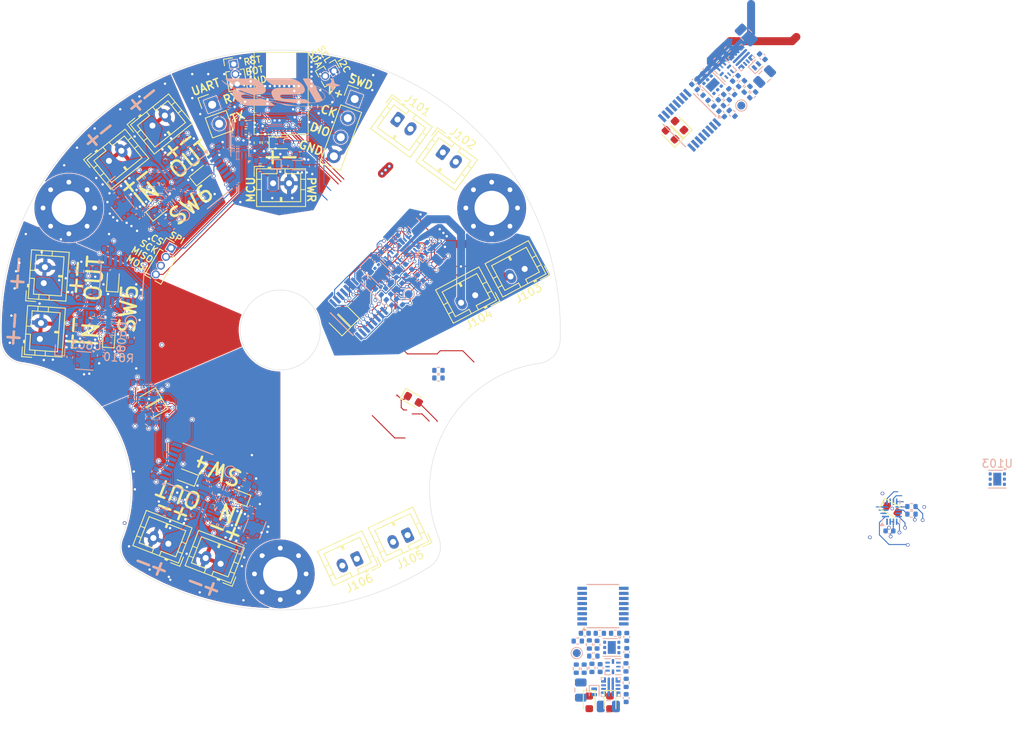
<source format=kicad_pcb>
(kicad_pcb (version 20241229) (generator "pcbnew") (generator_version "9.0")
  (title_block (title "BAGEL Switch MK1") (date "2025-12-02") (rev "A") (company "Illinois Space Society") (comment 4 "Contributors: Thomas McManamen"))
  (layers (0 "F.Cu" signal) (4 "In1.Cu" signal) (6 "In2.Cu" signal) (2 "B.Cu" signal) (13 "F.Paste" user) (15 "B.Paste" user) (5 "F.SilkS" user "F.Silkscreen") (7 "B.SilkS" user "B.Silkscreen") (1 "F.Mask" user) (3 "B.Mask" user) (25 "Edge.Cuts" user))
  (net 0 "")
  (net 1 "MCU_V")
  (net 2 "MCU_GND")
  (net 3 "Net-(D101-K)")
  (net 4 "Net-(D201-K)")
  (net 5 "Net-(D301-K)")
  (net 6 "Net-(D401-K)")
  (net 7 "Net-(D501-K)")
  (net 8 "Net-(J503-Pin_1)")
  (net 9 "Net-(D601-K)")
  (net 10 "Net-(J603-Pin_1)")
  (net 11 "Net-(D701-K)")
  (net 12 "Net-(J703-Pin_1)")
  (net 13 "/CoinCell_V")
  (net 14 "Net-(D102-A)")
  (net 15 "Net-(D103-A)")
  (net 16 "Net-(D202-A)")
  (net 17 "Net-(D203-A)")
  (net 18 "Net-(D302-A)")
  (net 19 "Net-(D303-A)")
  (net 20 "Net-(D402-A)")
  (net 21 "Net-(D403-A)")
  (net 22 "Net-(D502-A)")
  (net 23 "Net-(D503-A)")
  (net 24 "Net-(D602-A)")
  (net 25 "Net-(D603-A)")
  (net 26 "Net-(D702-A)")
  (net 27 "Net-(D703-A)")
  (net 28 "/BOOT")
  (net 29 "/NRST")
  (net 30 "/SWCLK")
  (net 31 "/SWDIO")
  (net 32 "/UART_RX")
  (net 33 "/UART_TX")
  (net 34 "/I2C_SCL")
  (net 35 "/I2C_SDA")
  (net 36 "/SPI_MOSI")
  (net 37 "/SPI_MISO")
  (net 38 "/FLASH_CS")
  (net 39 "/SPI_SCK")
  (net 40 "/EXP_RESET")
  (net 41 "Net-(D104-A)")
  (net 42 "/GPIO_Clock")
  (net 43 "/Switch_1")
  (net 44 "Net-(U204-ILM)")
  (net 45 "Net-(U204-OVLO{slash}OVCSEL)")
  (net 46 "Net-(U204-PGTH{slash}NFLT)")
  (net 47 "/Switch_2")
  (net 48 "Net-(U304-ILM)")
  (net 49 "Net-(U304-OVLO{slash}OVCSEL)")
  (net 50 "Net-(U304-PGTH{slash}NFLT)")
  (net 51 "/Switch_3")
  (net 52 "Net-(U404-ILM)")
  (net 53 "Net-(U404-OVLO{slash}OVCSEL)")
  (net 54 "Net-(U404-PGTH{slash}NFLT)")
  (net 55 "/Switch_4")
  (net 56 "Net-(U504-ILM)")
  (net 57 "Net-(U504-OVLO{slash}OVCSEL)")
  (net 58 "Net-(U504-PGTH{slash}NFLT)")
  (net 59 "/Switch_5")
  (net 60 "Net-(U604-ILM)")
  (net 61 "Net-(U604-OVLO{slash}OVCSEL)")
  (net 62 "Net-(U604-PGTH{slash}NFLT)")
  (net 63 "/Switch_6")
  (net 64 "Net-(U704-ILM)")
  (net 65 "Net-(U704-OVLO{slash}OVCSEL)")
  (net 66 "Net-(U704-PGTH{slash}NFLT)")
  (net 67 "/FLASH_RESET")
  (net 70 "/~{Q}_ISO_6")
  (net 72 "/PG_ISO_1")
  (net 73 "Net-(U102-ANT_IN)")
  (net 74 "/PG_ISO_6")
  (net 75 "/~{Q}_ISO_1")
  (net 77 "/PG_ISO_2")
  (net 78 "Net-(D105-A)")
  (net 79 "/PG_ISO_3")
  (net 81 "/~{Q}_ISO_3")
  (net 82 "/~{Q}_ISO_2")
  (net 83 "/~{Q}_ISO_5")
  (net 84 "/PG_ISO_5")
  (net 85 "/PG_ISO_4")
  (net 86 "Net-(D106-A)")
  (net 87 "/~{Q}_ISO_4")
  (net 89 "/RED_LED")
  (net 90 "Net-(U201-OUTA)")
  (net 91 "Net-(U201-OUTB)")
  (net 94 "Net-(U301-OUTA)")
  (net 95 "Net-(U301-OUTB)")
  (net 98 "Net-(U401-OUTA)")
  (net 99 "Net-(U401-OUTB)")
  (net 102 "Net-(U501-OUTB)")
  (net 103 "Net-(U501-OUTA)")
  (net 106 "Net-(U601-OUTB)")
  (net 107 "Net-(U601-OUTA)")
  (net 110 "Net-(U701-OUTB)")
  (net 111 "Net-(U701-OUTA)")
  (net 141 "/Switch 1/Reg_V")
  (net 142 "/Switch 2/Reg_V")
  (net 143 "/Switch 3/Reg_V")
  (net 144 "/Switch 4/SubBatt_GND")
  (net 145 "/Switch 4/Reg_V")
  (net 146 "/Switch 5/SubBatt_GND")
  (net 147 "/Switch 5/Reg_V")
  (net 148 "/Switch 6/Reg_V")
  (net 149 "/Switch 6/SubBatt_GND")
  (net 150 "/Switch 4/SubBatt_V")
  (net 151 "/Switch 5/SubBatt_V")
  (net 152 "/Switch 6/SubBatt_V")
  (net 153 "/Switch 1/Q")
  (net 154 "/Switch 2/Q")
  (net 155 "/Switch 3/Q")
  (net 156 "/Switch 4/Q")
  (net 157 "/Switch 5/Q")
  (net 158 "/Switch 6/Q")
  (net 159 "/Switch 1/PG")
  (net 160 "/Switch 2/PG")
  (net 161 "/Switch 3/PG")
  (net 162 "/Switch 4/PG")
  (net 163 "/Switch 5/PG")
  (net 164 "/Switch 6/PG")
  (net 165 "/Switch 1/~{Q}")
  (net 166 "/Switch 2/~{Q}")
  (net 167 "/Switch 3/~{Q}")
  (net 168 "/Switch 4/~{Q}")
  (net 169 "/Switch 5/~{Q}")
  (net 170 "/Switch 6/~{Q}")
  (net 171 "/ORANGE_LED")
  (net 172 "/GREEN_LED")
  (net 173 "/BLUE_LED")
  (net 174 "/V_SENSE")
  (net 175 "/Switch 1/~{CLR}")
  (net 176 "/Switch 2/~{CLR}")
  (net 177 "/Switch 3/~{CLR}")
  (net 178 "/Switch 4/~{CLR}")
  (net 179 "/Switch 5/~{CLR}")
  (net 180 "/Switch 6/~{CLR}")
  (net 188 "/SubBatt_GND1")
  (net 189 "/V_out_1")
  (net 190 "/SubBatt_GND2")
  (net 191 "/V_out_2")
  (net 192 "/SubBatt_GND3")
  (net 193 "/V_out_3")
  (net 194 "/SubBatt_V1")
  (net 195 "/SubBatt_V2")
  (net 196 "/SubBatt_V3")
  (footprint "Connector_JST:JST_PH_B2B-PH-K_1x02_P2.00mm_Vertical" (layer "F.Cu") (at 170.315671 77.789626 -36)
    (property "Reference" "J102")
    (property "Value" "Conn_01x02")
  )
  (footprint "MCU_STM32:LGA77_6P5X10_STM" (layer "F.Cu") (at 150.112499 70.4125)
    (property "Reference" "U102" (hide yes))
    (property "Value" "STM32WB1MMC")
  )
  (footprint "LED_SMD:LED_0603_1608Metric" (layer "F.Cu") (at 166.626326 108.668759 -30)
    (property "Reference" "D103" (hide yes))
    (property "Value" "RED")
  )
  (footprint "LED_SMD:LED_0603_1608Metric" (layer "F.Cu") (at 198.758268 75.584096 135)
    (property "Reference" "D202" (hide yes))
    (property "Value" "RED")
  )
  (footprint "Connector_JST:JST_PH_B2B-PH-K_1x02_P2.00mm_Vertical" (layer "F.Cu") (at 159.56846 128.61309 -155)
    (property "Reference" "J106")
    (property "Value" "Conn_01x02")
  )
  (footprint "MountingHole:MountingHole_4.3mm_M4_Pad_Via" (layer "F.Cu") (at 150 130.5)
    (property "Reference" "H102" (hide yes))
    (property "Value" "MountingHole_Pad")
  )
  (footprint "LED_SMD:LED_0603_1608Metric" (layer "F.Cu") (at 134.792677 84.88865 39)
    (property "Reference" "D702" (hide yes))
    (property "Value" "RED")
  )
  (footprint "Connector_PinHeader_1.27mm:PinHeader_1x04_P1.27mm_Vertical" (layer "F.Cu") (at 136.3525 89.750222 -30)
    (property "Reference" "J112" (hide yes))
    (property "Value" "Conn_01x04")
  )
  (footprint "Connector_PinHeader_1.27mm:PinHeader_1x03_P1.27mm_Vertical" (layer "F.Cu") (at 144.179466 66.749294 10)
    (property "Reference" "J107" (hide yes))
    (property "Value" "Conn_01x03")
  )
  (footprint "Connector_JST:JST_PH_B2B-PH-K_1x02_P2.00mm_Vertical" (layer "F.Cu") (at 165.912616 125.654764 -155)
    (property "Reference" "J105")
    (property "Value" "Conn_01x02")
  )
  (footprint "Capacitor_SMD:C_0402_1005Metric" (layer "F.Cu") (at 145.7 74.2 180)
    (property "Reference" "C103" (hide yes))
    (property "Value" "100nF")
  )
  (footprint "Connector_JST:JST_PH_B2B-PH-K_1x02_P2.00mm_Vertical" (layer "F.Cu") (at 164.652551 73.675129 -36)
    (property "Reference" "J101")
    (property "Value" "Conn_01x02")
  )
  (footprint "Connector_JST:JST_PH_B2B-PH-K_1x02_P2.00mm_Vertical" (layer "F.Cu") (at 119.956456 101.124193 86)
    (property "Reference" "J601" (hide yes))
    (property "Value" "Conn_01x02")
  )
  (footprint "LED_SMD:LED_0603_1608Metric" (layer "F.Cu") (at 140.232699 80.483406 39)
    (property "Reference" "D703" (hide yes))
    (property "Value" "GREEN")
  )
  (footprint "Connector_JST:JST_PH_B2B-PH-K_1x02_P2.00mm_Vertical" (layer "F.Cu") (at 128.587451 78.84663 39)
    (property "Reference" "J701" (hide yes))
    (property "Value" "Conn_01x02")
  )
  (footprint "Connector_JST:JST_PH_B2B-PH-K_1x02_P2.00mm_Vertical" (layer "F.Cu") (at 180.541158 92.36615 -152)
    (property "Reference" "J103")
    (property "Value" "Conn_01x02")
  )
  (footprint "LED_SMD:LED_0603_1608Metric" (layer "F.Cu") (at 138.14082 118.333094 159)
    (property "Reference" "D503" (hide yes))
    (property "Value" "GREEN")
  )
  (footprint "Capacitor_SMD:C_0402_1005Metric" (layer "F.Cu") (at 147.1 76.6 -90)
    (property "Reference" "C101" (hide yes))
    (property "Value" "100nF")
  )
  (footprint "MountingHole:MountingHole_4.3mm_M4_Pad_Via" (layer "F.Cu") (at 176.42 84.74)
    (property "Reference" "H101" (hide yes))
    (property "Value" "MountingHole_Pad")
  )
  (footprint "Connector_JST:JST_PH_B2B-PH-K_1x02_P2.00mm_Vertical" (layer "F.Cu") (at 174.360523 95.652453 -152)
    (property "Reference" "J104")
    (property "Value" "Conn_01x02")
  )
  (footprint "Connector_PinHeader_2.54mm:PinHeader_1x04_P2.54mm_Vertical" (layer "F.Cu") (at 159.303097 71.119771 -20)
    (property "Reference" "J108" (hide yes))
    (property "Value" "Conn_01x04")
  )
  (footprint "Connector_JST:JST_PH_B2B-PH-K_1x02_P2.00mm_Vertical" (layer "F.Cu") (at 142.545955 129.236562 159)
    (property "Reference" "J501" (hide yes))
    (property "Value" "Conn_01x02")
  )
  (footprint "MountingHole:MountingHole_4.3mm_M4_Pad_Via" (layer "F.Cu") (at 123.58 84.74)
    (property "Reference" "H103" (hide yes))
    (property "Value" "MountingHole_Pad")
  )
  (footprint "LED_SMD:LED_0603_1608Metric" (layer "F.Cu") (at 157.193153 99.168153 135)
    (property "Reference" "D302" (hide yes))
    (property "Value" "RED")
  )
  (footprint "Connector_JST:JST_PH_B2B-PH-K_1x02_P2.00mm_Vertical" (layer "F.Cu") (at 120.444752 94.141242 86)
    (property "Reference" "J603" (hide yes))
    (property "Value" "Conn_01x02")
  )
  (footprint "LED_SMD:LED_0603_1608Metric" (layer "F.Cu") (at 134.3 110 -150)
    (property "Reference" "D105" (hide yes))
    (property "Value" "GREEN")
  )
  (footprint "Connector_PinHeader_2.54mm:PinHeader_1x02_P2.54mm_Vertical" (layer "F.Cu") (at 141.491747 71.826211 20)
    (property "Reference" "J110" (hide yes))
    (property "Value" "Conn_01x02")
  )
  (footprint "LED_SMD:LED_0603_1608Metric" (layer "F.Cu") (at 188.61 146.5625 -90)
    (property "Reference" "D403" (hide yes))
    (property "Value" "GREEN")
  )
  (footprint "Connector_JST:JST_PH_B2B-PH-K_1x02_P2.00mm_Vertical" (layer "F.Cu") (at 149.1 81.65)
    (property "Reference" "J109" (hide yes))
    (property "Value" "Conn_01x02")
  )
  (footprint "Capacitor_SMD:C_0402_1005Metric" (layer "F.Cu") (at 148.1 76.6 -90)
    (property "Reference" "C105" (hide yes))
    (property "Value" "100nF")
  )
  (footprint "LED_SMD:LED_0603_1608Metric" (layer "F.Cu") (at 128.607263 100.706626 86)
    (property "Reference" "D602" (hide yes))
    (property "Value" "RED")
  )
  (footprint "Connector_JST:JST_PH_B2B-PH-K_1x02_P2.00mm_Vertical" (layer "F.Cu") (at 136.010889 126.727985 159)
    (property "Reference" "J503" (hide yes))
    (property "Value" "Conn_01x02")
  )
  (footprint "LED_SMD:LED_0603_1608Metric" (layer "F.Cu") (at 199.890115 74.440943 135)
    (property "Reference" "D203" (hide yes))
    (property "Value" "GREEN")
  )
  (footprint "LED_SMD:LED_0603_1608Metric" (layer "F.Cu") (at 226.475 122.425 -30)
    (property "Reference" "D104" (hide yes))
    (property "Value" "ORANGE")
  )
  (footprint "LED_SMD:LED_0603_1608Metric" (layer "F.Cu") (at 144.675884 120.841669 159)
    (property "Reference" "D502" (hide yes))
    (property "Value" "RED")
  )
  (footprint "LED_SMD:LED_0603_1608Metric" (layer "F.Cu") (at 133.5 108.6 -150)
    (property "Reference" "D106" (hide yes))
    (property "Value" "BLUE")
  )
  (footprint "Connector_PinHeader_1.27mm:PinHeader_1x02_P1.27mm_Vertical" (layer "F.Cu") (at 156.715353 67.606078 -60)
    (property "Reference" "J111" (hide yes))
    (property "Value" "Conn_01x02")
  )
  (footprint "Resistor_SMD:R_0402_1005Metric" (layer "F.Cu") (at 154.3 72.05 90)
    (property "Reference" "R113" (hide yes))
    (property "Value" "10k")
  )
  (footprint "Capacitor_SMD:C_0402_1005Metric" (layer "F.Cu") (at 145.7 75.2 180)
    (property "Reference" "C102" (hide yes))
    (property "Value" "4.7uF")
  )
  (footprint "Connector_JST:JST_PH_B2B-PH-K_1x02_P2.00mm_Vertical" (layer "F.Cu") (at 134.027475 74.441386 39)
    (property "Reference" "J703" (hide yes))
    (property "Value" "Conn_01x02")
  )
  (footprint "LED_SMD:LED_0603_1608Metric" (layer "F.Cu") (at 129.095558 93.723676 86)
    (property "Reference" "D603" (hide yes))
    (property "Value" "GREEN")
  )
  (footprint "LED_SMD:LED_0603_1608Metric" (layer "F.Cu") (at 150.1 76.6)
    (property "Reference" "D102" (hide yes))
    (property "Value" "RED")
  )
  (footprint "LED_SMD:LED_0603_1608Metric" (layer "F.Cu") (at 191.2 146.5625 -90)
    (property "Reference" "D402" (hide yes))
    (property "Value" "RED")
  )
  (footprint "LED_SMD:LED_0603_1608Metric" (layer "F.Cu") (at 158.325 98.025 135)
    (property "Reference" "D303" (hide yes))
    (property "Value" "GREEN")
  )
  (footprint "Capacitor_SMD:C_0402_1005Metric" (layer "B.Cu") (at 201.765115 68.940943 -135)
    (property "Reference" "C201" (hide yes))
    (property "Value" "100nF")
  )
  (footprint "Capacitor_SMD:C_0402_1005Metric" (layer "B.Cu") (at 161.55 91.2 45)
    (property "Reference" "C305" (hide yes))
    (property "Value" "2.2uF")
  )
  (footprint "Package_SON:WSON-6-1EP_2x2mm_P0.65mm_EP1x1.6mm" (layer "B.Cu") (at 162.458768 92.917615 -45)
    (property "Reference" "U303" (hide yes))
    (property "Value" "TPS7A25")
  )
  (footprint "Package_SON:Winbond_USON-8-1EP_3x2mm_P0.5mm_EP0.2x1.6mm" (layer "B.Cu") (at 144.95 76.775 90)
    (property "Reference" "U101" (hide yes))
    (property "Value" "W25Q16JLUX")
  )
  (footprint "Capacitor_SMD:C_0402_1005Metric" (layer "B.Cu") (at 128.460825 89.890061 -4)
    (property "Reference" "C602" (hide yes))
    (property "Value" "100nF")
  )
  (footprint "Resistor_SMD:R_0402_1005Metric" (layer "B.Cu") (at 206.463402 72.904447 135)
    (property "Reference" "R204" (hide yes))
    (property "Value" "10k")
  )
  (footprint "Capacitor_SMD:C_0402_1005Metric" (layer "B.Cu") (at 123.707443 103.391371 -94)
    (property "Reference" "C604" (hide yes))
    (property "Value" "1uF")
  )
  (footprint "Capacitor_SMD:C_0402_1005Metric" (layer "B.Cu") (at 150.6 79.5 -90)
    (property "Reference" "C106" (hide yes))
    (property "Value" "1uF")
  )
  (footprint "Capacitor_SMD:C_0402_1005Metric" (layer "B.Cu") (at 193.3 140.275 -90)
    (property "Reference" "C405" (hide yes))
    (property "Value" "2.2uF")
  )
  (footprint "Resistor_SMD:R_0402_1005Metric" (layer "B.Cu") (at 187.175 138.9)
    (property "Reference" "R404" (hide yes))
    (property "Value" "10k")
  )
  (footprint "Package_SON:WSON-6-1EP_2x2mm_P0.65mm_EP1x1.6mm" (layer "B.Cu") (at 239.6025 118.65 180)
    (property "Reference" "U103")
    (property "Value" "TPS7A25")
  )
  (footprint "Resistor_SMD:R_0402_1005Metric" (layer "B.Cu") (at 189.93 137.925)
    (property "Reference" "R401" (hide yes))
    (property "Value" "10k")
  )
  (footprint "Resistor_SMD:R_0402_1005Metric" (layer "B.Cu") (at 130.400878 100.852097 86)
    (property "Reference" "R602" (hide yes))
    (property "Value" "10k")
  )
  (footprint "Capacitor_SMD:C_0402_1005Metric" (layer "B.Cu") (at 136.5 87.1 -141)
    (property "Reference" "C708" (hide yes))
    (property "Value" "100nF")
  )
  (footprint "Package_SO:SSOP-16_3.9x4.9mm_P0.635mm" (layer "B.Cu") (at 130.176927 94.01983 -94)
    (property "Reference" "U601" (hide yes))
    (property "Value" "ISO7742")
  )
  (footprint "TestPoint:TestPoint_Pad_D1.0mm" (layer "B.Cu") (at 207.61245 71.932175 135)
    (property "Reference" "J201" (hide yes))
    (property "Value" "Conn_01x01")
  )
  (footprint "Capacitor_SMD:C_0805_2012Metric" (layer "B.Cu") (at 138.019576 124.285613 159)
    (property "Reference" "C507" (hide yes))
    (property "Value" "22uF")
  )
  (footprint "Package_VQFN:VQFN-HR-RPW0010A" (layer "B.Cu") (at 135.482939 80.211275 39)
    (property "Reference" "U704" (hide yes))
    (property "Value" "TPS25947")
  )
  (footprint "Resistor_SMD:R_0402_1005Metric" (layer "B.Cu") (at 141.695462 124.197051 69)
    (property "Reference" "R504" (hide yes))
    (property "Value" "10k")
  )
  (footprint "Resistor_SMD:R_0402_1005Metric" (layer "B.Cu") (at 135.943102 121.881812 159)
    (property "Reference" "R508" (hide yes))
    (property "Value" "500k")
  )
  (footprint "Package_SO:SSOP-16_3.9x4.9mm_P0.635mm" (layer "B.Cu") (at 201.144191 73.768885 135)
    (property "Reference" "U201" (hide yes))
    (property "Value" "ISO7742")
  )
  (footprint "Capacitor_SMD:C_0402_1005Metric" (layer "B.Cu") (at 154 79.5 -90)
    (property "Reference" "C107" (hide yes))
    (property "Value" "2.2uF")
  )
  (footprint "Package_SO:SSOP-16_3.9x4.9mm_P0.635mm" (layer "B.Cu") (at 190.325 134.5275)
    (property "Reference" "U401" (hide yes))
    (property "Value" "ISO7742")
  )
  (footprint "Capacitor_SMD:C_0402_1005Metric" (layer "B.Cu") (at 189.975 142.275 90)
    (property "Reference" "C401" (hide yes))
    (property "Value" "100nF")
  )
  (footprint "Diode_SMD:D_SOD-882" (layer "B.Cu") (at 209.503961 66.96475 45)
    (property "Reference" "D201" (hide yes))
    (property "Value" "SDM05U40CSP-7")
  )
  (footprint "Resistor_SMD:R_0402_1005Metric" (layer "B.Cu") (at 126.422476 98.969992 -4)
    (property "Reference" "R606" (hide yes))
    (property "Value" "390k")
  )
  (footprint "Resistor_SMD:R_0402_1005Metric" (layer "B.Cu") (at 207.640115 69.190943 -135)
    (property "Reference" "R208" (hide yes))
    (property "Value" "300k")
  )
  (footprint "Capacitor_SMD:C_0805_2012Metric" (layer "B.Cu") (at 208.223883 63.108558 135)
    (property "Reference" "C208" (hide yes))
    (property "Value" "22uF")
  )
  (footprint "TestPoint:TestPoint_Pad_D1.0mm" (layer "B.Cu") (at 143.758935 117.705358 159)
    (property "Reference" "J502" (hide yes))
    (property "Value" "Conn_01x01")
  )
  (footprint "Capacitor_SMD:C_0805_2012Metric" (layer "B.Cu") (at 131.796985 82.810076 129)
    (property "Reference" "C706" (hide yes))
    (property "Value" "100uF")
  )
  (footprint "Capacitor_SMD:C_0402_1005Metric" (layer "B.Cu") (at 132.2 85.8 -141)
    (property "Reference" "C705" (hide yes))
    (property "Value" "2.2uF")
  )
  (footprint "Resistor_SMD:R_0402_1005Metric" (layer "B.Cu") (at 135.678093 122.851229 159)
    (property "Reference" "R509" (hide yes))
    (property "Value" "1k")
  )
  (footprint "Resistor_SMD:R_0402_1005Metric" (layer "B.Cu") (at 164.845254 93.783821 135)
    (property "Reference" "R303" (hide yes))
    (property "Value" "4.7k")
  )
  (footprint "TestPoint:TestPoint_Pad_D1.0mm" (layer "B.Cu") (at 166.047335 95.516232 135)
    (property "Reference" "J301" (hide yes))
    (property "Value" "Conn_01x01")
  )
  (footprint "Resistor_SMD:R_0402_1005Metric" (layer "B.Cu") (at 124.926816 94.554904 86)
    (property "Reference" "R607" (hide yes))
    (property "Value" "300k")
  )
  (footprint "Capacitor_SMD:C_0402_1005Metric" (layer "B.Cu") (at 128.102287 97.884525 -4)
    (property "Reference" "C605" (hide yes))
    (property "Value" "2.2uF")
  )
  (footprint "Package_UQFN:UQFN-RSE0008A" (layer "B.Cu") (at 143.595726 120.641914 69)
    (property "Reference" "U502" (hide yes))
    (property "Value" "SN74AUP1G74RSER")
  )
  (footprint "Resistor_SMD:R_0402_1005Metric" (layer "B.Cu") (at 146.564103 120.08946 69)
    (property "Reference" "R510" (hide yes))
    (property "Value" "10k")
  )
  (footprint "Capacitor_SMD:C_0805_2012Metric" (layer "B.Cu") (at 123.367687 95.348078 86)
    (property "Reference" "C607" (hide yes))
    (property "Value" "22uF")
  )
  (footprint "Resistor_SMD:R_0402_1005Metric" (layer "B.Cu") (at 203.825893 71.645797 135)
    (property "Reference" "R201" (hide yes))
    (property "Value" "10k")
  )
  (footprint "Resistor_SMD:R_0402_1005Metric" (layer "B.Cu") (at 139.456477 77.649815 129)
    (property "Reference" "R701" (hide yes))
    (property "Value" "10k")
  )
  (footprint "Resistor_SMD:R_0402_1005Metric" (layer "B.Cu") (at 169.765 106)
    (property "Reference" "R109" (hide yes))
    (property "Value" "4.7k")
  )
  (footprint "Resistor_SMD:R_0402_1005Metric" (layer "B.Cu") (at 132.599896 81.259159 -51)
    (property "Reference" "R703" (hide yes))
    (property "Value" "4.7k")
  )
  (footprint "Diode_SMD:D_SOD-882" (layer "B.Cu") (at 129.368825 81.559463 39)
    (property "Reference" "D701" (hide yes))
    (property "Value" "SDM05U40CSP-7")
  )
  (footprint "Resistor_SMD:R_0402_1005Metric" (layer "B.Cu") (at 208.337234 69.899243 -135)
    (property "Reference" "R209" (hide yes))
    (property "Value" "500k")
  )
  (footprint "Capacitor_SMD:C_0402_1005Metric" (layer "B.Cu") (at 145.26147 120.767184 69)
    (property "Reference" "C501" (hide yes))
    (property "Value" "100nF")
  )
  (footprint "Resistor_SMD:R_0402_1005Metric" (layer "B.Cu") (at 126.493818 92.358865 176)
    (property "Reference" "R601" (hide yes))
    (property "Value" "10k")
  )
  (footprint "Capacitor_SMD:C_0402_1005Metric" (layer "B.Cu") (at 134.289138 117.819251 69)
    (property "Reference" "C502" (hide yes))
    (property "Value" "100nF")
  )
  (footprint "Resistor_SMD:R_0402_1005Metric" (layer "B.Cu") (at 129.878666 102.292414 -4)
    (property "Reference" "R610")
    (property "Value" "10k")
  )
  (footprint "Resistor_SMD:R_0402_1005Metric" (layer "B.Cu") (at 164.173502 95.162679 -135)
    (property "Reference" "R302" (hide yes))
    (property "Value" "10k")
  )
  (footprint "Resistor_SMD:R_0402_1005Metric" (layer "B.Cu") (at 124.527105 98.837453 -4)
    (property "Reference" "R604" (hide yes))
    (property "Value" "10k")
  )
  (footprint "Resistor_SMD:R_0402_1005Metric" (layer "B.Cu") (at 137.716905 122.562709 159)
    (property "Reference" "R507" (hide yes))
    (property "Value" "300k")
  )
  (footprint "Resistor_SMD:R_0402_1005Metric" (layer "B.Cu") (at 133.55 111.05 -90)
    (property "Reference" "R108" (hide yes))
    (property "Value" "4.7k")
  )
  (footprint "Capacitor_SMD:C_0805_2012Metric" (layer "B.Cu") (at 210.529266 68.308253 -135)
    (property "Reference" "C206" (hide yes))
    (property "Value" "100uF")
  )
  (footprint "Package_SON:WSON-6-1EP_2x2mm_P0.65mm_EP1x1.6mm" (layer "B.Cu") (at 204.023883 69.333558 -45)
    (property "Reference" "U203" (hide yes))
    (property "Value" "TPS7A25")
  )
  (footprint "Resistor_SMD:R_0402_1005Metric" (layer "B.Cu") (at 205.880038 64.931818 -135)
    (property "Reference" "R205" (hide yes))
    (property "Value" "10k")
  )
  (footprint "Resistor_SMD:R_0402_1005Metric" (layer "B.Cu") (at 147.5 79.8)
    (property "Reference" "R110" (hide yes))
    (property "Value" "100k")
  )
  (footprint "Resistor_SMD:R_0402_1005Metric" (layer "B.Cu") (at 162.960814 89.90534 -135)
    (property "Reference" "R310" (hide yes))
    (property "Value" "1k")
  )
  (footprint "Resistor_SMD:R_0402_1005Metric" (layer "B.Cu") (at 136.074969 120.422117 -111)
    (property "Reference" "R501" (hide yes))
    (property "Value" "10k")
  )
  (footprint "Resistor_SMD:R_0402_1005Metric" (layer "B.Cu") (at 166.772119 93.4833 -135)
    (property "Reference" "R309" (hide yes))
    (property "Value" "500k")
  )
  (footprint "TestPoint:TestPoint_Pad_D1.0mm" (layer "B.Cu") (at 131.338443 98.912774 86)
    (property "Reference" "J602" (hide yes))
    (property "Value" "Conn_01x01")
  )
  (footprint "Capacitor_SMD:C_0402_1005Metric" (layer "B.Cu") (at 129.487509 83.13614 -141)
    (property "Reference" "C704" (hide yes))
    (property "Value" "1uF")
  )
  (footprint "Capacitor_SMD:C_0402_1005Metric" (layer "B.Cu") (at 128.849703 101.244847 -4)
    (property "Reference" "C601" (hide yes))
    (property "Value" "100nF")
  )
  (footprint "Regulator_Torex:Torex_USP-4" (layer "B.Cu") (at 152.3 79.4 180)
    (property "Reference" "U103" (hide yes))
    (property "Value" "XC6223")
  )
  (footprint "Resistor_SMD:R_0402_1005Metric" (layer "B.Cu") (at 205.738617 71.578622 -135)
    (property "Reference" "R202" (hide yes))
    (property "Value" "10k")
  )
  (footprint "Resistor_SMD:R_0402_1005Metric" (layer "B.Cu") (at 193.2 142.185 90)
    (property "Reference" "R410" (hide yes))
    (property "Value" "1k")
  )
  (footprint "Package_SO:SSOP-16_3.9x4.9mm_P0.635mm" (layer "B.Cu") (at 140.753598 81.476246 -141)
    (property "Reference" "U701" (hide yes))
    (property "Value" "ISO7742")
  )
  (footprint "Resistor_SMD:R_0402_1005Metric" (layer "B.Cu") (at 124.457349 99.835017 -4)
    (property "Reference" "R603" (hide yes))
    (property "Value" "4.7k")
  )
  (footprint "Resistor_SMD:R_0402_1005Metric" (layer "B.Cu") (at 206.410369 70.199764 135)
    (property "Reference" "R203" (hide yes))
    (property "Value" "4.7k")
  )
  (footprint "Capacitor_SMD:C_0402_1005Metric" (layer "B.Cu") (at 226.125 125.125 180)
    (property "Reference" "C108" (hide yes))
    (property "Value" "100nF")
  )
  (footprint "Capacitor_SMD:C_0805_2012Metric" (layer "B.Cu") (at 125.044033 101.479952 176)
    (property "Reference" "C606" (hide yes))
    (property "Value" "100uF")
  )
  (footprint "Capacitor_SMD:C_0402_1005Metric" (layer "B.Cu") (at 165.304873 92.12212 -135)
    (property "Reference" "C301" (hide yes))
    (property "Value" "100nF")
  )
  (footprint "Package_UQFN:UQFN-RSE0008A" (layer "B.Cu") (at 128.482482 99.615263 -4)
    (property "Reference" "U602" (hide yes))
    (property "Value" "SN74AUP1G74RSER")
  )
  (footprint "Package_SO:SSOP-16_3.9x4.9mm_P0.635mm" (layer "B.Cu") (at 138.740195 117.385562 -21)
    (property "Reference" "U501" (hide yes))
    (property "Value" "ISO7742")
  )
  (footprint "Resistor_SMD:R_0402_1005Metric" (layer "B.Cu") (at 137.551243 76.091554 39)
    (property "Reference" "R709" (hide yes))
    (property "Value" "1k")
  )
  (footprint "Resistor_SMD:R_0402_1005Metric" (layer "B.Cu") (at 204.525929 66.321283 -135)
    (property "Reference" "R210" (hide yes))
    (property "Value" "1k")
  )
  (footprint "Package_SON:WSON-6-1EP_2x2mm_P0.65mm_EP1x1.6mm" (layer "B.Cu") (at 130.436333 84.819341 129)
    (property "Reference" "U703" (hide yes))
    (property "Value" "TPS7A25")
  )
  (footprint "Diode_SMD:D_SOD-882" (layer "B.Cu") (at 149.3 79.3 180)
    (property "Reference" "D101" (hide yes))
    (property "Value" "SDM05U40CSP-7")
  )
  (footprint "Resistor_SMD:R_0402_1005Metric" (layer "B.Cu") (at 169.765 105.05)
    (property "Reference" "R112" (hide yes))
    (property "Value" "4.7k")
  )
  (footprint "Resistor_SMD:R_0402_1005Metric" (layer "B.Cu") (at 162.260778 95.229854 135)
    (property "Reference" "R301" (hide yes))
    (property "Value" "10k")
  )
  (footprint "Resistor_SMD:R_0402_1005Metric" (layer "B.Cu") (at 147.5 78.8 180)
    (property "Reference" "R111" (hide yes))
    (property "Value" "100k")
  )
  (footprint "Resistor_SMD:R_0402_1005Metric" (layer "B.Cu") (at 228.875 122.075)
    (property "Reference" "R105" (hide yes))
    (property "Value" "4.7k")
  )
  (footprint "Capacitor_SMD:C_0402_1005Metric" (layer "B.Cu") (at 141.829455 120.499478 69)
    (property "Reference" "C503" (hide yes))
    (property "Value" "100nF")
  )
  (footprint "Capacitor_SMD:C_0402_1005Metric" (layer "B.Cu") (at 205.075704 70.880354 45)
    (property "Reference" "C204" (hide yes))
    (property "Value" "1uF")
  )
  (footprint "Package_VQFN:VQFN-HR-RPW0010A" (layer "B.Cu") (at 166.047335 89.505825 135)
    (property "Reference" "U304" (hide yes))
    (property "Value" "TPS25947")
  )
  (footprint "Package_UQFN:UQFN-RSE0008A" (layer "B.Cu") (at 205.614874 67.530435 135)
    (property "Reference" "U202" (hide yes))
    (property "Value" "SN74AUP1G74RSER")
  )
  (footprint "Capacitor_SMD:C_0402_1005Metric" (layer "B.Cu") (at 136.512238 82.594665 -51)
    (property "Reference" "C703" (hide yes))
    (property "Value" "100nF")
  )
  (footprint "Resistor_SMD:R_0402_1005Metric" (layer "B.Cu") (at 186.99 142.35 90)
    (property "Reference" "R407" (hide yes))
    (property "Value" "390k")
  )
  (footprint "Resistor_SMD:R_0402_1005Metric" (layer "B.Cu") (at 209.033735 70.595744 -135)
    (property "Reference" "R207" (hide yes))
    (property "Value" "390k")
  )
  (footprint "Diode_SMD:D_SOD-882" (layer "B.Cu") (at 167.938846 90.548807 45)
    (property "Reference" "D301" (hide yes))
    (property "Value" "SDM05U40CSP-7")
  )
  (footprint "Package_UQFN:UQFN-RSE0008A" (layer "B.Cu") (at 191.575 142.100001)
    (property "Reference" "U402" (hide yes))
    (property "Value" "SN74AUP1G74RSER")
  )
  (footprint "Resistor_SMD:R_0402_1005Metric" (layer "B.Cu") (at 137.274176 79.40414 -51)
    (property "Reference" "R705" (hide yes))
    (property "Value" "680")
  )
  (footprint "Package_UQFN:UQFN-RSE0008A" (layer "B.Cu") (at 135.505749 84.053083 -51)
    (property "Reference" "U702" (hide yes))
    (property "Value" "SN74AUP1G74RSER")
  )
  (footprint "Capacitor_SMD:C_0402_1005Metric" (layer "B.Cu") (at 205.155254 72.975158 -45)
    (property "Reference" "C202" (hide yes))
    (property "Value" "100nF")
  )
  (footprint "Resistor_SMD:R_0402_1005Metric" (layer "B.Cu") (at 145.75 74.175 180)
    (property "Reference" "R101" (hide yes))
    (property "Value" "10k")
  )
  (footprint "Package_VQFN:VQFN-HR-RPW0010A" (layer "B.Cu") (at 191.3 144.65)
    (property "Reference" "U404" (hide yes))
    (property "Value" "TPS25947")
  )
  (footprint "Capacitor_SMD:C_0402_1005Metric" (layer "B.Cu") (at 142.603541 77.404673 -51)
    (property "Reference" "C702" (hide yes))
    (property "Value" "100nF")
  )
  (footprint "Capacitor_SMD:C_0402_1005Metric" (layer "B.Cu") (at 168.673179 89.407026 135)
    (property "Reference" "C307" (hide yes))
    (property "Value" "100nF")
  )
  (footprint "Package_DFN_QFN:UQFN-16_1.8x2.6mm_P0.4mm" (layer "B.Cu") (at 133.75 108.6 -90)
    (property "Reference" "U105" (hide yes))
    (property "Value" "TCAL9538")
  )
  (footprint "Package_VQFN:VQFN-HR-RPW0010A" (layer "B.Cu") (at 207.61245 65.921768 135)
    (property "Reference" "U204" (hide yes))
    (property "Value" "TPS25947")
  )
  (footprint "Capacitor_SMD:C_0805_2012Metric" (layer "B.Cu") (at 191 147.075 180)
    (property "Reference" "C408" (hide yes))
    (property "Value" "22uF")
  )
  (footprint "Capacitor_SMD:C_0402_1005Metric" (layer "B.Cu") (at 131.35 108.4 90)
    (property "Reference" "C109" (hide yes))
    (property "Value" "100nF")
  )
  (footprint "Resistor_SMD:R_0402_1005Metric" (layer "B.Cu") (at 164.898287 96.488504 135)
    (property "Reference" "R304" (hide yes))
    (property "Value" "10k")
  )
  (footprint "Capacitor_SMD:C_0402_1005Metric" (layer "B.Cu") (at 206.869988 68.538063 -135)
    (property "Reference" "C203" (hide yes))
    (property "Value" "100nF")
  )
  (footprint "Capacitor_SMD:C_0402_1005Metric" (layer "B.Cu") (at 131.388934 100.966106 -94)
    (property "Reference" "C608")
    (property "Value" "100nF")
  )
  (footprint "Resistor_SMD:R_0402_1005Metric" (layer "B.Cu") (at 187.975 142.35 90)
    (property "Reference" "R409" (hide yes))
    (property "Value" "500k")
  )
  (footprint "Package_UQFN:UQFN-RSE0008A" (layer "B.Cu") (at 164.049759 91.114492 135)
    (property "Reference" "U302" (hide yes))
    (property "Value" "SN74AUP1G74RSER")
  )
  (footprint "Resistor_SMD:R_0402_1005Metric" (layer "B.Cu") (at 145.339401 119.168958 159)
    (property "Reference" "R502" (hide yes))
    (property "Value" "10k")
  )
  (footprint "Capacitor_SMD:C_0402_1005Metric" (layer "B.Cu") (at 160.2 92.525 -135)
    (property "Reference" "C303" (hide yes))
    (property "Value" "100nF")
  )
  (footprint "Capacitor_SMD:C_0402_1005Metric" (layer "B.Cu") (at 134.56439 85.433025 -51)
    (property "Reference" "C701" (hide yes))
    (property "Value" "100nF")
  )
  (footprint "Capacitor_SMD:C_0402_1005Metric" (layer "B.Cu") (at 145.737308 118.257409 -21)
    (property "Reference" "C508" (hide yes))
    (property "Value" "100nF")
  )
  (footprint "Resistor_SMD:R_0402_1005Metric" (layer "B.Cu") (at 126.288525 95.151346 -4)
    (property "Reference" "R605" (hide yes))
    (property "Value" "680")
  )
  (footprint "Diode_SMD:D_SOD-882" (layer "B.Cu") (at 144.50465 127.203456 159)
    (property "Reference" "D501" (hide yes))
    (property "Value" "SDM05U40CSP-7")
  )
  (footprint "Capacitor_SMD:C_0402_1005Metric" (layer "B.Cu") (at 163.510589 94.464411 45)
    (property "Reference" "C304" (hide yes))
    (property "Value" "1uF")
  )
  (footprint "Resistor_SMD:R_0402_1005Metric" (layer "B.Cu") (at 193.225 144.125 90)
    (property "Reference" "R405" (hide yes))
    (property "Value" "10k")
  )
  (footprint "Package_SON:WSON-6-1EP_2x2mm_P0.65mm_EP1x1.6mm" (layer "B.Cu") (at 146.794033 124.649028 -111)
    (property "Reference" "U503" (hide yes))
    (property "Value" "TPS7A25")
  )
  (footprint "Package_DFN_QFN:UQFN-16_1.8x2.6mm_P0.4mm" (layer "B.Cu") (at 226.425 122.725)
    (property "Reference" "U104" (hide yes))
    (property "Value" "TCAL9538")
  )
  (footprint "Capacitor_SMD:C_0805_2012Metric" (layer "B.Cu") (at 135.138288 77.402146 39)
    (property "Reference" "C707" (hide yes))
    (property "Value" "22uF")
  )
  (footprint "Capacitor_SMD:C_0402_1005Metric" (layer "B.Cu") (at 146.761475 122.631318 -21)
    (property "Reference" "C505" (hide yes))
    (property "Value" "2.2uF")
  )
  (footprint "Resistor_SMD:R_0402_1005Metric" (layer "B.Cu") (at 124.054812 92.689533 86)
    (property "Reference" "R609" (hide yes))
    (property "Value" "1k")
  )
  (footprint "Resistor_SMD:R_0402_1005Metric" (layer "B.Cu") (at 188.625 139.325 90)
    (property "Reference" "R402" (hide yes))
    (property "Value" "10k")
  )
  (footprint "Capacitor_SMD:C_0402_1005Metric" (layer "B.Cu") (at 163.590139 96.559215 -45)
    (property "Reference" "C302" (hide yes))
    (property "Value" "100nF")
  )
  (footprint "Capacitor_SMD:C_0805_2012Metric" (layer "B.Cu") (at 166.658768 86.692615 135)
    (property "Reference" "C308" (hide yes))
    (property "Value" "22uF")
  )
  (footprint "Capacitor_SMD:C_0402_1005Metric" (layer "B.Cu") (at 145.81075 126.312334 -21)
    (property "Reference" "C504" (hide yes))
    (property "Value" "1uF")
  )
  (footprint "Resistor_SMD:R_0402_1005Metric" (layer "B.Cu") (at 135.909529 86.299628 39)
    (property "Reference" "R702" (hide yes))
    (property "Value" "10k")
  )
  (footprint "Package_SON:WSON-6-1EP_2x2mm_P0.65mm_EP1x1.6mm" (layer "B.Cu") (at 125.585554 103.845385 176)
    (property "Reference" "U603")
    (property "Value" "TPS7A25")
  )
  (footprint "Capacitor_SMD:C_0402_1005Metric" (layer "B.Cu") (at 146.7 75.6 -90)
    (property "Reference" "C104" (hide yes))
    (property "Value" "100nF")
  )
  (footprint "Resistor_SMD:R_0402_1005Metric" (layer "B.Cu") (at 189.125 140.775)
    (property "Reference" "R403" (hide yes))
    (property "Value" "4.7k")
  )
  (footprint "Capacitor_SMD:C_0402_1005Metric" (layer "B.Cu") (at 193.225 146.03 90)
    (property "Reference" "C407" (hide yes))
    (property "Value" "100nF")
  )
  (footprint "Resistor_SMD:R_0402_1005Metric" (layer "B.Cu") (at 167.46862 94.179801 -135)
    (property "Reference" "R307" (hide yes))
    (property "Value" "390k")
  )
  (footprint "Logos_ISS:ISS_LOGOV2_tiny" (layer "B.Cu") (at 150.1 70.3 180)
    (property "Reference" "G***" (hide yes))
    (property "Value" "LOGO" (hide yes))
  )
  (footprint "Resistor_SMD:R_0402_1005Metric" (layer "B.Cu") (at 138.68541 121.434883 69)
    (property "Reference" "R505" (hide yes))
    (property "Value" "680")
  )
  (footprint "Resistor_SMD:R_0402_1005Metric" (layer "B.Cu") (at 142.376363 122.423249 69)
    (property "Reference" "R506" (hide yes))
    (property "Value" "390k")
  )
  (footprint "Resistor_SMD:R_0402_1005Metric" (layer "B.Cu") (at 152.5 78.1)
    (property "Reference" "R104" (hide yes))
    (property "Value" "4.7k")
  )
  (footprint "Diode_SMD:D_SOD-882" (layer "B.Cu") (at 189.225 145.25 -90)
    (property "Reference" "D401" (hide yes))
    (property "Value" "SDM05U40CSP-7")
  )
  (footprint "Resistor_SMD:R_0402_1005Metric" (layer "B.Cu") (at 160.903133 93.872209 135)
    (property "Reference" "R306" (hide yes))
    (property "Value" "680")
  )
  (footprint "Resistor_SMD:R_0402_1005Metric" (layer "B.Cu") (at 136.781702 78.001477 39)
    (property "Reference" "R707" (hide yes))
    (property "Value" "300k")
  )
  (footprint "Resistor_SMD:R_0402_1005Metric" (layer "B.Cu") (at 134.572749 82.106416 -51)
    (property "Reference" "R706" (hide yes))
    (property "Value" "390k")
  )
  (footprint "Capacitor_SMD:C_0805_2012Metric" (layer "B.Cu") (at 144.373632 124.475301 -111)
    (property "Reference" "C506" (hide yes))
    (property "Value" "100uF")
  )
  (footprint "Resistor_SMD:R_0402_1005Metric" (layer "B.Cu") (at 166.075 92.775 -135)
    (property "Reference" "R308" (hide yes))
    (property "Value" "300k")
  )
  (footprint "Package_SON:WSON-6-1EP_2x2mm_P0.65mm_EP1x1.6mm" (layer "B.Cu") (at 191.425 139.7 180)
    (property "Reference" "U403" (hide yes))
    (property "Value" "TPS7A25")
  )
  (footprint "Capacitor_SMD:C_0402_1005Metric" (layer "B.Cu") (at 210.238294 65.822969 135)
    (property "Reference" "C207" (hide yes))
    (property "Value" "100nF")
  )
  (footprint "Resistor_SMD:R_0402_1005Metric" (layer "B.Cu") (at 188.95 142.25 90)
    (property "Reference" "R408" (hide yes))
    (property "Value" "300k")
  )
  (footprint "Resistor_SMD:R_0402_1005Metric" (layer "B.Cu") (at 134.5 111.05 -90)
    (property "Reference" "R107" (hide yes))
    (property "Value" "4.7k")
  )
  (footprint "Diode_SMD:D_SOD-882" (layer "B.Cu") (at 122.473392 102.40288 86)
    (property "Reference" "D601" (hide yes))
    (property "Value" "SDM05U40CSP-7")
  )
  (footprint "Resistor_SMD:R_0402_1005Metric" (layer "B.Cu") (at 125.059351 92.659533 86)
    (property "Reference" "R608" (hide yes))
    (property "Value" "500k")
  )
  (footprint "Resistor_SMD:R_0402_1005Metric" (layer "B.Cu") (at 164.314923 88.515875 -135)
    (property "Reference" "R305" (hide yes))
    (property "Value" "10k")
  )
  (footprint "Capacitor_SMD:C_0402_1005Metric" (layer "B.Cu") (at 188.05 137.925 180)
    (property "Reference" "C402" (hide yes))
    (property "Value" "100nF")
  )
  (footprint "Capacitor_SMD:C_0805_2012Metric" (layer "B.Cu") (at 168.964151 91.89231 -135)
    (property "Reference" "C306" (hide yes))
    (property "Value" "100uF")
  )
  (footprint "Package_SO:SSOP-16_3.9x4.9mm_P0.635mm" (layer "B.Cu") (at 159.579076 97.352942 135)
    (property "Reference" "U301" (hide yes))
    (property "Value" "ISO7742")
  )
  (footprint "TestPoint:TestPoint_Pad_D1.0mm" (layer "B.Cu") (at 137.967277 85.662704 39)
    (property "Reference" "J702" (hide yes))
    (property "Value" "Conn_01x01")
  )
  (footprint "Resistor_SMD:R_0402_1005Metric" (layer "B.Cu") (at 191.85 137.925)
    (property "Reference" "R406" (hide yes))
    (property "Value" "680")
  )
  (footprint "Resistor_SMD:R_0402_1005Metric" (layer "B.Cu") (at 149.55 76.35)
    (property "Reference" "R102" (hide yes))
    (property "Value" "10k")
  )
  (footprint "Capacitor_SMD:C_0402_1005Metric" (layer "B.Cu") (at 203.115115 67.615943 45)
    (property "Reference" "C205" (hide yes))
    (property "Value" "2.2uF")
  )
  (footprint "Resistor_SMD:R_0402_1005Metric" (layer "B.Cu") (at 142.629043 124.555418 69)
    (property "Reference" "R503" (hide yes))
    (property "Value" "4.7k")
  )
  (footprint "Package_VQFN:VQFN-HR-RPW0010A" (layer "B.Cu") (at 140.280028 122.582572 159)
    (property "Reference" "U504" (hide yes))
    (property "Value" "TPS25947")
  )
  (footprint "Capacitor_SMD:C_0402_1005Metric" (layer "B.Cu") (at 189.5875 139.35 -90)
    (property "Reference" "C404" (hide yes))
    (property "Value" "1uF")
  )
  (footprint "Capacitor_SMD:C_0402_1005Metric" (layer "B.Cu") (at 127.505581 103.224329 -94)
    (property "Reference" "C603" (hide yes))
    (property "Value" "100nF")
  )
  (footprint "Capacitor_SMD:C_0805_2012Metric" (layer "B.Cu") (at 187.55 145.025 90)
    (property "Reference" "C406" (hide yes))
    (property "Value" "100uF")
  )
  (footprint "Resistor_SMD:R_0402_1005Metric" (layer "B.Cu") (at 228.875 123.025)
    (property "Reference" "R106" (hide yes))
    (property "Value" "4.7k")
  )
  (footprint "Capacitor_SMD:C_0402_1005Metric" (layer "B.Cu") (at 193.3 138.375 90)
    (property "Reference" "C403" (hide yes))
    (property "Value" "100nF")
  )
  (footprint "Resistor_SMD:R_0402_1005Metric" (layer "B.Cu") (at 134.5 86.9 -51)
    (property "Reference" "R710" (hide yes))
    (property "Value" "10k")
  )
  (footprint "Resistor_SMD:R_0402_1005Metric" (layer "B.Cu") (at 202.468248 70.288152 135)
    (property "Reference" "R206" (hide yes))
    (property "Value" "680")
  )
  (footprint "TestPoint:TestPoint_Pad_D1.0mm" (layer "B.Cu") (at 187.05 140.4)
    (property "Reference" "J401" (hide yes))
    (property "Value" "Conn_01x01")
  )
  (footprint "Resistor_SMD:R_0402_1005Metric" (layer "B.Cu") (at 133.377042 80.629838 -51)
    (property "Reference" "R704" (hide yes))
    (property "Value" "10k")
  )
  (footprint "Resistor_SMD:R_0402_1005Metric" (layer "B.Cu") (at 138.258278 76.805767 39)
    (property "Reference" "R708" (hide yes))
    (property "Value" "500k")
  )
  (footprint "Resistor_SMD:R_0402_1005Metric" (layer "B.Cu") (at 132.1 106.6 180)
    (property "Reference" "R103" (hide yes))
    (property "Value" "10k")
  )
  (footprint "Package_VQFN:VQFN-HR-RPW0010A" (layer "B.Cu") (at 125.657205 97.011838 86)
    (property "Reference" "U604" (hide yes))
    (property "Value" "TPS25947")
  )
  (gr_line (start 117.24649 92.605116) (end 117.351125 91.108769) (stroke (width 0.3)) (layer "F.SilkS"))
  (gr_line (start 142.085065 132.658576) (end 140.684694 132.121025) (stroke (width 0.3)) (layer "F.SilkS"))
  (gr_line (start 144.323608 124.759906) (end 143.786056 126.160276) (stroke (width 0.3)) (layer "F.SilkS"))
  (gr_line (start 138.219953 123.22029) (end 136.819583 122.682739) (stroke (width 0.3)) (layer "F.SilkS"))
  (gr_line (start 137.591232 76.776539) (end 138.75695 75.832559) (stroke (width 0.3)) (layer "F.SilkS"))
  (gr_line (start 135.118591 129.18104) (end 134.58104 130.58141) (stroke (width 0.3)) (layer "F.SilkS"))
  (gr_line (start 148.299998 78.400001) (end 149.799997 78.400001) (stroke (width 0.3)) (layer "F.SilkS"))
  (gr_line (start 141.653655 131.689616) (end 141.116103 133.089986) (stroke (width 0.3)) (layer "F.SilkS"))
  (gr_line (start 127.022843 76.832441) (end 126.078864 75.666723) (stroke (width 0.3)) (layer "F.SilkS"))
  (gr_line (start 132.151208 81.181784) (end 133.316927 80.237803) (stroke (width 0.3)) (layer "F.SilkS"))
  (gr_line (start 124.455394 95.210323) (end 124.560029 93.713976) (stroke (width 0.3)) (layer "F.SilkS"))
  (gr_line (start 144.755018 125.728866) (end 143.354647 125.191315) (stroke (width 0.3)) (layer "F.SilkS"))
  (gr_line (start 125.967993 76.721572) (end 127.133712 75.777592) (stroke (width 0.3)) (layer "F.SilkS"))
  (gr_line (start 135.55 130.15) (end 134.14963 129.612449) (stroke (width 0.3)) (layer "F.SilkS"))
  (gr_line (start 117.1 94.7) (end 117.204635 93.203653) (stroke (width 0.3)) (layer "F.SilkS"))
  (gr_line (start 133.040024 70.994755) (end 134.205742 70.050775) (stroke (width 0.3)) (layer "F.SilkS"))
  (gr_line (start 149.049998 79.15) (end 149.049998 77.65) (stroke (width 0.3)) (layer "F.SilkS"))
  (gr_line (start 136.259434 122.467718) (end 134.859064 121.930166) (stroke (width 0.3)) (layer "F.SilkS"))
  (gr_line (start 116.758194 99.588064) (end 116.862828 98.091719) (stroke (width 0.3)) (layer "F.SilkS"))
  (gr_line (start 150.4 78.4) (end 151.899997 78.4) (stroke (width 0.3)) (layer "F.SilkS"))
  (gr_line (start 132.462867 72.427198) (end 131.518886 71.261479) (stroke (width 0.3)) (layer "F.SilkS"))
  (gr_line (start 131.408017 72.316329) (end 132.573736 71.372349) (stroke (width 0.3)) (layer "F.SilkS"))
  (gr_line (start 117.412195 100.987094) (end 115.915849 100.882458) (stroke (width 0.3)) (layer "F.SilkS"))
  (gr_line (start 142.794498 124.976294) (end 141.394128 124.438743) (stroke (width 0.3)) (layer "F.SilkS"))
  (gr_line (start 133.589481 129.397428) (end 132.189111 128.859876) (stroke (width 0.3)) (layer "F.SilkS"))
  (gr_line (start 137.788544 122.25133) (end 137.250993 123.6517) (stroke (width 0.3)) (layer "F.SilkS"))
  (gr_line (start 124.767589 101.497417) (end 123.271243 101.392781) (stroke (width 0.3)) (layer "F.SilkS"))
  (gr_line (start 140.124545 131.906004) (end 138.724175 131.368453) (stroke (width 0.3)) (layer "F.SilkS"))
  (gr_line (start 116.611705 101.682949) (end 116.71634 100.186603) (stroke (width 0.3)) (layer "F.SilkS"))
  (gr_line (start 137.014075 78.208982) (end 136.070094 77.043263) (stroke (width 0.3)) (layer "F.SilkS"))
  (gr_line (start 130.519201 82.503356) (end 131.68492 81.559376) (stroke (width 0.3)) (layer "F.SilkS"))
  (gr_line (start 124.113588 100.098387) (end 124.218222 98.602042) (stroke (width 0.3)) (layer "F.SilkS"))
  (gr_line (start 125.255885 94.514467) (end 123.759538 94.409832) (stroke (width 0.3)) (layer "F.SilkS"))
  (gr_line (start 123.967099 102.193272) (end 124.071734 100.696926) (stroke (width 0.3)) (layer "F.SilkS"))
  (gr_line (start 131.574051 82.614225) (end 130.630072 81.448507) (stroke (width 0.3)) (layer "F.SilkS"))
  (gr_line (start 117.900491 94.004144) (end 116.404144 93.899509) (stroke (width 0.3)) (layer "F.SilkS"))
  (gr_line (start 127.6 75.4) (end 128.765719 74.456019) (stroke (width 0.3)) (layer "F.SilkS"))
  (gr_line (start 135.959225 78.098113) (end 137.124944 77.154133) (stroke (width 0.3)) (layer "F.SilkS"))
  (gr_line (start 124.601884 93.115439) (end 124.706519 91.619092) (stroke (width 0.3)) (layer "F.SilkS"))
  (gr_line (start 116.609387 101.681121) (end 116.714021 100.184775) (stroke (width 0.3)) (layer "B.SilkS"))
  (gr_line (start 131.518032 71.261896) (end 132.462013 72.427616) (stroke (width 0.3)) (layer "B.SilkS"))
  (gr_line (start 133.03917 70.995173) (end 134.204889 70.051194) (stroke (width 0.3)) (layer "B.SilkS"))
  (gr_line (start 116.401827 93.897682) (end 117.898173 94.002316) (stroke (width 0.3)) (layer "B.SilkS"))
  (gr_line (start 134.581227 130.575185) (end 135.118778 129.174815) (stroke (width 0.3)) (layer "B.SilkS"))
  (gr_line (start 115.913531 100.880632) (end 117.409878 100.985266) (stroke (width 0.3)) (layer "B.SilkS"))
  (gr_line (start 131.407164 72.316746) (end 132.572882 71.372765) (stroke (width 0.3)) (layer "B.SilkS"))
  (gr_line (start 142.08525 132.652353) (end 140.68488 132.114799) (stroke (width 0.3)) (layer "B.SilkS"))
  (gr_line (start 127.599145 75.400418) (end 128.764866 74.456436) (stroke (width 0.3)) (layer "B.SilkS"))
  (gr_line (start 140.124731 131.899779) (end 138.724361 131.362226) (stroke (width 0.3)) (layer "B.SilkS"))
  (gr_line (start 141.11629 133.083762) (end 141.653843 131.683392) (stroke (width 0.3)) (layer "B.SilkS"))
  (gr_line (start 116.755875 99.586237) (end 116.860511 98.089892) (stroke (width 0.3)) (layer "B.SilkS"))
  (gr_line (start 117.244169 92.603288) (end 117.348804 91.106942) (stroke (width 0.3)) (layer "B.SilkS"))
  (gr_line (start 125.96714 76.721991) (end 127.132859 75.778011) (stroke (width 0.3)) (layer "B.SilkS"))
  (gr_line (start 133.589667 129.391203) (end 132.189296 128.853651) (stroke (width 0.3)) (layer "B.SilkS"))
  (gr_line (start 126.078011 75.667141) (end 127.021989 76.832859) (stroke (width 0.3)) (layer "B.SilkS"))
  (gr_line (start 135.550184 130.143776) (end 134.149816 129.606224) (stroke (width 0.3)) (layer "B.SilkS"))
  (gr_line (start 117.097683 94.698173) (end 117.202317 93.201827) (stroke (width 0.3)) (layer "B.SilkS"))
  (gr_arc (start 169.83 126.05) (mid 169.845352 128.107961) (end 168.530874 129.691498) (stroke (width 0.05)) (layer "Edge.Cuts"))
  (gr_arc (start 117.520393 104.1671) (mid 129.220921 112.014338) (end 130.18 126.070001) (stroke (width 0.05)) (layer "Edge.Cuts"))
  (gr_arc (start 115.024394 101.300494) (mid 149.934687 65.000285) (end 184.980216 101.16995) (stroke (width 0.05)) (layer "Edge.Cuts"))
  (gr_circle (center 150 100) (end 155 100) (stroke (width 0.05)) (fill no) (layer "Edge.Cuts"))
  (gr_arc (start 184.980216 101.169932) (mid 184.27469 103.122898) (end 182.47 104.15) (stroke (width 0.05)) (layer "Edge.Cuts"))
  (gr_arc (start 131.248264 129.552421) (mid 130.126499 127.991472) (end 130.18 126.07) (stroke (width 0.05)) (layer "Edge.Cuts"))
  (gr_arc (start 168.530871 129.691498) (mid 149.869497 134.999446) (end 131.248225 129.552482) (stroke (width 0.05)) (layer "Edge.Cuts"))
  (gr_arc (start 117.52 104.17) (mid 115.762252 103.179523) (end 115.027746 101.300369) (stroke (width 0.05)) (layer "Edge.Cuts"))
  (gr_arc (start 169.830209 126.049917) (mid 170.784318 112.003034) (end 182.469998 104.15) (stroke (width 0.05)) (layer "Edge.Cuts"))
  (gr_text "MISO" (at 134.077912 91.369927 330) (layer "F.SilkS") (effects (font (size 0.8 0.8) (thickness 0.15) (bold yes)) (justify right)))
  (gr_text "SDA" (at 155 67.175 300) (layer "F.SilkS") (effects (font (size 0.8 0.8) (thickness 0.15) (bold yes)) (justify right)))
  (gr_text "UART" (at 140.69183 69.628458 20) (layer "F.SilkS") (effects (font (size 1 1) (thickness 0.2) (bold yes))))
  (gr_text "SW5" (at 131.022336 97.347116 86) (layer "F.SilkS") (effects (font (size 2 2) (thickness 0.3))))
  (gr_text "SWD" (at 160.051278 68.999499 340) (layer "F.SilkS") (effects (font (size 1 1) (thickness 0.2) (bold yes))))
  (gr_text "SCK" (at 134.676105 90.248823 330) (layer "F.SilkS") (effects (font (size 0.8 0.8) (thickness 0.15) (bold yes)) (justify right)))
  (gr_text "BOT" (at 145.563323 67.794875 10) (layer "F.SilkS") (effects (font (size 0.8 0.8) (thickness 0.15) (bold yes)) (justify left)))
  (gr_text "IN" (at 126.287302 100.551121 86) (layer "F.SilkS") (effects (font (size 2 2) (thickness 0.3))))
  (gr_text "RX" (at 142.807317 71.347382 20) (layer "F.SilkS") (effects (font (size 1 1) (thickness 0.2) (bold yes)) (justify left)))
  (gr_text "RST" (at 145.34279 66.54417 10) (layer "F.SilkS") (effects (font (size 0.8 0.8) (thickness 0.15) (bold yes)) (justify left)))
  (gr_text "I2C" (at 157.555398 67.121078 300) (layer "F.SilkS") (effects (font (size 0.8 0.8) (thickness 0.15) (bold yes)) (justify bottom)))
  (gr_text "MOSI" (at 133.449407 92.473528 330) (layer "F.SilkS") (effects (font (size 0.8 0.8) (thickness 0.15) (bold yes)) (justify right)))
  (gr_text "SW6" (at 138.875118 84.358158 39) (layer "F.SilkS") (effects (font (size 2 2) (thickness 0.3))))
  (gr_text "V+" (at 158.006322 70.647783 340) (layer "F.SilkS") (effects (font (size 1 1) (thickness 0.2) (bold yes)) (justify right)))
  (gr_text "CS" (at 135.347912 89.170222 330) (layer "F.SilkS") (effects (font (size 0.8 0.8) (thickness 0.15) (bold yes)) (justify right)))
  (gr_text "SW4" (at 142.22071 117.579366 159) (layer "F.SilkS") (effects (font (size 2 2) (thickness 0.3))))
  (gr_text "OUT" (at 126.775597 93.568172 86) (layer "F.SilkS") (effects (font (size 2 2) (thickness 0.3))))
  (gr_text "OUT" (at 138.742592 78.675058 39) (layer "F.SilkS") (effects (font (size 2 2) (thickness 0.3))))
  (gr_text "PWR" (at 153.3 82.45 270) (layer "F.SilkS") (effects (font (size 1 1) (thickness 0.2) (bold yes)) (justify bottom)))
  (gr_text "IN" (at 143.862982 123.029928 159) (layer "F.SilkS") (effects (font (size 2 2) (thickness 0.3))))
  (gr_text "IN" (at 133.302569 83.080301 39) (layer "F.SilkS") (effects (font (size 2 2) (thickness 0.3))))
  (gr_text "TX" (at 143.770017 73.7 20) (layer "F.SilkS") (effects (font (size 1 1) (thickness 0.2) (bold yes)) (justify left)))
  (gr_text "DIO" (at 156.268859 75.421421 340) (layer "F.SilkS") (effects (font (size 1 1) (thickness 0.2) (bold yes)) (justify right)))
  (gr_text "GND" (at 155.380196 77.800986 340) (layer "F.SilkS") (effects (font (size 1 1) (thickness 0.2) (bold yes)) (justify right)))
  (gr_text "CK" (at 157.117658 73.027348 340) (layer "F.SilkS") (effects (font (size 1 1) (thickness 0.2) (bold yes)) (justify right)))
  (gr_text "MCU" (at 146.9 82.45 90) (layer "F.SilkS") (effects (font (size 1 1) (thickness 0.2) (bold yes)) (justify bottom)))
  (gr_text "SPI" (at 136.850446 88.882754 330) (layer "F.SilkS") (effects (font (size 0.8 0.8) (thickness 0.15) (bold yes)) (justify bottom)))
  (gr_text "OUT" (at 137.327918 120.521351 159) (layer "F.SilkS") (effects (font (size 2 2) (thickness 0.3))))
  (gr_text "GND" (at 145.783856 69.04558 10) (layer "F.SilkS") (effects (font (size 0.8 0.8) (thickness 0.15) (bold yes)) (justify left)))
  (gr_text "SCL" (at 156.099853 66.540001 300) (layer "F.SilkS") (effects (font (size 0.8 0.8) (thickness 0.15) (bold yes)) (justify right)))
  (via (at 223.675 125.925) (size 0.45) (drill 0.3) (layers "F.Cu" "B.Cu") (net 0))
  (via (at 230.475 122.125) (size 0.45) (drill 0.3) (layers "F.Cu" "B.Cu") (net 0))
  (segment (start 165.8895 102.9895) (end 169.601556 102.9895) (width 0.127) (layer "F.Cu") (net 1))
  (segment (start 169.601556 102.9895) (end 169.998898 102.592158) (width 0.127) (layer "F.Cu") (net 1))
  (segment (start 163.2 97) (end 160.6 99.6) (width 0.127) (layer "F.Cu") (net 1))
  (segment (start 169.998898 102.592158) (end 172.792158 102.592158) (width 0.127) (layer "F.Cu") (net 1))
  (segment (start 160.6 99.6) (end 159.55 99.6) (width 0.127) (layer "F.Cu") (net 1))
  (segment (start 172.792158 102.592158) (end 174.2 104) (width 0.127) (layer "F.Cu") (net 1))
  (segment (start 131.9 107) (end 131.9 109) (width 0.127) (layer "F.Cu") (net 1))
  (segment (start 161.5 110.7) (end 164.3 113.5) (width 0.127) (layer "F.Cu") (net 1))
  (segment (start 165.4 102.5) (end 165.8895 102.9895) (width 0.127) (layer "F.Cu") (net 1))
  (segment (start 135.9 106.9) (end 132 106.9) (width 0.127) (layer "F.Cu") (net 1))
  (segment (start 132 106.9) (end 131.9 107) (width 0.127) (layer "F.Cu") (net 1))
  (segment (start 164.3 113.5) (end 165.6 113.5) (width 0.127) (layer "F.Cu") (net 1))
  (segment (start 131.9 109) (end 131.4 109.5) (width 0.127) (layer "F.Cu") (net 1))
  (via (at 147.2 75.5) (size 0.45) (drill 0.3) (layers "F.Cu" "B.Cu") (net 1))
  (via (at 153 78.6) (size 0.45) (drill 0.3) (layers "F.Cu" "B.Cu") (net 1))
  (via (at 135.9 106.9) (size 0.45) (drill 0.3) (layers "F.Cu" "B.Cu") (net 1))
  (via (at 163.2 97) (size 0.45) (drill 0.3) (layers "F.Cu" "B.Cu") (net 1))
  (via (at 141.5 77) (size 0.45) (drill 0.3) (layers "F.Cu" "B.Cu") (net 1))
  (via (at 148.1 75.5) (size 0.45) (drill 0.3) (layers "F.Cu" "B.Cu") (net 1))
  (via (at 153.5 78.7) (size 0.45) (drill 0.3) (layers "F.Cu" "B.Cu") (net 1))
  (via (at 134.490452 118.977282) (size 0.45) (drill 0.3) (layers "F.Cu" "B.Cu") (net 1))
  (via (at 146.086005 75.794778) (size 0.45) (drill 0.3) (layers "F.Cu" "B.Cu") (net 1))
  (via (at 131.9 107) (size 0.45) (drill 0.3) (layers "F.Cu" "B.Cu") (net 1))
  (via (at 127.412253 90.421154) (size 0.45) (drill 0.3) (layers "F.Cu" "B.Cu") (net 1))
  (via (at 131.4 109.5) (size 0.45) (drill 0.3) (layers "F.Cu" "B.Cu") (net 1))
  (via (at 226.275 125.825) (size 0.45) (drill 0.3) (layers "F.Cu" "B.Cu") (net 1))
  (via (at 132.082148 92.451445) (size 0.45) (drill 0.3) (layers "F.Cu" "B.Cu") (net 1))
  (via (at 146.8 74.1) (size 0.45) (drill 0.3) (layers "F.Cu" "B.Cu") (net 1))
  (via (at 159.55 99.6) (size 0.45) (drill 0.3) (layers "F.Cu" "B.Cu") (net 1))
  (via (at 137.85 116.75) (size 0.45) (drill 0.3) (layers "F.Cu" "B.Cu") (net 1))
  (via (at 139 111.2) (size 0.45) (drill 0.3) (layers "F.Cu" "B.Cu") (net 1))
  (via (at 143.2 81.8) (size 0.45) (drill 0.3) (layers "F.Cu" "B.Cu") (net 1))
  (via (at 146.8 74.6) (size 0.45) (drill 0.3) (layers "F.Cu" "B.Cu") (net 1))
  (segment (start 226.275 125.825) (end 226.275 125.455) (width 0.127) (layer "B.Cu") (net 1))
  (segment (start 143.2 81.8) (end 143.2 81.646954) (width 0.127) (layer "B.Cu") (net 1))
  (segment (start 163.250728 96.219804) (end 163.250728 97.358245) (width 0.127) (layer "B.Cu") (net 1))
  (segment (start 127.412253 90.421154) (end 127.937273 89.85814) (width 0.127) (layer "B.Cu") (net 1))
  (segment (start 163.250728 97.358245) (end 162.989098 97.619875) (width 0.127) (layer "B.Cu") (net 1))
  (segment (start 135.516414 118.528687) (end 135.381999 118.606292) (width 0.127) (layer "B.Cu") (net 1))
  (segment (start 160.295022 100.313952) (end 160.263952 100.313952) (width 0.127) (layer "B.Cu") (net 1))
  (segment (start 141.5 77) (end 142.269825 77) (width 0.127) (layer "B.Cu") (net 1))
  (segment (start 128.141209 91.271131) (end 128.027696 91.165278) (width 0.127) (layer "B.Cu") (net 1))
  (segment (start 226.605 125.125) (end 226.605 123.995) (width 0.127) (layer "B.Cu") (net 1))
  (segment (start 160.263952 100.313952) (end 159.55 99.6) (width 0.127) (layer "B.Cu") (net 1))
  (segment (start 141.375513 77.957598) (end 142.301468 77.031643) (width 0.127) (layer "B.Cu") (net 1))
  (segment (start 139 113.625) (end 139 111.2) (width 0.127) (layer "B.Cu") (net 1))
  (segment (start 134.490452 118.977282) (end 134.105539 118.310594) (width 0.127) (layer "B.Cu") (net 1))
  (segment (start 131.35 108.88) (end 131.35 108.845266) (width 0.127) (layer "B.Cu") (net 1))
  (segment (start 127.937273 89.85814) (end 127.981995 89.856578) (width 0.127) (layer "B.Cu") (net 1))
  (segment (start 137.653253 114.971747) (end 139 113.625) (width 0.127) (layer "B.Cu") (net 1))
  (segment (start 131.35 108.845266) (end 132.195266 108) (width 0.127) (layer "B.Cu") (net 1))
  (segment (start 131.970217 92.347068) (end 131.941926 91.536902) (width 0.127) (layer "B.Cu") (net 1))
  (segment (start 134.117121 118.267371) (end 133.877173 118.027423) (width 0.127) (layer "B.Cu") (net 1))
  (segment (start 132.195266 108) (end 132.5 108) (width 0.127) (layer "B.Cu") (net 1))
  (segment (start 136.621747 114.971747) (end 136.881795 114.971747) (width 0.127) (layer "B.Cu") (net 1))
  (segment (start 146.086005 75.794778) (end 146.086005 75.733995) (width 0.127) (layer "B.Cu") (net 1))
  (segment (start 141.375513 78.112807) (end 141.375513 77.957598) (width 0.127) (layer "B.Cu") (net 1))
  (segment (start 131.35 108.88) (end 132.42 108.88) (width 0.127) (layer "B.Cu") (net 1))
  (segment (start 143.2 81.646954) (end 143.773223 81.073731) (width 0.127) (layer "B.Cu") (net 1))
  (segment (start 137.85 116.75) (end 137.85 115.381867) (width 0.127) (layer "B.Cu") (net 1))
  (segment (start 132.082148 92.451445) (end 131.970217 92.347068) (width 0.127) (layer "B.Cu") (net 1))
  (segment (start 134.105539 118.310594) (end 134.117121 118.267369) (width 0.127) (layer "B.Cu") (net 1))
  (segment (start 131.9 106.91) (end 131.59 106.6) (width 0.127) (layer "B.Cu") (net 1))
  (segment (start 145.7 75.35) (end 145.7 75.408773) (width 0.127) (layer "B.Cu") (net 1))
  (segment (start 142.269825 77) (end 142.301468 77.031643) (width 0.127) (layer "B.Cu") (net 1))
  (segment (start 131.4 108.93) (end 131.35 108.88) (width 0.127) (layer "B.Cu") (net 1))
  (segment (start 226.605 123.995) (end 226.625 123.975) (width 0.127) (layer "B.Cu") (net 1))
  (segment (start 135.381999 118.606292) (end 134.117121 118.267369) (width 0.127) (layer "B.Cu") (net 1))
  (segment (start 131.4 109.5) (end 131.4 108.93) (width 0.127) (layer "B.Cu") (net 1))
  (segment (start 137.43988 114.971747) (end 136.881795 114.971747) (width 0.127) (layer "B.Cu") (net 1))
  (segment (start 131.9 107) (end 131.9 106.91) (width 0.127) (layer "B.Cu") (net 1))
  (segment (start 226.275 125.455) (end 226.605 125.125) (width 0.127) (layer "B.Cu") (net 1))
  (segment (start 132.42 108.88) (end 132.5 108.8) (width 0.127) (layer "B.Cu") (net 1))
  (segment (start 128.027696 91.165278) (end 127.981995 89.856578) (width 0.127) (layer "B.Cu") (net 1))
  (segment (start 136.881795 114.971747) (end 137.653253 114.971747) (width 0.127) (layer "B.Cu") (net 1))
  (segment (start 226.625 123.975) (end 226.225 123.975) (width 0.127) (layer "B.Cu") (net 1))
  (segment (start 137.85 115.381867) (end 137.43988 114.971747) (width 0.127) (layer "B.Cu") (net 1))
  (segment (start 135.925 116.715938) (end 134.993079 117.647859) (width 0.127) (layer "F.Cu") (net 2))
  (segment (start 134.981995 109.60625) (end 134.981995 109.00625) (width 0.127) (layer "F.Cu") (net 2))
  (segment (start 134.888245 107.5) (end 134.181995 108.20625) (width 0.127) (layer "F.Cu") (net 2))
  (segment (start 136.40625 109.60625) (end 134.981995 109.60625) (width 0.127) (layer "F.Cu") (net 2))
  (segment (start 135.2 107.5) (end 134.888245 107.5) (width 0.127) (layer "F.Cu") (net 2))
  (segment (start 165.411755 110) (end 165.118005 109.70625) (width 0.127) (layer "F.Cu") (net 2))
  (segment (start 135.925 113.875) (end 135.925 116.715938) (width 0.127) (layer "F.Cu") (net 2))
  (segment (start 165.118005 108.653128) (end 164.580512 108.115635) (width 0.127) (layer "F.Cu") (net 2))
  (segment (start 165.8 110) (end 165.411755 110) (width 0.127) (layer "F.Cu") (net 2))
  (segment (start 136.5 109.7) (end 136.40625 109.60625) (width 0.127) (layer "F.Cu") (net 2))
  (segment (start 165.3 108.653128) (end 165.118005 108.653128) (width 0.127) (layer "F.Cu") (net 2))
  (segment (start 165.566212 108.653128) (end 165.3 108.653128) (width 0.127) (layer "F.Cu") (net 2))
  (segment (start 165.118005 109.70625) (end 165.118005 108.8) (width 0.127) (layer "F.Cu") (net 2))
  (segment (start 134.981995 109.00625) (end 134.181995 108.20625) (width 0.127) (layer "F.Cu") (net 2))
  (segment (start 165.944331 108.275009) (end 165.566212 108.653128) (width 0.127) (layer "F.Cu") (net 2))
  (segment (start 165.264877 108.653128) (end 165.118005 108.8) (width 0.127) (layer "F.Cu") (net 2))
  (segment (start 134.181995 108.20625) (end 133.99375 108.20625) (width 0.127) (layer "F.Cu") (net 2))
  (segment (start 164.580512 108.115635) (end 164.580512 108.262575) (width 0.127) (layer "F.Cu") (net 2))
  (segment (start 133.99375 108.20625) (end 133.6 108.6) (width 0.127) (layer "F.Cu") (net 2))
  (segment (start 165.118005 108.8) (end 165.118005 108.653128) (width 0.127) (layer "F.Cu") (net 2))
  (via (at 140 73) (size 0.45) (drill 0.3) (layers "F.Cu" "B.Cu") (net 2))
  (via (at 148.7 69.5) (size 0.45) (drill 0.3) (layers "F.Cu" "B.Cu") (net 2))
  (via (at 157 68) (size 0.45) (drill 0.3) (layers "F.Cu" "B.Cu") (net 2))
  (via (at 151.8 73.4) (size 0.45) (drill 0.3) (layers "F.Cu" "B.Cu") (net 2))
  (via (at 143.5 82.3) (size 0.45) (drill 0.3) (layers "F.Cu" "B.Cu") (net 2))
  (via (at 153.9 65.9) (size 0.45) (drill 0.3) (layers "F.Cu" "B.Cu") (net 2))
  (via (at 150 78) (size 0.45) (drill 0.3) (layers "F.Cu" "B.Cu") (net 2))
  (via (at 136.5 109.7) (size 0.45) (drill 0.3) (layers "F.Cu" "B.Cu") (net 2))
  (via (at 149.9 69.5) (size 0.45) (drill 0.3) (layers "F.Cu" "B.Cu") (net 2))
  (via (at 135.180986 101.856089) (size 0.45) (drill 0.3) (layers "F.Cu" "B.Cu") (net 2))
  (via (at 225.255512 120.440635) (size 0.45) (drill 0.3) (layers "F.Cu" "B.Cu") (net 2))
  (via (at 149.9 73.8) (size 0.45) (drill 0.3) (layers "F.Cu" "B.Cu") (net 2))
  (via (at 135.2 107.5) (size 0.45) (drill 0.3) (layers "F.Cu" "B.Cu") (net 2))
  (via (at 146.3 68.9) (size 0.45) (drill 0.3) (layers "F.Cu" "B.Cu") (net 2))
  (via (at 146.3 66.5) (size 0.45) (drill 0.3) (layers "F.Cu" "B.Cu") (net 2))
  (via (at 132.652425 92.573038) (size 0.45) (drill 0.3) (layers "F.Cu" "B.Cu") (net 2))
  (via (at 149.4 77.3) (size 0.45) (drill 0.3) (layers "F.Cu" "B.Cu") (net 2))
  (via (at 149 83.5) (size 0.45) (drill 0.3) (layers "F.Cu" "B.Cu") (net 2))
  (via (at 146.3 65.9) (size 0.45) (drill 0.3) (layers "F.Cu" "B.Cu") (net 2))
  (via (at 142.4 78.1) (size 0.45) (drill 0.3) (layers "F.Cu" "B.Cu") (net 2))
  (via (at 159 68) (size 0.45) (drill 0.3) (layers "F.Cu" "B.Cu") (net 2))
  (via (at 139 68) (size 0.45) (drill 0.3) (layers "F.Cu" "B.Cu") (net 2))
  (via (at 145.4 76.3) (size 0.45) (drill 0.3) (layers "F.Cu" "B.Cu") (net 2))
  (via (at 145 68) (size 0.45) (drill 0.3) (layers "F.Cu" "B.Cu") (net 2))
  (via (at 126.024476 93.229014) (size 0.45) (drill 0.3) (layers "F.Cu" "B.Cu") (net 2))
  (via (at 152.7 80.3) (size 0.45) (drill 0.3) (layers "F.Cu" "B.Cu") (net 2))
  (via (at 149.3 69.5) (size 0.45) (drill 0.3) (layers "F.Cu" "B.Cu") (net 2))
  (via (at 153.9 68.9) (size 0.45) (drill 0.3) (layers "F.Cu" "B.Cu") (net 2))
  (via (at 132.580986 95.956089) (size 0.45) (drill 0.3) (layers "F.Cu" "B.Cu") (net 2))
  (via (at 146.3 68.3) (size 0.45) (drill 0.3) (layers "F.Cu" "B.Cu") (net 2))
  (via (at 141 68) (size 0.45) (drill 0.3) (layers "F.Cu" "B.Cu") (net 2))
  (via (at 139 71) (size 0.45) (drill 0.3) (layers "F.Cu" "B.Cu") (net 2))
  (via (at 151.6 72.4) (size 0.45) (drill 0.3) (layers "F.Cu" "B.Cu") (net 2))
  (via (at 154 80.5) (size 0.45) (drill 0.3) (layers "F.Cu" "B.Cu") (net 2))
  (via (at 151.7 69.5) (size 0.45) (drill 0.3) (layers "F.Cu" "B.Cu") (net 2))
  (via (at 161.425 96.953802) (size 0.45) (drill 0.3) (layers "F.Cu" "B.Cu") (net 2))
  (via (at 153.9 66.5) (size 0.45) (drill 0.3) (layers "F.Cu" "B.Cu") (net 2))
  (via (at 151.1 69.5) (size 0.45) (drill 0.3) (layers "F.Cu" "B.Cu") (net 2))
  (via (at 148.4 71.7) (size 0.45) (drill 0.3) (layers "F.Cu" "B.Cu") (net 2))
  (via (at 149.3 73.8) (size 0.45) (drill 0.3) (layers "F.Cu" "B.Cu") (net 2))
  (via (at 226.064292 124.717724) (size 0.45) (drill 0.3) (layers "F.Cu" "B.Cu") (net 2))
  (via (at 143 68) (size 0.45) (drill 0.3) (layers "F.Cu" "B.Cu") (net 2))
  (via (at 145 66) (size 0.45) (drill 0.3) (layers "F.Cu" "B.Cu") (net 2))
  (via (at 148.4 71.2) (size 0.45) (drill 0.3) (layers "F.Cu" "B.Cu") (net 2))
  (via (at 142.8 76.5) (size 0.45) (drill 0.3) (layers "F.Cu" "B.Cu") (net 2))
  (via (at 150 80.2) (size 0.45) (drill 0.3) (layers "F.Cu" "B.Cu") (net 2))
  (via (at 133.6 108.6) (size 0.45) (drill 0.3) (layers "F.Cu" "B.Cu") (net 2))
  (via (at 153.3 80.3) (size 0.45) (drill 0.3) (layers "F.Cu" "B.Cu") (net 2))
  (via (at 153.6 74) (size 0.45) (drill 0.3) (layers "F.Cu" "B.Cu") (net 2))
  (via (at 153.9 67.1) (size 0.45) (drill 0.3) (layers "F.Cu" "B.Cu") (net 2))
  (via (at 151.5 83.5) (size 0.45) (drill 0.3) (layers "F.Cu" "B.Cu") (net 2))
  (via (at 145.2 73.4) (size 0.45) (drill 0.3) (layers "F.Cu" "B.Cu") (net 2))
  (via (at 138.5 77.9) (size 0.45) (drill 0.3) (layers "F.Cu" "B.Cu") (net 2))
  (via (at 152.2 80.3) (size 0.45) (drill 0.3) (layers "F.Cu" "B.Cu") (net 2))
  (via (at 148.6 78.5) (size 0.45) (drill 0.3) (layers "F.Cu" "B.Cu") (net 2))
  (via (at 153.9 67.7) (size 0.45) (drill 0.3) (layers "F.Cu" "B.Cu") (net 2))
  (via (at 129.180986 88.856089) (size 0.45) (drill 0.3) (layers "F.Cu" "B.Cu") (net 2))
  (via (at 146.2 76.5) (size 0.45) (drill 0.3) (layers "F.Cu" "B.Cu") (net 2))
  (via (at 144.3 72.1) (size 0.45) (drill 0.3) (layers "F.Cu" "B.Cu") (net 2))
  (via (at 153.9 69.5) (size 0.45) (drill 0.3) (layers "F.Cu" "B.Cu") (net 2))
  (via (at 131.5 107.4) (size 0.45) (drill 0.3) (layers "F.Cu" "B.Cu") (net 2))
  (via (at 147.8 74.5) (size 0.45) (drill 0.3) (layers "F.Cu" "B.Cu") (net 2))
  (via (at 154.8 72.9) (size 0.45) (drill 0.3) (layers "F.Cu" "B.Cu") (net 2))
  (via (at 145 84) (size 0.45) (drill 0.3) (layers "F.Cu" "B.Cu") (net 2))
  (via (at 146.3 67.1) (size 0.45) (drill 0.3) (layers "F.Cu" "B.Cu") (net 2))
  (via (at 153.9 68.3) (size 0.45) (drill 0.3) (layers "F.Cu" "B.Cu") (net 2))
  (via (at 148.1 69.5) (size 0.45) (drill 0.3) (layers "F.Cu" "B.Cu") (net 2))
  (via (at 130.544299 124.142345) (size 0.45) (drill 0.3) (layers "F.Cu" "B.Cu") (net 2))
  (via (at 155 68) (size 0.45) (drill 0.3) (layers "F.Cu" "B.Cu") (net 2))
  (via (at 155 66) (size 0.45) (drill 0.3) (layers "F.Cu" "B.Cu") (net 2))
  (via (at 146.8 77.6) (size 0.45) (drill 0.3) (layers "F.Cu" "B.Cu") (net 2))
  (via (at 136.769874 121.125358) (size 0.45) (drill 0.3) (layers "F.Cu" "B.Cu") (net 2))
  (via (at 155 70) (size 0.45) (drill 0.3) (layers "F.Cu" "B.Cu") (net 2))
  (via (at 146.3 69.5) (size 0.45) (drill 0.3) (layers "F.Cu" "B.Cu") (net 2))
  (via (at 150.5 69.5) (size 0.45) (drill 0.3) (layers "F.Cu" "B.Cu") (net 2))
  (via (at 147.949711 77.649711) (size 0.45) (drill 0.3) (layers "F.Cu" "B.Cu") (net 2))
  (via (at 156.5 71.5) (size 0.45) (drill 0.3) (layers "F.Cu" "B.Cu") (net 2))
  (via (at 226.475 122.325) (size 0.45) (drill 0.3) (layers "F.Cu" "B.Cu") (net 2))
  (via (at 135.925 113.875) (size 0.45) (drill 0.3) (layers "F.Cu" "B.Cu") (net 2))
  (via (at 161.614943 68.123607) (size 0.45) (drill 0.3) (layers "F.Cu" "B.Cu") (net 2))
  (via (at 152.3 69.5) (size 0.45) (drill 0.3) (layers "F.Cu" "B.Cu") (net 2))
  (via (at 161.5 70) (size 0.45) (drill 0.3) (layers "F.Cu" "B.Cu") (net 2))
  (via (at 156.5 74) (size 0.45) (drill 0.3) (layers "F.Cu" "B.Cu") (net 2))
  (via (at 133.1 91.8) (size 0.45) (drill 0.3) (layers "F.Cu" "B.Cu") (net 2))
  (via (at 146.3 67.7) (size 0.45) (drill 0.3) (layers "F.Cu" "B.Cu") (net 2))
  (via (at 134.993079 117.647859) (size 0.45) (drill 0.3) (layers "F.Cu" "B.Cu") (net 2))
  (segment (start 162.821258 98.35006) (end 162.821258 98.868883) (width 0.127) (layer "B.Cu") (net 2))
  (segment (start 132.575379 92.495992) (end 132.652425 92.573038) (width 0.127) (layer "B.Cu") (net 2))
  (segment (start 161.425 95.344384) (end 161.425 96.953802) (width 0.127) (layer "B.Cu") (net 2))
  (segment (start 131.35 107.92) (end 131.35 107.55) (width 0.127) (layer "B.Cu") (net 2))
  (segment (start 163.92955 97.760591) (end 163.340081 98.35006) (width 0.127) (layer "B.Cu") (net 2))
  (segment (start 163.340081 98.35006) (end 162.821258 98.35006) (width 0.127) (layer "B.Cu") (net 2))
  (segment (start 162.540086 98.068888) (end 162.821258 98.35006) (width 0.127) (layer "B.Cu") (net 2))
  (segment (start 129.180986 88.856089) (end 128.77466 89.262415) (width 0.127) (layer "B.Cu") (net 2))
  (segment (start 126.024476 93.229014) (end 126.016427 93.221508) (width 0.127) (layer "B.Cu") (net 2))
  (segment (start 161.900154 94.86923) (end 161.425 95.344384) (width 0.127) (layer "B.Cu") (net 2))
  (segment (start 126.016427 93.221508) (end 125.985061 92.32329) (width 0.127) (layer "B.Cu") (net 2))
  (segment (start 135.455971 117.647859) (end 135.743976 117.935864) (width 0.127) (layer "B.Cu") (net 2))
  (segment (start 138.5 77.9) (end 138.5 77.888994) (width 0.127) (layer "B.Cu") (net 2))
  (segment (start 132.575379 91.581197) (end 132.575379 92.495992) (width 0.127) (layer "B.Cu") (net 2))
  (segment (start 161.425 96.953802) (end 162.540086 98.068888) (width 0.127) (layer "B.Cu") (net 2))
  (segment (start 163.92955 96.898626) (end 163.92955 97.760591) (width 0.127) (layer "B.Cu") (net 2))
  (segment (start 132.881197 91.581197) (end 133.1 91.8) (width 0.127) (layer "B.Cu") (net 2))
  (segment (start 136.760343 121.130861) (end 135.892202 120.898243) (width 0.127) (layer "B.Cu") (net 2))
  (segment (start 162.821258 98.868883) (end 160.646005 101.044137) (width 0.127) (layer "B.Cu") (net 2))
  (segment (start 134.993079 117.647859) (end 134.737883 117.647859) (width 0.127) (layer "B.Cu") (net 2))
  (segment (start 160.646005 101.044137) (end 160.127182 101.044137) (width 0.127) (layer "B.Cu") (net 2))
  (segment (start 134.737883 117.647859) (end 134.461155 117.371131) (width 0.127) (layer "B.Cu") (net 2))
  (segment (start 136.769874 121.125358) (end 136.760343 121.130861) (width 0.127) (layer "B.Cu") (net 2))
  (segment (start 128.77466 89.262415) (end 128.77466 91.315423) (width 0.127) (layer "B.Cu") (net 2))
  (segment (start 136.428922 114.378922) (end 135.925 113.875) (width 0.127) (layer "B.Cu") (net 2))
  (segment (start 134.993079 117.647859) (end 135.455971 117.647859) (width 0.127) (layer "B.Cu") (net 2))
  (segment (start 160.127182 101.044137) (end 159.846009 100.762964) (width 0.127) (layer "B.Cu") (net 2))
  (segment (start 132.575379 91.581197) (end 132.881197 91.581197) (width 0.127) (layer "B.Cu") (net 2))
  (segment (start 137.109358 114.378922) (end 136.428922 114.378922) (width 0.127) (layer "B.Cu") (net 2))
  (segment (start 131.35 107.55) (end 131.5 107.4) (width 0.127) (layer "B.Cu") (net 2))
  (segment (start 138.5 77.888994) (end 139.135523 77.253471) (width 0.127) (layer "B.Cu") (net 2))
  (segment (start 165.575604 93.424396) (end 163.797509 93.424396) (width 0.127) (layer "F.Cu") (net 5))
  (segment (start 165.7 93.3) (end 165.575604 93.424396) (width 0.127) (layer "F.Cu") (net 5))
  (segment (start 163.809363 93.434363) (end 163.825 93.45) (width 0.127) (layer "F.Cu") (net 5))
  (segment (start 163.141042 94.133958) (end 163.125689 94.133958) (width 0.127) (layer "F.Cu") (net 5))
  (segment (start 163.825 93.45) (end 163.141042 94.133958) (width 0.127) (layer "F.Cu") (net 5))
  (segment (start 165.7 93.299163) (end 165.7 93.3) (width 0.127) (layer "F.Cu") (net 5))
  (segment (start 163.797509 93.424396) (end 163.807476 93.434363) (width 0.127) (layer "F.Cu") (net 5))
  (segment (start 167.049163 91.95) (end 165.7 93.299163) (width 0.127) (layer "F.Cu") (net 5))
  (segment (start 167.1 91.95) (end 167.049163 91.95) (width 0.127) (layer "F.Cu") (net 5))
  (segment (start 163.807476 93.434363) (end 163.809363 93.434363) (width 0.127) (layer "F.Cu") (net 5))
  (via (at 163.125689 94.133958) (size 0.45) (drill 0.3) (layers "F.Cu" "B.Cu") (net 5))
  (via (at 167.1 91.95) (size 0.45) (drill 0.3) (layers "F.Cu" "B.Cu") (net 5))
  (via (at 163.797509 93.424396) (size 0.45) (drill 0.3) (layers "F.Cu" "B.Cu") (net 5))
  (segment (start 163.796611 93.423498) (end 163.796611 93.336219) (width 0.127) (layer "B.Cu") (net 5))
  (segment (start 163.141042 94.133958) (end 163.125689 94.133958) (width 0.127) (layer "B.Cu") (net 5))
  (segment (start 163.171178 94.549264) (end 162.626706 94.004792) (width 0.127) (layer "B.Cu") (net 5))
  (segment (start 163.797509 93.424396) (end 163.796611 93.423498) (width 0.127) (layer "B.Cu") (net 5))
  (segment (start 167.3 90.9) (end 167.403706 90.796294) (width 0.127) (layer "B.Cu") (net 5))
  (segment (start 163.171178 94.103822) (end 163.175 94.1) (width 0.127) (layer "B.Cu") (net 5))
  (segment (start 163.796611 93.336219) (end 163.545945 93.085553) (width 0.127) (layer "B.Cu") (net 5))
  (segment (start 163.175 94.1) (end 163.141042 94.133958) (width 0.127) (layer "B.Cu") (net 5))
  (segment (start 167.3 91.75) (end 167.1 91.95) (width 0.127) (layer "B.Cu") (net 5))
  (segment (start 163.171178 94.803822) (end 163.171178 94.549264) (width 0.127) (layer "B.Cu") (net 5))
  (segment (start 167.3 91.0365) (end 167.3 91.75) (width 0.127) (layer "B.Cu") (net 5))
  (segment (start 167.403706 90.796294) (end 167.691359 90.796294) (width 0.127) (layer "B.Cu") (net 5))
  (segment (start 163.171178 94.803822) (end 163.171178 94.103822) (width 0.127) (layer "B.Cu") (net 5))
  (segment (start 167.3 91.0365) (end 167.3 90.9) (width 0.127) (layer "B.Cu") (net 5))
  (segment (start 145.491728 125.658524) (end 145.362633 126.140317) (width 0.127) (layer "B.Cu") (net 7))
  (segment (start 144.831401 127.328884) (end 145.272195 126.180583) (width 0.2) (layer "B.Cu") (net 7))
  (segment (start 145.869154 125.244641) (end 145.553851 125.426682) (width 0.127) (layer "B.Cu") (net 7))
  (segment (start 146.639968 125.966194) (end 145.491728 125.658524) (width 0.127) (layer "B.Cu") (net 7))
  (segment (start 145.553851 125.426682) (end 145.491728 125.658524) (width 0.127) (layer "B.Cu") (net 7))
  (segment (start 145.272195 126.180583) (end 145.362631 126.140317) (width 0.2) (layer "B.Cu") (net 7))
  (segment (start 147.082809 125.71052) (end 146.639968 125.966194) (width 0.127) (layer "B.Cu") (net 7))
  (segment (start 138.193031 122.745477) (end 138.963816 124.47669) (width 0.127) (layer "B.Cu") (net 8))
  (segment (start 136.800194 122.74639) (end 137.547056 123.033085) (width 0.127) (layer "B.Cu") (net 8))
  (segment (start 137.547056 123.033085) (end 138.193031 122.745477) (width 0.127) (layer "B.Cu") (net 8))
  (segment (start 136.154218 123.033998) (end 136.800194 122.74639) (width 0.127) (layer "B.Cu") (net 8))
  (segment (start 138.963816 124.47669) (end 138.906476 124.626063) (width 0.127) (layer "B.Cu") (net 8))
  (segment (start 123.675979 102.837827) (end 123.740926 102.91254) (width 0.2) (layer "B.Cu") (net 9))
  (segment (start 124.479286 102.886758) (end 124.239411 102.895133) (width 0.127) (layer "B.Cu") (net 9))
  (segment (start 122.448977 102.752026) (end 123.675979 102.837827) (width 0.2) (layer "B.Cu") (net 9))
  (segment (start 124.745558 103.13506) (end 124.479286 102.886758) (width 0.127) (layer "B.Cu") (net 9))
  (segment (start 124.280898 104.083155) (end 124.239411 102.895133) (width 0.127) (layer "B.Cu") (net 9))
  (segment (start 124.239411 102.895133) (end 123.740927 102.912542) (width 0.127) (layer "B.Cu") (net 9))
  (segment (start 124.654874 104.431893) (end 124.280898 104.083155) (width 0.127) (layer "B.Cu") (net 9))
  (segment (start 124.427333 94.530001) (end 124.891239 95.063662) (width 0.127) (layer "B.Cu") (net 10))
  (segment (start 124.019234 93.198291) (end 124.48314 93.731952) (width 0.127) (layer "B.Cu") (net 10))
  (segment (start 124.891239 95.063662) (end 123.461028 96.306925) (width 0.127) (layer "B.Cu") (net 10))
  (segment (start 124.48314 93.731952) (end 124.427333 94.530001) (width 0.127) (layer "B.Cu") (net 10))
  (segment (start 123.461028 96.306925) (end 123.301418 96.295763) (width 0.127) (layer "B.Cu") (net 10))
  (segment (start 130.382956 83.720566) (end 130.382956 83.356485) (width 0.127) (layer "B.Cu") (net 11))
  (segment (start 129.372666 84.027334) (end 130.213236 83.186764) (width 0.127) (layer "B.Cu") (net 11))
  (segment (start 130.382956 83.356485) (end 130.213236 83.186764) (width 0.127) (layer "B.Cu") (net 11))
  (segment (start 129.096825 81.779724) (end 129.870887 82.735613) (width 0.2) (layer "B.Cu") (net 11))
  (segment (start 130.213236 83.186764) (end 129.860539 82.834068) (width 0.127) (layer "B.Cu") (net 11))
  (segment (start 129.870887 82.735613) (end 129.86054 82.834066) (width 0.2) (layer "B.Cu") (net 11))
  (segment (start 129.372666 84.538682) (end 129.372666 84.027334) (width 0.127) (layer "B.Cu") (net 11))
  (segment (start 136.385357 78.32243) (end 134.500691 78.124343) (width 0.127) (layer "B.Cu") (net 12))
  (segment (start 134.500691 78.124343) (end 134.4 77.999999) (width 0.127) (layer "B.Cu") (net 12))
  (segment (start 137.154897 76.412506) (end 137.080985 77.115741) (width 0.127) (layer "B.Cu") (net 12))
  (segment (start 136.459269 77.619195) (end 136.385357 78.32243) (width 0.127) (layer "B.Cu") (net 12))
  (segment (start 137.080985 77.115741) (end 136.459269 77.619195) (width 0.127) (layer "B.Cu") (net 12))
  (segment (start 150.8875 77.5875) (end 151.2 77.9) (width 0.127) (layer "F.Cu") (net 14))
  (segment (start 150.8875 76.6) (end 150.8875 77.5875) (width 0.127) (layer "F.Cu") (net 14))
  (via (at 151.2 77.9) (size 0.45) (drill 0.3) (layers "F.Cu" "B.Cu") (net 14))
  (segment (start 151.99 78.1) (end 151.4 78.1) (width 0.127) (layer "B.Cu") (net 14))
  (segment (start 151.4 78.1) (end 151.2 77.9) (width 0.127) (layer "B.Cu") (net 14))
  (segment (start 169.6 111.354188) (end 167.308321 109.062509) (width 0.127) (layer "F.Cu") (net 15))
  (segment (start 169.6 111.45) (end 169.6 111.354188) (width 0.127) (layer "F.Cu") (net 15))
  (via (at 230.275 123.775) (size 0.45) (drill 0.3) (layers "F.Cu" "B.Cu") (net 15))
  (segment (start 229.385 122.075) (end 230.275 122.965) (width 0.127) (layer "B.Cu") (net 15))
  (segment (start 230.275 122.965) (end 230.275 123.775) (width 0.127) (layer "B.Cu") (net 15))
  (via (at 161.875 96.275) (size 0.45) (drill 0.3) (layers "F.Cu" "B.Cu") (net 18))
  (segment (start 162.462942 95.062058) (end 162.128154 95.396846) (width 0.127) (layer "B.Cu") (net 18))
  (segment (start 163.224822 95.425) (end 163.141112 95.425) (width 0.127) (layer "B.Cu") (net 18))
  (segment (start 162.128154 95.396846) (end 161.85 95.675) (width 0.127) (layer "B.Cu") (net 18))
  (segment (start 162.77817 95.062058) (end 162.462942 95.062058) (width 0.127) (layer "B.Cu") (net 18))
  (segment (start 161.85 95.675) (end 161.85 96.275) (width 0.127) (layer "B.Cu") (net 18))
  (segment (start 164.377358 94.272464) (end 163.224822 95.425) (width 0.127) (layer "B.Cu") (net 18))
  (segment (start 164.48463 93.423197) (end 164.377358 93.530469) (width 0.127) (layer "B.Cu") (net 18))
  (segment (start 164.377358 93.530469) (end 164.377358 94.272464) (width 0.127) (layer "B.Cu") (net 18))
  (segment (start 163.141112 95.425) (end 162.77817 95.062058) (width 0.127) (layer "B.Cu") (net 18))
  (via (at 162.95 88.85) (size 0.45) (drill 0.3) (layers "F.Cu" "B.Cu") (net 19))
  (segment (start 162.499163 88.85) (end 162.95 88.85) (width 0.127) (layer "B.Cu") (net 19))
  (segment (start 162.60019 90.265964) (end 162.1105 89.776274) (width 0.127) (layer "B.Cu") (net 19))
  (segment (start 162.1105 89.238663) (end 162.499163 88.85) (width 0.127) (layer "B.Cu") (net 19))
  (segment (start 162.1105 89.776274) (end 162.1105 89.238663) (width 0.127) (layer "B.Cu") (net 19))
  (segment (start 143.368377 124.30365) (end 143.821258 124.042179) (width 0.127) (layer "F.Cu") (net 22))
  (segment (start 143.684225 121.227569) (end 143.940688 120.559454) (width 0.127) (layer "F.Cu") (net 22))
  (segment (start 144.249237 122.444939) (end 144.148707 122.270816) (width 0.127) (layer "F.Cu") (net 22))
  (segment (start 144.148707 122.270816) (end 143.684225 121.227569) (width 0.127) (layer "F.Cu") (net 22))
  (segment (start 143.821258 124.042179) (end 144.249237 122.444939) (width 0.127) (layer "F.Cu") (net 22))
  (via (at 143.368377 124.30365) (size 0.45) (drill 0.3) (layers "F.Cu" "B.Cu") (net 22))
  (segment (start 142.811811 124.079294) (end 143.362624 124.290731) (width 0.127) (layer "B.Cu") (net 22))
  (segment (start 143.362624 124.290731) (end 143.368377 124.30365) (width 0.127) (layer "B.Cu") (net 22))
  (segment (start 135.79992 122.233883) (end 137.405625 118.050877) (width 0.127) (layer "F.Cu") (net 23))
  (segment (start 135.811426 122.259724) (end 135.79992 122.233883) (width 0.127) (layer "F.Cu") (net 23))
  (segment (start 135.036255 122.604851) (end 135.811426 122.259724) (width 0.127) (layer "F.Cu") (net 23))
  (segment (start 134.651153 122.457024) (end 135.036255 122.604851) (width 0.127) (layer "F.Cu") (net 23))
  (via (at 134.651153 122.457024) (size 0.45) (drill 0.3) (layers "F.Cu" "B.Cu") (net 23))
  (segment (start 135.201965 122.668461) (end 134.651153 122.457024) (width 0.127) (layer "B.Cu") (net 23))
  (segment (start 126.949309 100.767372) (end 127.086432 100.620326) (width 0.127) (layer "F.Cu") (net 24))
  (segment (start 124.914276 100.468436) (end 125.296732 100.825081) (width 0.127) (layer "F.Cu") (net 24))
  (segment (start 125.296732 100.825081) (end 126.949309 100.767372) (width 0.127) (layer "F.Cu") (net 24))
  (segment (start 127.948292 99.871124) (end 128.662196 99.921043) (width 0.127) (layer "F.Cu") (net 24))
  (segment (start 127.086432 100.620326) (end 127.948292 99.871124) (width 0.127) (layer "F.Cu") (net 24))
  (via (at 124.914276 100.468436) (size 0.45) (drill 0.3) (layers "F.Cu" "B.Cu") (net 24))
  (segment (start 124.966105 99.870594) (end 124.924949 100.459157) (width 0.127) (layer "B.Cu") (net 24))
  (segment (start 124.924949 100.459157) (end 124.914276 100.468436) (width 0.127) (layer "B.Cu") (net 24))
  (segment (start 124.131543 91.592211) (end 124.102769 92.003707) (width 0.127) (layer "F.Cu") (net 25))
  (segment (start 124.659453 92.644101) (end 124.680801 92.625543) (width 0.127) (layer "F.Cu") (net 25))
  (segment (start 124.680801 92.625543) (end 129.150493 92.938094) (width 0.127) (layer "F.Cu") (net 25))
  (segment (start 124.102769 92.003707) (end 124.659453 92.644101) (width 0.127) (layer "F.Cu") (net 25))
  (via (at 124.131543 91.592211) (size 0.45) (drill 0.3) (layers "F.Cu" "B.Cu") (net 25))
  (segment (start 124.090387 92.180774) (end 124.131543 91.592211) (width 0.127) (layer "B.Cu") (net 25))
  (segment (start 133.617528 83.717528) (end 133.818588 83.717528) (width 0.127) (layer "F.Cu") (net 26))
  (segment (start 132.448267 82.025325) (end 132.448267 82.548267) (width 0.127) (layer "F.Cu") (net 26))
  (segment (start 132.448267 82.548267) (end 133.617528 83.717528) (width 0.127) (layer "F.Cu") (net 26))
  (segment (start 134.954307 83.836898) (end 135.40468 84.393059) (width 0.127) (layer "F.Cu") (net 26))
  (segment (start 133.818588 83.717528) (end 134.954307 83.836898) (width 0.127) (layer "F.Cu") (net 26))
  (via (at 132.448267 82.025325) (size 0.45) (drill 0.3) (layers "F.Cu" "B.Cu") (net 26))
  (segment (start 132.920848 81.655503) (end 132.462332 82.026802) (width 0.127) (layer "B.Cu") (net 26))
  (segment (start 132.462332 82.026802) (end 132.448267 82.025325) (width 0.127) (layer "B.Cu") (net 26))
  (segment (start 138.024966 76.505732) (end 140.844703 79.987817) (width 0.127) (layer "F.Cu") (net 27))
  (segment (start 138.406104 75.3993) (end 138.085531 75.658895) (width 0.127) (layer "F.Cu") (net 27))
  (segment (start 138.085531 75.658895) (end 137.996834 76.502776) (width 0.127) (layer "F.Cu") (net 27))
  (segment (start 137.996834 76.502776) (end 138.024966 76.505732) (width 0.127) (layer "F.Cu") (net 27))
  (via (at 138.406104 75.3993) (size 0.45) (drill 0.3) (layers "F.Cu" "B.Cu") (net 27))
  (segment (start 137.947588 75.770599) (end 138.406104 75.3993) (width 0.127) (layer "B.Cu") (net 27))
  (segment (start 149.212499 75.537501) (end 149.212499 74.95) (width 0.127) (layer "F.Cu") (net 28))
  (segment (start 149.2 75.55) (end 149.212499 75.537501) (width 0.127) (layer "F.Cu") (net 28))
  (via (at 149.2 75.55) (size 0.45) (drill 0.3) (layers "F.Cu" "B.Cu") (net 28))
  (segment (start 149.26 75.55) (end 150.06 76.35) (width 0.127) (layer "B.Cu") (net 28))
  (segment (start 154.9 82.778236) (end 155.874337 83.752573) (width 0.127) (layer "B.Cu") (net 28))
  (segment (start 149.2 75.55) (end 149.26 75.55) (width 0.127) (layer "B.Cu") (net 28))
  (segment (start 153.35 76.35) (end 154.9 77.9) (width 0.127) (layer "B.Cu") (net 28))
  (segment (start 154.9 77.9) (end 154.9 82.778236) (width 0.127) (layer "B.Cu") (net 28))
  (segment (start 150.06 76.35) (end 153.35 76.35) (width 0.127) (layer "B.Cu") (net 28))
  (segment (start 149.662499 75.362499) (end 149.85 75.55) (width 0.127) (layer "F.Cu") (net 29))
  (segment (start 149.662499 74.95) (end 149.662499 75.362499) (width 0.127) (layer "F.Cu") (net 29))
  (via (at 149.85 75.55) (size 0.45) (drill 0.3) (layers "F.Cu" "B.Cu") (net 29))
  (segment (start 155.45 81.700462) (end 156.308701 82.559163) (width 0.127) (layer "B.Cu") (net 29))
  (segment (start 149.85 75.55) (end 153.45 75.55) (width 0.127) (layer "B.Cu") (net 29))
  (segment (start 155.45 77.55) (end 155.45 81.700462) (width 0.127) (layer "B.Cu") (net 29))
  (segment (start 153.45 75.55) (end 155.45 77.55) (width 0.127) (layer "B.Cu") (net 29))
  (segment (start 152.887499 72.925) (end 153.189499 72.925) (width 0.127) (layer "F.Cu") (net 30))
  (segment (start 153.189499 72.925) (end 153.5 72.614499) (width 0.127) (layer "F.Cu") (net 30))
  (segment (start 153.5 72.614499) (end 153.5 72.2615) (width 0.127) (layer "F.Cu") (net 30))
  (via (at 153.5 72.2615) (size 0.45) (drill 0.3) (layers "F.Cu" "B.Cu") (net 30))
  (segment (start 157.189274 72.2615) (end 158.434365 73.506591) (width 0.127) (layer "B.Cu") (net 30))
  (segment (start 153.5 72.2615) (end 157.189274 72.2615) (width 0.127) (layer "B.Cu") (net 30))
  (segment (start 152.225 72.425) (end 152.887499 72.425) (width 0.127) (layer "F.Cu") (net 31))
  (segment (start 152.2 72.45) (end 152.225 72.425) (width 0.127) (layer "F.Cu") (net 31))
  (via (at 152.2 72.45) (size 0.45) (drill 0.3) (layers "F.Cu" "B.Cu") (net 31))
  (segment (start 152.2 72.45) (end 152.4 72.65) (width 0.127) (layer "B.Cu") (net 31))
  (segment (start 157.193409 75.893409) (end 157.565635 75.893409) (width 0.127) (layer "B.Cu") (net 31))
  (segment (start 153.95 72.65) (end 157.193409 75.893409) (width 0.127) (layer "B.Cu") (net 31))
  (segment (start 152.4 72.65) (end 153.95 72.65) (width 0.127) (layer "B.Cu") (net 31))
  (segment (start 152.887499 71.925) (end 152.125 71.925) (width 0.127) (layer "F.Cu") (net 32))
  (segment (start 151.75 71.55) (end 151.75 70.1) (width 0.127) (layer "F.Cu") (net 32))
  (segment (start 152.125 71.925) (end 151.75 71.55) (width 0.127) (layer "F.Cu") (net 32))
  (via (at 151.75 70.1) (size 0.45) (drill 0.3) (layers "F.Cu" "B.Cu") (net 32))
  (segment (start 151.75 70.1) (end 143.217958 70.1) (width 0.127) (layer "B.Cu") (net 32))
  (segment (start 143.217958 70.1) (end 141.491747 71.826211) (width 0.127) (layer "B.Cu") (net 32))
  (segment (start 152.325 70.925) (end 152.3 70.9) (width 0.127) (layer "F.Cu") (net 33))
  (segment (start 152.887499 70.925) (end 152.325 70.925) (width 0.127) (layer "F.Cu") (net 33))
  (via (at 152.3 70.9) (size 0.45) (drill 0.3) (layers "F.Cu" "B.Cu") (net 33))
  (segment (start 144.95 70.8) (end 142.360479 73.389521) (width 0.127) (layer "B.Cu") (net 33))
  (segment (start 152.3 70.9) (end 152.2 70.8) (width 0.127) (layer "B.Cu") (net 33))
  (segment (start 152.2 70.8) (end 144.95 70.8) (width 0.127) (layer "B.Cu") (net 33))
  (segment (start 142.360479 73.389521) (end 142.360479 74.213031) (width 0.127) (layer "B.Cu") (net 33))
  (segment (start 152.3 76.85) (end 152.3 76.4) (width 0.127) (layer "F.Cu") (net 34))
  (segment (start 151.462499 75.562499) (end 151.462499 74.95) (width 0.127) (layer "F.Cu") (net 34))
  (segment (start 152.3 76.4) (end 151.462499 75.562499) (width 0.127) (layer "F.Cu") (net 34))
  (via (at 131.85 112) (size 0.45) (drill 0.3) (layers "F.Cu" "B.Cu") (net 34))
  (via (at 152.3 76.85) (size 0.45) (drill 0.3) (layers "F.Cu" "B.Cu") (net 34))
  (via (at 228.075 124.725) (size 0.45) (drill 0.3) (layers "F.Cu" "B.Cu") (net 34))
  (segment (start 131.85 110.75) (end 133.15 109.45) (width 0.127) (layer "B.Cu") (net 34))
  (segment (start 228.075 124.125) (end 227.275 123.325) (width 0.127) (layer "B.Cu") (net 34))
  (segment (start 131.85 112) (end 131.85 110.75) (width 0.127) (layer "B.Cu") (net 34))
  (segment (start 228.075 124.725) (end 228.075 124.125) (width 0.127) (layer "B.Cu") (net 34))
  (segment (start 151.65 76.85) (end 151.65 76.33944) (width 0.127) (layer "F.Cu") (net 35))
  (segment (start 150.562499 75.251939) (end 150.562499 74.95) (width 0.127) (layer "F.Cu") (net 35))
  (segment (start 151.65 76.33944) (end 150.562499 75.251939) (width 0.127) (layer "F.Cu") (net 35))
  (via (at 131.85 110) (size 0.45) (drill 0.3) (layers "F.Cu" "B.Cu") (net 35))
  (via (at 151.65 76.85) (size 0.45) (drill 0.3) (layers "F.Cu" "B.Cu") (net 35))
  (via (at 227.375 125.325) (size 0.45) (drill 0.3) (layers "F.Cu" "B.Cu") (net 35))
  (segment (start 227.375 124.325) (end 227.025 123.975) (width 0.127) (layer "B.Cu") (net 35))
  (segment (start 131.85 110) (end 131.85 109.85) (width 0.127) (layer "B.Cu") (net 35))
  (segment (start 227.375 125.325) (end 227.375 124.325) (width 0.127) (layer "B.Cu") (net 35))
  (segment (start 131.85 109.85) (end 132.5 109.2) (width 0.127) (layer "B.Cu") (net 35))
  (segment (start 146.2 77.15) (end 146.2 82.2) (width 0.127) (layer "F.Cu") (net 36))
  (segment (start 146.2 82.2) (end 135.350222 93.049778) (width 0.127) (layer "F.Cu") (net 36))
  (segment (start 135.350222 93.049778) (end 134.4475 93.049778) (width 0.127) (layer "F.Cu") (net 36))
  (segment (start 151.012499 74.662499) (end 151.012499 74.95) (width 0.127) (layer "F.Cu") (net 36))
  (segment (start 150.75 74.4) (end 151.012499 74.662499) (width 0.127) (layer "F.Cu") (net 36))
  (via (at 150.75 74.4) (size 0.45) (drill 0.3) (layers "F.Cu" "B.Cu") (net 36))
  (via (at 146.2 77.15) (size 0.45) (drill 0.3) (layers "F.Cu" "B.Cu") (net 36))
  (segment (start 150.75 74.4) (end 148.499163 74.4) (width 0.127) (layer "B.Cu") (net 36))
  (segment (start 147.1 77.15) (end 146.2 77.15) (width 0.127) (layer "B.Cu") (net 36))
  (segment (start 144.096 77.15) (end 143.8 76.854) (width 0.127) (layer "B.Cu") (net 36))
  (segment (start 146.2 77.15) (end 144.096 77.15) (width 0.127) (layer "B.Cu") (net 36))
  (segment (start 143.8 75.75) (end 144.2 75.35) (width 0.127) (layer "B.Cu") (net 36))
  (segment (start 147.6 76.65) (end 147.1 77.15) (width 0.127) (layer "B.Cu") (net 36))
  (segment (start 147.6 75.299163) (end 147.6 76.65) (width 0.127) (layer "B.Cu") (net 36))
  (segment (start 148.499163 74.4) (end 147.6 75.299163) (width 0.127) (layer "B.Cu") (net 36))
  (segment (start 143.8 76.854) (end 143.8 75.75) (width 0.127) (layer "B.Cu") (net 36))
  (segment (start 147.337499 71.925) (end 145.175 71.925) (width 0.127) (layer "F.Cu") (net 37))
  (segment (start 145.175 71.925) (end 145.15 71.95) (width 0.127) (layer "F.Cu") (net 37))
  (via (at 145.15 71.95) (size 0.45) (drill 0.3) (layers "F.Cu" "B.Cu") (net 37))
  (segment (start 136.15 88.55) (end 134.582501 90.117499) (width 0.127) (layer "B.Cu") (net 37))
  (segment (start 145.15 71.95) (end 143.45 73.65) (width 0.127) (layer "B.Cu") (net 37))
  (segment (start 145.2 78.2) (end 145.2 81.35) (width 0.127) (layer "B.Cu") (net 37))
  (segment (start 145.2 81.35) (end 138 88.55) (width 0.127) (layer "B.Cu") (net 37))
  (segment (start 134.582501 91.449928) (end 135.0825 91.949927) (width 0.127) (layer "B.Cu") (net 37))
  (segment (start 138 88.55) (end 136.15 88.55) (width 0.127) (layer "B.Cu") (net 37))
  (segment (start 145.2 77.750001) (end 145.2 78.2) (width 0.127) (layer "B.Cu") (net 37))
  (segment (start 143.45 77.171665) (end 143.778335 77.5) (width 0.127) (layer "B.Cu") (net 37))
  (segment (start 144.949999 77.5) (end 145.2 77.750001) (width 0.127) (layer "B.Cu") (net 37))
  (segment (start 143.45 73.65) (end 143.45 77.171665) (width 0.127) (layer "B.Cu") (net 37))
  (segment (start 143.778335 77.5) (end 144.949999 77.5) (width 0.127) (layer "B.Cu") (net 37))
  (segment (start 134.582501 90.117499) (end 134.582501 91.449928) (width 0.127) (layer "B.Cu") (net 37))
  (segment (start 152.425 73.425) (end 152.4 73.45) (width 0.127) (layer "F.Cu") (net 38))
  (segment (start 152.887499 73.425) (end 152.425 73.425) (width 0.127) (layer "F.Cu") (net 38))
  (via (at 152.4 73.45) (size 0.45) (drill 0.3) (layers "F.Cu" "B.Cu") (net 38))
  (segment (start 151.7395 75.1605) (end 149.038663 75.1605) (width 0.127) (layer "B.Cu") (net 38))
  (segment (start 149.038663 75.1605) (end 148.25 75.949163) (width 0.127) (layer "B.Cu") (net 38))
  (segment (start 146.85 78.2) (end 145.7 78.2) (width 0.127) (layer "B.Cu") (net 38))
  (segment (start 152.4 74.5) (end 151.7395 75.1605) (width 0.127) (layer "B.Cu") (net 38))
  (segment (start 138.099778 89.750222) (end 136.3525 89.750222) (width 0.127) (layer "B.Cu") (net 38))
  (segment (start 145.7 78.2) (end 145.7 82.15) (width 0.127) (layer "B.Cu") (net 38))
  (segment (start 148.25 76.8) (end 146.85 78.2) (width 0.127) (layer "B.Cu") (net 38))
  (segment (start 145.7 82.15) (end 138.099778 89.750222) (width 0.127) (layer "B.Cu") (net 38))
  (segment (start 148.25 75.949163) (end 148.25 76.8) (width 0.127) (layer "B.Cu") (net 38))
  (segment (start 152.4 73.45) (end 152.4 74.5) (width 0.127) (layer "B.Cu") (net 38))
  (segment (start 147.312499 71.45) (end 147.337499 71.425) (width 0.127) (layer "F.Cu") (net 39))
  (segment (start 144.7 82.8) (end 136.649927 90.850073) (width 0.127) (layer "F.Cu") (net 39))
  (segment (start 136.649927 90.850073) (end 135.7175 90.850073) (width 0.127) (layer "F.Cu") (net 39))
  (segment (start 145.6 71.45) (end 147.312499 71.45) (width 0.127) (layer "F.Cu") (net 39))
  (segment (start 144.7 76.1) (end 144.7 82.8) (width 0.127) (layer "F.Cu") (net 39))
  (via (at 144.7 76.1) (size 0.45) (drill 0.3) (layers "F.Cu" "B.Cu") (net 39))
  (via (at 145.6 71.45) (size 0.45) (drill 0.3) (layers "F.Cu" "B.Cu") (net 39))
  (segment (start 145.6 71.45) (end 145.6 72.2) (width 0.127) (layer "B.Cu") (net 39))
  (segment (start 145.6 72.2) (end 144.7 73.1) (width 0.127) (layer "B.Cu") (net 39))
  (segment (start 144.7 73.1) (end 144.7 75.35) (width 0.127) (layer "B.Cu") (net 39))
  (segment (start 144.7 75.35) (end 144.7 76.1) (width 0.127) (layer "B.Cu") (net 39))
  (via (at 228.410197 126.869863) (size 0.45) (drill 0.3) (layers "F.Cu" "B.Cu") (net 40))
  (segment (start 228.365334 126.825) (end 228.410197 126.869863) (width 0.127) (layer "B.Cu") (net 40))
  (segment (start 225.625 123.325) (end 224.875 124.075) (width 0.127) (layer "B.Cu") (net 40))
  (segment (start 224.875 125.625) (end 226.075 126.825) (width 0.127) (layer "B.Cu") (net 40))
  (segment (start 224.875 124.075) (end 224.875 125.625) (width 0.127) (layer "B.Cu") (net 40))
  (segment (start 226.075 126.825) (end 228.365334 126.825) (width 0.127) (layer "B.Cu") (net 40))
  (segment (start 167.70525 110.49375) (end 166.481995 110.49375) (width 0.127) (layer "F.Cu") (net 41))
  (segment (start 168.6115 111.4) (end 167.70525 110.49375) (width 0.127) (layer "F.Cu") (net 41))
  (via (at 229.2865 123.725) (size 0.45) (drill 0.3) (layers "F.Cu" "B.Cu") (net 41))
  (segment (start 229.2865 123.725) (end 229.2865 123.2635) (width 0.127) (layer "B.Cu") (net 41))
  (segment (start 229.385 123.165) (end 229.385 123.025) (width 0.127) (layer "B.Cu") (net 41))
  (segment (start 229.2865 123.2635) (end 229.385 123.165) (width 0.127) (layer "B.Cu") (net 41))
  (segment (start 153.5 71.425) (end 154.185 71.425) (width 0.127) (layer "F.Cu") (net 42))
  (segment (start 154.3 71.54) (end 154.185 71.425) (width 0.127) (layer "F.Cu") (net 42))
  (segment (start 152.887499 71.425) (end 153.5 71.425) (width 0.127) (layer "F.Cu") (net 42))
  (segment (start 152.325003 71.425) (end 152.3 71.450003) (width 0.127) (layer "F.Cu") (net 42))
  (segment (start 152.887499 71.425) (end 152.325003 71.425) (width 0.127) (layer "F.Cu") (net 42))
  (via (at 160.85 98.175) (size 0.45) (drill 0.3) (layers "F.Cu" "B.Cu") (net 42))
  (via (at 129.888087 90.40545) (size 0.45) (drill 0.3) (layers "F.Cu" "B.Cu") (net 42))
  (via (at 152.3 71.450003) (size 0.45) (drill 0.3) (layers "F.Cu" "B.Cu") (net 42))
  (via (at 148.4 72.5) (size 0.45) (drill 0.3) (layers "F.Cu" "B.Cu") (net 42))
  (via (at 143.2 78.8) (size 0.45) (drill 0.3) (layers "F.Cu" "B.Cu") (net 42))
  (via (at 134.8 116.375) (size 0.45) (drill 0.3) (layers "F.Cu" "B.Cu") (net 42))
  (segment (start 135.175217 116.750217) (end 136.199104 116.750217) (width 0.127) (layer "B.Cu") (net 42))
  (segment (start 143.2 78.8) (end 143.2 78.967637) (width 0.127) (layer "B.Cu") (net 42))
  (segment (start 152.3 71.450003) (end 149.449997 71.450003) (width 0.127) (layer "B.Cu") (net 42))
  (segment (start 134.8 116.375) (end 135.175217 116.750217) (width 0.127) (layer "B.Cu") (net 42))
  (segment (start 149.449997 71.450003) (end 148.4 72.5) (width 0.127) (layer "B.Cu") (net 42))
  (segment (start 161.641913 98.966913) (end 160.85 98.175) (width 0.127) (layer "B.Cu") (net 42))
  (segment (start 130.010689 90.519778) (end 130.041567 91.404016) (width 0.127) (layer "B.Cu") (net 42))
  (segment (start 129.888087 90.40545) (end 130.010689 90.519778) (width 0.127) (layer "B.Cu") (net 42))
  (segment (start 161.64206 98.966913) (end 161.641913 98.966913) (width 0.127) (layer "B.Cu") (net 42))
  (segment (start 143.2 78.967637) (end 142.574368 79.593269) (width 0.127) (layer "B.Cu") (net 42))
  (segment (start 153.35 77.2) (end 157.6 81.45) (width 0.127) (layer "F.Cu") (net 43))
  (segment (start 152.887499 74.95) (end 153.35 75.412501) (width 0.127) (layer "F.Cu") (net 43))
  (segment (start 153.35 75.412501) (end 153.35 77.2) (width 0.127) (layer "F.Cu") (net 43))
  (segment (start 162.3 96.725) (end 161.325 97.7) (width 0.127) (layer "F.Cu") (net 47))
  (via (at 161.325 97.7) (size 0.45) (drill 0.3) (layers "F.Cu" "B.Cu") (net 47))
  (via (at 162.3 96.725) (size 0.45) (drill 0.3) (layers "F.Cu" "B.Cu") (net 47))
  (segment (start 227.025 121.475) (end 227.875 121.475) (width 0.127) (layer "B.Cu") (net 47))
  (segment (start 161.325 97.7) (end 161.325 97.751827) (width 0.127) (layer "B.Cu") (net 47))
  (segment (start 162.621402 95.590478) (end 162.621402 96.403598) (width 0.127) (layer "B.Cu") (net 47))
  (segment (start 161.325 97.751827) (end 162.091073 98.5179) (width 0.127) (layer "B.Cu") (net 47))
  (segment (start 162.621402 96.403598) (end 162.3 96.725) (width 0.127) (layer "B.Cu") (net 47))
  (segment (start 164.6105 87.288663) (end 164.6105 87.9395) (width 0.127) (layer "F.Cu") (net 48))
  (segment (start 165.6 87.5) (end 165.1605 87.0605) (width 0.127) (layer "F.Cu") (net 48))
  (segment (start 160.325 94.35) (end 160.325 94.675) (width 0.127) (layer "F.Cu") (net 48))
  (segment (start 165.1605 87.0605) (end 164.838663 87.0605) (width 0.127) (layer "F.Cu") (net 48))
  (segment (start 164.6105 87.9395) (end 160.1 92.45) (width 0.127) (layer "F.Cu") (net 48))
  (segment (start 164.838663 87.0605) (end 164.6105 87.288663) (width 0.127) (layer "F.Cu") (net 48))
  (segment (start 160.1 92.45) (end 160.1 94.125) (width 0.127) (layer "F.Cu") (net 48))
  (segment (start 160.1 94.125) (end 160.325 94.35) (width 0.127) (layer "F.Cu") (net 48))
  (via (at 160.325 94.725) (size 0.45) (drill 0.3) (layers "F.Cu" "B.Cu") (net 48))
  (via (at 165.6 87.5) (size 0.45) (drill 0.3) (layers "F.Cu" "B.Cu") (net 48))
  (segment (start 160.542509 94.507491) (end 160.542509 93.511585) (width 0.127) (layer "B.Cu") (net 48))
  (segment (start 165.429429 88.569721) (end 165.429429 87.670571) (width 0.127) (layer "B.Cu") (net 48))
  (segment (start 165.429429 87.670571) (end 165.6 87.5) (width 0.127) (layer "B.Cu") (net 48))
  (segment (start 165.570038 88.71033) (end 165.429429 88.569721) (width 0.127) (layer "B.Cu") (net 48))
  (segment (start 160.325 94.725) (end 160.542509 94.507491) (width 0.127) (layer "B.Cu") (net 48))
  (segment (start 167.829244 94.640744) (end 167.829244 94.195756) (width 0.127) (layer "F.Cu") (net 49))
  (segment (start 167.829244 94.195756) (end 168.475 93.55) (width 0.127) (layer "F.Cu") (net 49))
  (segment (start 168.750999 91.749001) (end 169.275 91.225) (width 0.127) (layer "F.Cu") (net 49))
  (segment (start 169.525 92.5) (end 168.475 93.55) (width 0.127) (layer "F.Cu") (net 49))
  (segment (start 169.275 91.225) (end 169.275 88.925) (width 0.127) (layer "F.Cu") (net 49))
  (segment (start 168.749001 91.749001) (end 168.750999 91.749001) (width 0.127) (layer "F.Cu") (net 49))
  (via (at 169.275 88.925) (size 0.45) (drill 0.3) (layers "F.Cu" "B.Cu") (net 49))
  (via (at 167.829244 94.640744) (size 0.45) (drill 0.3) (layers "F.Cu" "B.Cu") (net 49))
  (via (at 168.749001 91.749001) (size 0.45) (drill 0.3) (layers "F.Cu" "B.Cu") (net 49))
  (via (at 169.525 92.5) (size 0.45) (drill 0.3) (layers "F.Cu" "B.Cu") (net 49))
  (segment (start 168.749001 91.749001) (end 169.5 92.5) (width 0.127) (layer "B.Cu") (net 49))
  (segment (start 166.84283 89.983122) (end 167.009708 90.15) (width 0.127) (layer "B.Cu") (net 49))
  (segment (start 169.205409 88.925) (end 168.416552 89.713857) (width 0.127) (layer "B.Cu") (net 49))
  (segment (start 169.275 88.925) (end 169.205409 88.925) (width 0.127) (layer "B.Cu") (net 49))
  (segment (start 167.627106 90.123731) (end 166.983439 90.123731) (width 0.127) (layer "B.Cu") (net 49))
  (segment (start 167.829244 94.640744) (end 167.829244 93.819177) (width 0.127) (layer "B.Cu") (net 49))
  (segment (start 166.84283 89.983122) (end 166.98472 90.125012) (width 0.127) (layer "B.Cu") (net 49))
  (segment (start 168.416552 89.713857) (end 168.03698 89.713857) (width 0.127) (layer "B.Cu") (net 49))
  (segment (start 166.983439 90.123731) (end 166.84283 89.983122) (width 0.127) (layer "B.Cu") (net 49))
  (segment (start 169.5 92.5) (end 169.525 92.5) (width 0.127) (layer "B.Cu") (net 49))
  (segment (start 168.03698 89.713857) (end 167.627106 90.123731) (width 0.127) (layer "B.Cu") (net 49))
  (segment (start 147.337499 72.425) (end 146.325 72.425) (width 0.127) (layer "F.Cu") (net 50))
  (segment (start 167.236337 90.872) (end 166.603 90.872) (width 0.127) (layer "F.Cu") (net 50))
  (segment (start 167.5145 91.150163) (end 167.236337 90.872) (width 0.127) (layer "F.Cu") (net 50))
  (segment (start 146.325 72.425) (end 146.3 72.45) (width 0.127) (layer "F.Cu") (net 50))
  (segment (start 166.603 90.872) (end 166.175 91.3) (width 0.127) (layer "F.Cu") (net 50))
  (segment (start 166.475837 93.125) (end 167.5145 92.086337) (width 0.127) (layer "F.Cu") (net 50))
  (segment (start 167.5145 92.086337) (end 167.5145 91.150163) (width 0.127) (layer "F.Cu") (net 50))
  (segment (start 166.425 93.125) (end 166.475837 93.125) (width 0.127) (layer "F.Cu") (net 50))
  (via (at 146.3 72.45) (size 0.45) (drill 0.3) (layers "F.Cu" "B.Cu") (net 50))
  (via (at 166.175 91.3) (size 0.45) (drill 0.3) (layers "F.Cu" "B.Cu") (net 50))
  (via (at 154.6895 74.746827) (size 0.45) (drill 0.3) (layers "F.Cu" "B.Cu") (net 50))
  (via (at 132.15 105.9) (size 0.45) (drill 0.3) (layers "F.Cu" "B.Cu") (net 50))
  (via (at 166.425 93.125) (size 0.45) (drill 0.3) (layers "F.Cu" "B.Cu") (net 50))
  (segment (start 132.15 105.9) (end 132.15 106.14) (width 0.127) (layer "B.Cu") (net 50))
  (segment (start 165.651356 93.225206) (end 166.299794 93.225206) (width 0.127) (layer "B.Cu") (net 50))
  (segment (start 154.6895 74.2895) (end 154.6895 74.746827) (width 0.127) (layer "B.Cu") (net 50))
  (segment (start 132.15 106.14) (end 132.61 106.6) (width 0.127) (layer "B.Cu") (net 50))
  (segment (start 167.130419 93.125) (end 167.132743 93.122676) (width 0.127) (layer "B.Cu") (net 50))
  (segment (start 166.225 91.25) (end 166.225 90.67344) (width 0.127) (layer "B.Cu") (net 50))
  (segment (start 146.3 72.45) (end 146.85 73) (width 0.127) (layer "B.Cu") (net 50))
  (segment (start 166.225 90.67344) (end 166.188756 90.637196) (width 0.127) (layer "B.Cu") (net 50))
  (segment (start 132.61 106.6) (end 132.61 107.26) (width 0.127) (layer "B.Cu") (net 50))
  (segment (start 146.85 73) (end 153.4 73) (width 0.127) (layer "B.Cu") (net 50))
  (segment (start 166.425 93.125) (end 167.130419 93.125) (width 0.127) (layer "B.Cu") (net 50))
  (segment (start 166.299794 93.225206) (end 166.4 93.125) (width 0.127) (layer "B.Cu") (net 50))
  (segment (start 153.4 73) (end 154.6895 74.2895) (width 0.127) (layer "B.Cu") (net 50))
  (segment (start 132.61 107.26) (end 133.15 107.8) (width 0.127) (layer "B.Cu") (net 50))
  (segment (start 166.4 93.125) (end 166.425 93.125) (width 0.127) (layer "B.Cu") (net 50))
  (segment (start 166.175 91.3) (end 166.225 91.25) (width 0.127) (layer "B.Cu") (net 50))
  (segment (start 225.575 122.925) (end 225.025 122.925) (width 0.127) (layer "B.Cu") (net 51))
  (segment (start 135 112.300837) (end 135 109.2) (width 0.127) (layer "B.Cu") (net 55))
  (segment (start 135.97154 117.343041) (end 135.98731 117.343041) (width 0.127) (layer "B.Cu") (net 55))
  (segment (start 135.98731 117.343041) (end 136.540298 117.896029) (width 0.127) (layer "B.Cu") (net 55))
  (segment (start 136.540298 119.66343) (end 136.257737 119.945991) (width 0.127) (layer "B.Cu") (net 55))
  (segment (start 134.4105 116.536337) (end 134.4105 112.890337) (width 0.127) (layer "B.Cu") (net 55))
  (segment (start 134.4105 112.890337) (end 135 112.300837) (width 0.127) (layer "B.Cu") (net 55))
  (segment (start 135.623842 116.995343) (end 134.869506 116.995343) (width 0.127) (layer "B.Cu") (net 55))
  (segment (start 135.97154 117.343041) (end 135.623842 116.995343) (width 0.127) (layer "B.Cu") (net 55))
  (segment (start 134.869506 116.995343) (end 134.4105 116.536337) (width 0.127) (layer "B.Cu") (net 55))
  (segment (start 135.971541 117.34304) (end 136.344974 117.486387) (width 0.127) (layer "B.Cu") (net 55))
  (segment (start 136.540298 117.896029) (end 136.540298 119.66343) (width 0.127) (layer "B.Cu") (net 55))
  (segment (start 139.52044 122.049987) (end 139.31972 121.972936) (width 0.127) (layer "B.Cu") (net 56))
  (segment (start 139.31972 121.972936) (end 138.868179 120.958756) (width 0.127) (layer "B.Cu") (net 56))
  (segment (start 141.200884 122.695046) (end 141.980425 122.994283) (width 0.127) (layer "B.Cu") (net 57))
  (segment (start 141.980425 122.994283) (end 142.193596 122.899373) (width 0.127) (layer "B.Cu") (net 57))
  (segment (start 140.222507 122.453377) (end 140.970283 124.132909) (width 0.127) (layer "F.Cu") (net 58))
  (segment (start 137.608483 121.449946) (end 140.222507 122.453377) (width 0.127) (layer "F.Cu") (net 58))
  (via (at 137.608483 121.449946) (size 0.45) (drill 0.3) (layers "F.Cu" "B.Cu") (net 58))
  (via (at 140.970283 124.132909) (size 0.45) (drill 0.3) (layers "F.Cu" "B.Cu") (net 58))
  (segment (start 137.608483 121.449946) (end 137.253699 122.374192) (width 0.127) (layer "B.Cu") (net 58))
  (segment (start 141.041958 123.946194) (end 140.869395 123.558608) (width 0.127) (layer "B.Cu") (net 58))
  (segment (start 137.240779 122.379944) (end 136.419228 122.06458) (width 0.127) (layer "B.Cu") (net 58))
  (segment (start 137.253699 122.374192) (end 137.240779 122.379944) (width 0.127) (layer "B.Cu") (net 58))
  (segment (start 140.970283 124.132909) (end 141.041958 123.946194) (width 0.127) (layer "B.Cu") (net 58))
  (segment (start 129.6292 92.2253) (end 129.47695 92.07305) (width 0.127) (layer "B.Cu") (net 59))
  (segment (start 133.327 95.473) (end 133.327 95.064926) (width 0.127) (layer "B.Cu") (net 59))
  (segment (start 133.55 107.35) (end 133.55 107.75) (width 0.127) (layer "B.Cu") (net 59))
  (segment (start 133.55 107.12244) (end 133.325 106.89744) (width 0.127) (layer "B.Cu") (net 59))
  (segment (start 133.55 107.75) (end 133.55 107.12244) (width 0.127) (layer "B.Cu") (net 59))
  (segment (start 133.327 95.064926) (end 130.487374 92.2253) (width 0.127) (layer "B.Cu") (net 59))
  (segment (start 128.526357 92.500993) (end 127.002578 92.39444) (width 0.127) (layer "B.Cu") (net 59))
  (segment (start 130.487374 92.2253) (end 129.6292 92.2253) (width 0.127) (layer "B.Cu") (net 59))
  (segment (start 129.47695 92.07305) (end 129.431546 92.03071) (width 0.127) (layer "B.Cu") (net 59))
  (segment (start 133.325 106.89744) (end 133.325 95.475) (width 0.127) (layer "B.Cu") (net 59))
  (segment (start 133.325 95.475) (end 133.327 95.473) (width 0.127) (layer "B.Cu") (net 59))
  (segment (start 129.380213 91.758747) (end 128.526357 92.500993) (width 0.127) (layer "B.Cu") (net 59))
  (segment (start 129.408115 91.359721) (end 129.380213 91.758747) (width 0.127) (layer "B.Cu") (net 59))
  (segment (start 129.431546 92.03071) (end 129.408115 91.359721) (width 0.127) (layer "B.Cu") (net 59))
  (segment (start 133.2 107) (end 133.55 107.35) (width 0.127) (layer "B.Cu") (net 59))
  (segment (start 125.959436 95.915251) (end 126.797283 95.186923) (width 0.127) (layer "B.Cu") (net 60))
  (segment (start 125.944437 96.129728) (end 125.959436 95.915251) (width 0.127) (layer "B.Cu") (net 60))
  (segment (start 125.760632 98.758308) (end 125.91372 98.934416) (width 0.127) (layer "B.Cu") (net 61))
  (segment (start 125.818878 97.925342) (end 125.760632 98.758308) (width 0.127) (layer "B.Cu") (net 61))
  (segment (start 125.959256 94.125879) (end 125.763938 96.919057) (width 0.127) (layer "F.Cu") (net 62))
  (segment (start 125.763938 96.919057) (end 124.376422 98.125207) (width 0.127) (layer "F.Cu") (net 62))
  (via (at 124.376422 98.125207) (size 0.45) (drill 0.3) (layers "F.Cu" "B.Cu") (net 62))
  (via (at 125.959256 94.125879) (size 0.45) (drill 0.3) (layers "F.Cu" "B.Cu") (net 62))
  (segment (start 125.959256 94.125879) (end 124.971667 94.056821) (width 0.127) (layer "B.Cu") (net 62))
  (segment (start 124.376422 98.125207) (end 124.575934 98.139161) (width 0.127) (layer "B.Cu") (net 62))
  (segment (start 124.575934 98.139161) (end 124.896131 97.860818) (width 0.127) (layer "B.Cu") (net 62))
  (segment (start 124.971667 94.056821) (end 124.962389 94.046147) (width 0.127) (layer "B.Cu") (net 62))
  (segment (start 124.962389 94.046147) (end 125.023775 93.168291) (width 0.127) (layer "B.Cu") (net 62))
  (segment (start 150.674163 73.925) (end 152.887499 73.925) (width 0.127) (layer "F.Cu") (net 63))
  (segment (start 148 73.9) (end 148 73.950837) (width 0.127) (layer "F.Cu") (net 63))
  (segment (start 150.259663 74.3395) (end 150.674163 73.925) (width 0.127) (layer "F.Cu") (net 63))
  (segment (start 148 73.950837) (end 148.388663 74.3395) (width 0.127) (layer "F.Cu") (net 63))
  (segment (start 148.388663 74.3395) (end 150.259663 74.3395) (width 0.127) (layer "F.Cu") (net 63))
  (via (at 141.7 80.75) (size 0.45) (drill 0.3) (layers "F.Cu" "B.Cu") (net 63))
  (via (at 148 73.9) (size 0.45) (drill 0.3) (layers "F.Cu" "B.Cu") (net 63))
  (segment (start 142.17475 79.099782) (end 141.863892 79.351511) (width 0.127) (layer "B.Cu") (net 63))
  (segment (start 141.7 80.75) (end 141.7 79.574532) (width 0.127) (layer "B.Cu") (net 63))
  (segment (start 141.863892 79.351511) (end 140.738719 79.233251) (width 0.127) (layer "B.Cu") (net 63))
  (segment (start 140.738719 79.233251) (end 139.777432 78.04616) (width 0.127) (layer "B.Cu") (net 63))
  (segment (start 141.7 79.574532) (end 142.17475 79.099782) (width 0.127) (layer "B.Cu") (net 63))
  (segment (start 136.491053 79.684442) (end 137.595129 79.800486) (width 0.127) (layer "B.Cu") (net 64))
  (segment (start 136.323965 79.819745) (end 136.491053 79.684442) (width 0.127) (layer "B.Cu") (net 64))
  (segment (start 134.925105 80.952523) (end 134.276188 81.478006) (width 0.127) (layer "B.Cu") (net 65))
  (segment (start 134.276188 81.478006) (end 134.251797 81.710073) (width 0.127) (layer "B.Cu") (net 65))
  (segment (start 135.623586 80.226058) (end 133.79518 80.033885) (width 0.127) (layer "F.Cu") (net 66))
  (segment (start 137.799594 78.463962) (end 135.623586 80.226058) (width 0.127) (layer "F.Cu") (net 66))
  (via (at 137.799594 78.463962) (size 0.45) (drill 0.3) (layers "F.Cu" "B.Cu") (net 66))
  (via (at 133.79518 80.033885) (size 0.45) (drill 0.3) (layers "F.Cu" "B.Cu") (net 66))
  (segment (start 133.79518 80.033885) (end 133.921042 80.189315) (width 0.127) (layer "B.Cu") (net 66))
  (segment (start 133.921042 80.189315) (end 134.342983 80.233664) (width 0.127) (layer "B.Cu") (net 66))
  (segment (start 137.176566 77.694587) (end 137.178044 77.680522) (width 0.127) (layer "B.Cu") (net 66))
  (segment (start 137.799594 78.463962) (end 137.176566 77.694587) (width 0.127) (layer "B.Cu") (net 66))
  (segment (start 137.178044 77.680522) (end 137.861933 77.12672) (width 0.127) (layer "B.Cu") (net 66))
  (segment (start 152.362499 74.746) (end 152.362499 74.95) (width 0.127) (layer "F.Cu") (net 67))
  (segment (start 151.6 74.3885) (end 152.004999 74.3885) (width 0.127) (layer "F.Cu") (net 67))
  (segment (start 152.004999 74.3885) (end 152.362499 74.746) (width 0.127) (layer "F.Cu") (net 67))
  (via (at 151.6 74.3885) (size 0.45) (drill 0.3) (layers "F.Cu" "B.Cu") (net 67))
  (segment (start 150.622 73.4105) (end 146.0045 73.4105) (width 0.127) (layer "B.Cu") (net 67))
  (segment (start 145.2 74.215) (end 145.2 75.35) (width 0.127) (layer "B.Cu") (net 67))
  (segment (start 151.6 74.3885) (end 150.622 73.4105) (width 0.127) (layer "B.Cu") (net 67))
  (segment (start 145.24 74.175) (end 145.2 74.215) (width 0.127) (layer "B.Cu") (net 67))
  (segment (start 146.0045 73.4105) (end 145.24 74.175) (width 0.127) (layer "B.Cu") (net 67))
  (segment (start 144.1 73.8) (end 144.1 79.9) (width 0.127) (layer "F.Cu") (net 70))
  (segment (start 144.975 72.925) (end 144.1 73.8) (width 0.127) (layer "F.Cu") (net 70))
  (segment (start 147.337498 72.925) (end 144.975 72.925) (width 0.127) (layer "F.Cu") (net 70))
  (via (at 144.1 79.9) (size 0.45) (drill 0.3) (layers "F.Cu" "B.Cu") (net 70))
  (segment (start 144.1 79.9) (end 144.053851 79.9) (width 0.127) (layer "B.Cu") (net 70))
  (segment (start 144.053851 79.9) (end 143.373606 80.580245) (width 0.127) (layer "B.Cu") (net 70))
  (segment (start 152.9 76.25) (end 152.9 77.4) (width 0.127) (layer "F.Cu") (net 72))
  (segment (start 151.912499 74.95) (end 151.912499 75.262499) (width 0.127) (layer "F.Cu") (net 72))
  (segment (start 152.9 77.4) (end 157.25 81.75) (width 0.127) (layer "F.Cu") (net 72))
  (segment (start 151.912499 75.262499) (end 152.9 76.25) (width 0.127) (layer "F.Cu") (net 72))
  (segment (start 147.337499 69.425) (end 147.337498 68.9) (width 0.127) (layer "F.Cu") (net 73))
  (segment (start 144.723074 70.425) (end 143.6 71.548074) (width 0.127) (layer "F.Cu") (net 74))
  (segment (start 147.337499 70.425) (end 144.723074 70.425) (width 0.127) (layer "F.Cu") (net 74))
  (segment (start 143.6 71.548074) (end 143.6 79.25) (width 0.127) (layer "F.Cu") (net 74))
  (via (at 143.6 79.25) (size 0.45) (drill 0.3) (layers "F.Cu" "B.Cu") (net 74))
  (segment (start 143.6 79.460744) (end 142.973987 80.086757) (width 0.127) (layer "B.Cu") (net 74))
  (segment (start 143.6 79.25) (end 143.6 79.460744) (width 0.127) (layer "B.Cu") (net 74))
  (segment (start 154.225 70.425) (end 152.887499 70.425) (width 0.127) (layer "F.Cu") (net 75))
  (segment (start 157.95 81.15) (end 155.3 78.5) (width 0.127) (layer "F.Cu") (net 75))
  (segment (start 155.3 78.5) (end 155.3 71.5) (width 0.127) (layer "F.Cu") (net 75))
  (segment (start 155.3 71.5) (end 154.225 70.425) (width 0.127) (layer "F.Cu") (net 75))
  (via (at 160.375 98.6) (size 0.45) (drill 0.3) (layers "F.Cu" "B.Cu") (net 77))
  (segment (start 161.190926 99.415926) (end 160.375 98.6) (width 0.127) (layer "B.Cu") (net 77))
  (segment (start 161.193047 99.415926) (end 161.190926 99.415926) (width 0.127) (layer "B.Cu") (net 77))
  (segment (start 226.625 121.475) (end 226.625 121.075) (width 0.127) (layer "B.Cu") (net 77))
  (segment (start 226.975 120.725) (end 227.675 120.725) (width 0.127) (layer "B.Cu") (net 77))
  (segment (start 226.625 121.075) (end 226.975 120.725) (width 0.127) (layer "B.Cu") (net 77))
  (segment (start 134.5 112.25) (end 134.5 111.275745) (width 0.127) (layer "F.Cu") (net 78))
  (segment (start 134.5 111.275745) (end 133.618005 110.39375) (width 0.127) (layer "F.Cu") (net 78))
  (via (at 134.5 112.25) (size 0.45) (drill 0.3) (layers "F.Cu" "B.Cu") (net 78))
  (segment (start 134.5 111.56) (end 134.5 112.25) (width 0.127) (layer "B.Cu") (net 78))
  (segment (start 225.575 122.525) (end 224.825 122.525) (width 0.127) (layer "B.Cu") (net 79))
  (segment (start 225.575 122.125) (end 224.475 122.125) (width 0.127) (layer "B.Cu") (net 81))
  (via (at 159.92934 99.044297) (size 0.45) (drill 0.3) (layers "F.Cu" "B.Cu") (net 82))
  (segment (start 160.744034 99.864939) (end 160.744034 99.844034) (width 0.127) (layer "B.Cu") (net 82))
  (segment (start 225.825 121.075) (end 226.675 120.225) (width 0.127) (layer "B.Cu") (net 82))
  (segment (start 160.744034 99.844034) (end 159.925 99.025) (width 0.127) (layer "B.Cu") (net 82))
  (segment (start 225.825 121.475) (end 225.825 121.075) (width 0.127) (layer "B.Cu") (net 82))
  (segment (start 226.675 120.225) (end 227.175 120.225) (width 0.127) (layer "B.Cu") (net 82))
  (segment (start 131.306375 90.49743) (end 131.274901 90.531181) (width 0.127) (layer "B.Cu") (net 83))
  (segment (start 132.550205 90.49743) (end 131.306375 90.49743) (width 0.127) (layer "B.Cu") (net 83))
  (segment (start 133.783 91.730225) (end 132.550205 90.49743) (width 0.127) (layer "B.Cu") (net 83))
  (segment (start 133.783 106.433) (end 133.783 91.730225) (width 0.127) (layer "B.Cu") (net 83))
  (segment (start 131.274901 90.531181) (end 131.308475 91.492606) (width 0.127) (layer "B.Cu") (net 83))
  (segment (start 134.35 107.75) (end 134.35 107) (width 0.127) (layer "B.Cu") (net 83))
  (segment (start 134.35 107) (end 133.783 106.433) (width 0.127) (layer "B.Cu") (net 83))
  (segment (start 130.67502 91.44831) (end 130.67502 91.917746) (width 0.127) (layer "B.Cu") (net 84))
  (segment (start 133.555 95.005) (end 133.55 95) (width 0.127) (layer "B.Cu") (net 84))
  (segment (start 130.489996 90.419807) (end 130.644124 90.563535) (width 0.127) (layer "B.Cu") (net 84))
  (segment (start 133.555 94.797726) (end 133.555 95.005) (width 0.127) (layer "B.Cu") (net 84))
  (segment (start 130.644124 90.563535) (end 130.675021 91.448311) (width 0.127) (layer "B.Cu") (net 84))
  (segment (start 130.67502 91.917746) (end 133.555 94.797726) (width 0.127) (layer "B.Cu") (net 84))
  (segment (start 133.95 107.75) (end 133.95 107.2) (width 0.127) (layer "B.Cu") (net 84))
  (segment (start 133.95 107.2) (end 133.555 106.805) (width 0.127) (layer "B.Cu") (net 84))
  (segment (start 133.555 106.805) (end 133.555 95.005) (width 0.127) (layer "B.Cu") (net 84))
  (segment (start 136.075837 110.675) (end 135.9 110.675) (width 0.127) (layer "F.Cu") (net 85))
  (segment (start 136.525837 109.175) (end 136.8895 109.538663) (width 0.127) (layer "F.Cu") (net 85))
  (segment (start 136.8895 109.861337) (end 136.075837 110.675) (width 0.127) (layer "F.Cu") (net 85))
  (segment (start 135.925 109.175) (end 136.525837 109.175) (width 0.127) (layer "F.Cu") (net 85))
  (segment (start 136.8895 109.538663) (end 136.8895 109.861337) (width 0.127) (layer "F.Cu") (net 85))
  (via (at 135.925 109.175) (size 0.45) (drill 0.3) (layers "F.Cu" "B.Cu") (net 85))
  (via (at 135.9 110.675) (size 0.45) (drill 0.3) (layers "F.Cu" "B.Cu") (net 85))
  (segment (start 135.9 110.675) (end 135.35 111.225) (width 0.127) (layer "B.Cu") (net 85))
  (segment (start 135.3075 115.104941) (end 135.35 115.14744) (width 0.127) (layer "B.Cu") (net 85))
  (segment (start 135 108.8) (end 135.4 108.8) (width 0.127) (layer "B.Cu") (net 85))
  (segment (start 135.657394 116.157394) (end 136.426666 116.157394) (width 0.127) (layer "B.Cu") (net 85))
  (segment (start 135.3075 111.495897) (end 135.3075 115.104941) (width 0.127) (layer "B.Cu") (net 85))
  (segment (start 135.35 111.225) (end 135.35 111.453397) (width 0.127) (layer "B.Cu") (net 85))
  (segment (start 135.6 109) (end 135.75 109) (width 0.127) (layer "B.Cu") (net 85))
  (segment (start 135.75 109) (end 135.925 109.175) (width 0.127) (layer "B.Cu") (net 85))
  (segment (start 135.4 108.8) (end 135.6 109) (width 0.127) (layer "B.Cu") (net 85))
  (segment (start 135.35 111.453397) (end 135.3075 111.495897) (width 0.127) (layer "B.Cu") (net 85))
  (segment (start 135.35 115.14744) (end 135.35 115.85) (width 0.127) (layer "B.Cu") (net 85))
  (segment (start 135.35 115.85) (end 135.657394 116.157394) (width 0.127) (layer "B.Cu") (net 85))
  (segment (start 133.55 112.3) (end 132.818005 111.568005) (width 0.127) (layer "F.Cu") (net 86))
  (segment (start 132.818005 111.568005) (end 132.818005 108.99375) (width 0.127) (layer "F.Cu") (net 86))
  (via (at 133.55 112.3) (size 0.45) (drill 0.3) (layers "F.Cu" "B.Cu") (net 86))
  (segment (start 133.55 111.56) (end 133.55 112.3) (width 0.127) (layer "B.Cu") (net 86))
  (segment (start 136.08957 115.56457) (end 135.5355 115.0105) (width 0.127) (layer "B.Cu") (net 87))
  (segment (start 136.175 108) (end 135 108) (width 0.127) (layer "B.Cu") (net 87))
  (segment (start 136.654232 115.56457) (end 136.08957 115.56457) (width 0.127) (layer "B.Cu") (net 87))
  (segment (start 136.8895 108.7145) (end 136.175 108) (width 0.127) (layer "B.Cu") (net 87))
  (segment (start 135.5355 115.0105) (end 135.5355 111.590337) (width 0.127) (layer "B.Cu") (net 87))
  (segment (start 135.5355 111.590337) (end 136.8895 110.236337) (width 0.127) (layer "B.Cu") (net 87))
  (segment (start 136.8895 110.236337) (end 136.8895 108.7145) (width 0.127) (layer "B.Cu") (net 87))
  (segment (start 227.275 122.125) (end 228.315 122.125) (width 0.127) (layer "B.Cu") (net 89))
  (segment (start 228.315 122.125) (end 228.365 122.075) (width 0.127) (layer "B.Cu") (net 89))
  (segment (start 160.430723 95.575) (end 159.15 95.575) (width 0.127) (layer "F.Cu") (net 94))
  (segment (start 164.7145 89.338663) (end 164.486337 89.1105) (width 0.127) (layer "F.Cu") (net 94))
  (segment (start 163.9875 91.0875) (end 164.7145 90.3605) (width 0.127) (layer "F.Cu") (net 94))
  (segment (start 164.7145 90.3605) (end 164.7145 89.338663) (width 0.127) (layer "F.Cu") (net 94))
  (segment (start 161.1895 94.816223) (end 160.430723 95.575) (width 0.127) (layer "F.Cu") (net 94))
  (segment (start 164.486337 89.1105) (end 164.163663 89.1105) (width 0.127) (layer "F.Cu") (net 94))
  (segment (start 161.1895 92.084663) (end 161.1895 94.816223) (width 0.127) (layer "F.Cu") (net 94))
  (segment (start 164.163663 89.1105) (end 161.1895 92.084663) (width 0.127) (layer "F.Cu") (net 94))
  (via (at 163.9875 91.0875) (size 0.45) (drill 0.3) (layers "F.Cu" "B.Cu") (net 94))
  (via (at 159.15 95.575) (size 0.45) (drill 0.3) (layers "F.Cu" "B.Cu") (net 94))
  (segment (start 159.148173 95.575) (end 158.414118 94.840945) (width 0.127) (layer "B.Cu") (net 94))
  (segment (start 163.9875 91.0875) (end 164 91.1) (width 0.127) (layer "B.Cu") (net 94))
  (segment (start 163.572462 90.637195) (end 163.572462 90.672462) (width 0.127) (layer "B.Cu") (net 94))
  (segment (start 159.15 95.575) (end 159.148173 95.575) (width 0.127) (layer "B.Cu") (net 94))
  (segment (start 163.572462 90.637195) (end 163.637195 90.637195) (width 0.127) (layer "B.Cu") (net 94))
  (segment (start 163.572462 90.672462) (end 163.9875 91.0875) (width 0.127) (layer "B.Cu") (net 94))
  (segment (start 158.65 93.25) (end 158.65 96.025) (width 0.127) (layer "F.Cu") (net 95))
  (segment (start 162.5 89.4) (end 158.65 93.25) (width 0.127) (layer "F.Cu") (net 95))
  (via (at 162.5 89.4) (size 0.45) (drill 0.3) (layers "F.Cu" "B.Cu") (net 95))
  (via (at 158.65 96.025) (size 0.45) (drill 0.3) (layers "F.Cu" "B.Cu") (net 95))
  (segment (start 163.715509 90.073136) (end 163.173136 90.073136) (width 0.127) (layer "B.Cu") (net 95))
  (segment (start 157.965105 95.289958) (end 157.965105 95.340105) (width 0.127) (layer "B.Cu") (net 95))
  (segment (start 163.926015 90.283642) (end 163.715509 90.073136) (width 0.127) (layer "B.Cu") (net 95))
  (segment (start 157.965105 95.340105) (end 158.65 96.025) (width 0.127) (layer "B.Cu") (net 95))
  (segment (start 163.173136 90.073136) (end 162.5 89.4) (width 0.127) (layer "B.Cu") (net 95))
  (segment (start 141.053724 118.613731) (end 141.427155 118.757077) (width 0.127) (layer "B.Cu") (net 102))
  (segment (start 143.971555 118.965235) (end 144.402964 119.934195) (width 0.127) (layer "B.Cu") (net 102))
  (segment (start 142.354128 118.344363) (end 143.971555 118.965235) (width 0.127) (layer "B.Cu") (net 102))
  (segment (start 144.402964 119.934195) (end 144.304415 120.19093) (width 0.127) (layer "B.Cu") (net 102))
  (segment (start 141.427155 118.757077) (end 142.354128 118.344363) (width 0.127) (layer "B.Cu") (net 102))
  (segment (start 143.734851 119.30283) (end 143.936176 119.755012) (width 0.127) (layer "B.Cu") (net 103))
  (segment (start 143.936176 119.755012) (end 143.837625 120.011746) (width 0.127) (layer "B.Cu") (net 103))
  (segment (start 141.243935 119.366923) (end 142.474518 118.819033) (width 0.127) (layer "B.Cu") (net 103))
  (segment (start 142.474518 118.819033) (end 143.734851 119.30283) (width 0.127) (layer "B.Cu") (net 103))
  (segment (start 140.826159 119.206553) (end 141.243935 119.366923) (width 0.127) (layer "B.Cu") (net 103))
  (segment (start 129.39529 100.180312) (end 129.12096 100.16113) (width 0.127) (layer "B.Cu") (net 106))
  (segment (start 129.650932 96.990375) (end 130.316633 97.756177) (width 0.127) (layer "B.Cu") (net 106))
  (segment (start 130.19578 99.484456) (end 129.39529 100.180312) (width 0.127) (layer "B.Cu") (net 106))
  (segment (start 129.678834 96.591351) (end 129.650932 96.990375) (width 0.127) (layer "B.Cu") (net 106))
  (segment (start 130.316633 97.756177) (end 130.19578 99.484456) (width 0.127) (layer "B.Cu") (net 106))
  (segment (start 129.014165 96.993463) (end 129.897902 98.010088) (width 0.127) (layer "B.Cu") (net 107))
  (segment (start 129.897902 98.010088) (end 129.803731 99.356799) (width 0.127) (layer "B.Cu") (net 107))
  (segment (start 129.803731 99.356799) (end 129.430169 99.681531) (width 0.127) (layer "B.Cu") (net 107))
  (segment (start 129.430169 99.681531) (end 129.155839 99.662348) (width 0.127) (layer "B.Cu") (net 107))
  (segment (start 129.045382 96.547053) (end 129.014165 96.993463) (width 0.127) (layer "B.Cu") (net 107))
  (segment (start 138.222351 83.117464) (end 138.116286 84.126603) (width 0.127) (layer "B.Cu") (net 110))
  (segment (start 135.715032 85.106031) (end 135.541968 84.892317) (width 0.127) (layer "B.Cu") (net 110))
  (segment (start 138.533208 82.865736) (end 138.222351 83.117464) (width 0.127) (layer "B.Cu") (net 110))
  (segment (start 136.769881 85.2169) (end 135.715032 85.106031) (width 0.127) (layer "B.Cu") (net 110))
  (segment (start 138.116286 84.126603) (end 136.769881 85.2169) (width 0.127) (layer "B.Cu") (net 110))
  (segment (start 138.133592 82.372248) (end 137.785819 82.653868) (width 0.127) (layer "B.Cu") (net 111))
  (segment (start 136.595867 84.843111) (end 136.103604 84.791372) (width 0.127) (layer "B.Cu") (net 111))
  (segment (start 137.645014 83.993529) (end 136.595867 84.843111) (width 0.127) (layer "B.Cu") (net 111))
  (segment (start 137.785819 82.653868) (end 137.645014 83.993529) (width 0.127) (layer "B.Cu") (net 111))
  (segment (start 136.103604 84.791372) (end 135.930541 84.577657) (width 0.127) (layer "B.Cu") (net 111))
  (segment (start 167.861337 89.1105) (end 168.0895 89.338663) (width 0.127) (layer "F.Cu") (net 142))
  (segment (start 166.225 95.249163) (end 170.724163 90.75) (width 0.127) (layer "F.Cu") (net 142))
  (segment (start 165 87.45) (end 166.6605 89.1105) (width 0.127) (layer "F.Cu") (net 142))
  (segment (start 160.486337 95.1145) (end 159.7645 95.1145) (width 0.127) (layer "F.Cu") (net 142))
  (segment (start 167.816264 90.507382) (end 167.708882 90.4) (width 0.127) (layer "F.Cu") (net 142))
  (segment (start 165.875 90.4) (end 165.3375 90.9375) (width 0.127) (layer "F.Cu") (net 142))
  (segment (start 160.9615 92.0135) (end 160.8 92.175) (width 0.127) (layer "F.Cu") (net 142))
  (segment (start 165.3375 90.9375) (end 165.3 90.975) (width 0.127) (layer "F.Cu") (net 142))
  (segment (start 168.484612 90.902494) (end 168.0895 90.507382) (width 0.127) (layer "F.Cu") (net 142))
  (segment (start 165 87.45) (end 165 87.951723) (width 0.127) (layer "F.Cu") (net 142))
  (segment (start 167.708882 90.4) (end 165.875 90.4) (width 0.127) (layer "F.Cu") (net 142))
  (segment (start 159.475 95.125) (end 159.754 95.125) (width 0.127) (layer "F.Cu") (net 142))
  (segment (start 168.0895 89.338663) (end 168.0895 90.507382) (width 0.127) (layer "F.Cu") (net 142))
  (segment (start 160.9615 91.990223) (end 160.9615 92.0135) (width 0.127) (layer "F.Cu") (net 142))
  (segment (start 166.225 96.65) (end 166.225 95.249163) (width 0.127) (layer "F.Cu") (net 142))
  (segment (start 168.0895 90.507382) (end 167.816264 90.507382) (width 0.127) (layer "F.Cu") (net 142))
  (segment (start 165 87.951723) (end 160.9615 91.990223) (width 0.127) (layer "F.Cu") (net 142))
  (segment (start 168.484612 90.941932) (end 168.484612 90.902494) (width 0.127) (layer "F.Cu") (net 142))
  (segment (start 160.8 92.175) (end 160.8 92.85) (width 0.127) (layer "F.Cu") (net 142))
  (segment (start 159.754 95.125) (end 159.7645 95.1145) (width 0.127) (layer "F.Cu") (net 142))
  (segment (start 170.724163 90.75) (end 170.975 90.75) (width 0.127) (layer "F.Cu") (net 142))
  (segment (start 160.8 92.85) (end 160.8 94.800837) (width 0.127) (layer "F.Cu") (net 142))
  (segment (start 160.8 94.800837) (end 160.486337 95.1145) (width 0.127) (layer "F.Cu") (net 142))
  (segment (start 166.6605 89.1105) (end 167.861337 89.1105) (width 0.127) (layer "F.Cu") (net 142))
  (via (at 166.225 96.65) (size 0.45) (drill 0.3) (layers "F.Cu" "B.Cu") (net 142))
  (via (at 159.475 95.125) (size 0.45) (drill 0.3) (layers "F.Cu" "B.Cu") (net 142))
  (via (at 165.3375 90.9375) (size 0.45) (drill 0.3) (layers "F.Cu" "B.Cu") (net 142))
  (via (at 168.484612 90.941932) (size 0.45) (drill 0.3) (layers "F.Cu" "B.Cu") (net 142))
  (via (at 160.8 92.85) (size 0.45) (drill 0.3) (layers "F.Cu" "B.Cu") (net 142))
  (via (at 165 87.45) (size 0.45) (drill 0.3) (layers "F.Cu" "B.Cu") (net 142))
  (via (at 170.975 90.75) (size 0.45) (drill 0.3) (layers "F.Cu" "B.Cu") (net 142))
  (segment (start 156.899239 96.918169) (end 156.618066 96.636996) (width 0.127) (layer "B.Cu") (net 142))
  (segment (start 160.8 92.85) (end 161.271268 92.85) (width 0.127) (layer "B.Cu") (net 142))
  (segment (start 158.357668 96.918169) (end 156.899239 96.918169) (width 0.127) (layer "B.Cu") (net 142))
  (segment (start 170.975 90.75) (end 170.504441 91.220559) (width 0.127) (layer "B.Cu") (net 142))
  (segment (start 166.013663 91.6895) (end 165.984663 91.6605) (width 0.127) (layer "B.Cu") (net 142))
  (segment (start 159.868365 92.185589) (end 159.312143 92.741811) (width 0.127) (layer "B.Cu") (net 142))
  (segment (start 160.539411 92.185589) (end 159.868365 92.185589) (width 0.127) (layer "B.Cu") (net 142))
  (segment (start 165.181345 90.9375) (end 164.880609 91.238236) (width 0.127) (layer "B.Cu") (net 142))
  (segment (start 164.675547 87.774453) (end 164.975 87.475) (width 0.127) (layer "B.Cu") (net 142))
  (segment (start 165.275 91.45) (end 165.092373 91.45) (width 0.127) (layer "B.Cu") (net 142))
  (segment (start 165.766493 91.6605) (end 165.644284 91.782709) (width 0.127) (layer "B.Cu") (net 142))
  (segment (start 165.607709 91.782709) (end 165.275 91.45) (width 0.127) (layer "B.Cu") (net 142))
  (segment (start 170.504441 91.220559) (end 169.635902 91.220559) (width 0.127) (layer "B.Cu") (net 142))
  (segment (start 159.312143 92.741811) (end 159.312143 93.94292) (width 0.127) (layer "B.Cu") (net 142))
  (segment (start 168.763239 91.220559) (end 168.484612 90.941932) (width 0.127) (layer "B.Cu") (net 142))
  (segment (start 169.635902 91.220559) (end 168.763239 91.220559) (width 0.127) (layer "B.Cu") (net 142))
  (segment (start 164.509378 90.654873) (end 164.509378 90.867005) (width 0.127) (layer "B.Cu") (net 142))
  (segment (start 159.725 95.550837) (end 158.357668 96.918169) (width 0.127) (layer "B.Cu") (net 142))
  (segment (start 165.984663 91.6605) (end 165.766493 91.6605) (width 0.127) (layer "B.Cu") (net 142))
  (segment (start 165.3375 90.9375) (end 165.181345 90.9375) (width 0.127) (layer "B.Cu") (net 142))
  (segment (start 164.675547 88.155251) (end 164.675547 87.774453) (width 0.127) (layer "B.Cu") (net 142))
  (segment (start 164.509378 90.867005) (end 164.880609 91.238236) (width 0.127) (layer "B.Cu") (net 142))
  (segment (start 165.458039 96.65) (end 166.225 96.65) (width 0.127) (layer "B.Cu") (net 142))
  (segment (start 159.475 95.125) (end 159.725 95.375) (width 0.127) (layer "B.Cu") (net 142))
  (segment (start 165.092373 91.45) (end 164.880609 91.238236) (width 0.127) (layer "B.Cu") (net 142))
  (segment (start 165.644284 91.782709) (end 165.607709 91.782709) (width 0.127) (layer "B.Cu") (net 142))
  (segment (start 161.271268 92.85) (end 161.371591 92.749677) (width 0.127) (layer "B.Cu") (net 142))
  (segment (start 159.725 95.375) (end 159.725 95.550837) (width 0.127) (layer "B.Cu") (net 142))
  (segment (start 165.258911 96.849128) (end 165.458039 96.65) (width 0.127) (layer "B.Cu") (net 142))
  (via (at 144.844587 119.71117) (size 0.45) (drill 0.3) (layers "F.Cu" "B.Cu") (net 144))
  (via (at 139.660537 119.452678) (size 0.45) (drill 0.3) (layers "F.Cu" "B.Cu") (net 144))
  (via (at 147.446572 121.768989) (size 0.45) (drill 0.3) (layers "F.Cu" "B.Cu") (net 144))
  (via (at 143.728568 126.155747) (size 0.45) (drill 0.3) (layers "F.Cu" "B.Cu") (net 144))
  (via (at 145.497373 128.44183) (size 0.45) (drill 0.3) (layers "F.Cu" "B.Cu") (net 144))
  (via (at 143.065708 122.580749) (size 0.45) (drill 0.3) (layers "F.Cu" "B.Cu") (net 144))
  (via (at 131.834652 119.92835) (size 0.45) (drill 0.3) (layers "F.Cu" "B.Cu") (net 144))
  (via (at 142.332081 120.585305) (size 0.45) (drill 0.3) (layers "F.Cu" "B.Cu") (net 144))
  (via (at 136.225 124.775) (size 0.45) (drill 0.3) (layers "F.Cu" "B.Cu") (net 144))
  (via (at 138.10387 121.211) (size 0.45) (drill 0.3) (layers "F.Cu" "B.Cu") (net 144))
  (via (at 147.921701 128.191937) (size 0.45) (drill 0.3) (layers "F.Cu" "B.Cu") (net 144))
  (via (at 136.075807 130.874245) (size 0.45) (drill 0.3) (layers "F.Cu" "B.Cu") (net 144))
  (via (at 138.141238 123.689628) (size 0.45) (drill 0.3) (layers "F.Cu" "B.Cu") (net 144))
  (via (at 137.126092 120.342345) (size 0.45) (drill 0.3) (layers "F.Cu" "B.Cu") (net 144))
  (via (at 145.4 133.8) (size 0.45) (drill 0.3) (layers "F.Cu" "B.Cu") (net 144))
  (via (at 145.204553 129.53465) (size 0.45) (drill 0.3) (layers "F.Cu" "B.Cu") (net 144))
  (via (at 138.865506 122.36093) (size 0.45) (drill 0.3) (layers "F.Cu" "B.Cu") (net 144))
  (via (at 144.511269 126.349083) (size 0.45) (drill 0.3) (layers "F.Cu" "B.Cu") (net 144))
  (via (at 134.822807 121.45177) (size 0.45) (drill 0.3) (layers "F.Cu" "B.Cu") (net 144))
  (via (at 143.964361 124.425313) (size 0.45) (drill 0.3) (layers "F.Cu" "B.Cu") (net 144))
  (via (at 138.301221 127.977728) (size 0.45) (drill 0.3) (layers "F.Cu" "B.Cu") (net 144))
  (via (at 138.338528 119.642345) (size 0.45) (drill 0.3) (layers "F.Cu" "B.Cu") (net 144))
  (via (at 131.700678 117.6963) (size 0.45) (drill 0.3) (layers "F.Cu" "B.Cu") (net 144))
  (via (at 136.256735 131.236574) (size 0.45) (drill 0.3) (layers "F.Cu" "B.Cu") (net 144))
  (via (at 148.503638 124.598833) (size 0.45) (drill 0.3) (layers "F.Cu" "B.Cu") (net 144))
  (via (at 131.097346 127.051298) (size 0.45) (drill 0.3) (layers "F.Cu" "B.Cu") (net 144))
  (via (at 148.385578 125.244346) (size 0.45) (drill 0.3) (layers "F.Cu" "B.Cu") (net 144))
  (via (at 136.231621 123.920626) (size 0.45) (drill 0.3) (layers "F.Cu" "B.Cu") (net 144))
  (via (at 139.935196 132.807855) (size 0.45) (drill 0.3) (layers "F.Cu" "B.Cu") (net 144))
  (via (at 146.985803 118.570913) (size 0.45) (drill 0.3) (layers "F.Cu" "B.Cu") (net 144))
  (via (at 133.671094 129.958113) (size 0.45) (drill 0.3) (layers "F.Cu" "B.Cu") (net 144))
  (via (at 143.16842 125.940725) (size 0.45) (drill 0.3) (layers "F.Cu" "B.Cu") (net 144))
  (via (at 137.962054 124.156417) (size 0.45) (drill 0.3) (layers "F.Cu" "B.Cu") (net 144))
  (via (at 146.451828 115.646042) (size 0.45) (drill 0.3) (layers "F.Cu" "B.Cu") (net 144))
  (via (at 144.804584 124.747844) (size 0.45) (drill 0.3) (layers "F.Cu" "B.Cu") (net 144))
  (via (at 147.660932 125.34027) (size 0.45) (drill 0.3) (layers "F.Cu" "B.Cu") (net 144))
  (via (at 144.314286 121.56043) (size 0.45) (drill 0.3) (layers "F.Cu" "B.Cu") (net 145))
  (via (at 141.674691 125.367337) (size 0.45) (drill 0.3) (layers "F.Cu" "B.Cu") (net 145))
  (via (at 144.645261 122.651509) (size 0.45) (drill 0.3) (layers "F.Cu" "B.Cu") (net 145))
  (via (at 140.699804 116.745295) (size 0.45) (drill 0.3) (layers "F.Cu" "B.Cu") (net 145))
  (via (at 145.578842 123.009878) (size 0.45) (drill 0.3) (layers "F.Cu" "B.Cu") (net 145))
  (via (at 140.946776 121.12468) (size 0.45) (drill 0.3) (layers "F.Cu" "B.Cu") (net 145))
  (via (at 145.112052 122.830694) (size 0.45) (drill 0.3) (layers "F.Cu" "B.Cu") (net 145))
  (segment (start 145.089456 121.215301) (end 144.202553 120.874853) (width 0.127) (layer "B.Cu") (net 145))
  (segment (start 144.666995 122.570396) (end 144.645261 122.651509) (width 0.127) (layer "B.Cu") (net 145))
  (segment (start 144.202553 120.874853) (end 144.014413 121.364982) (width 0.127) (layer "B.Cu") (net 145))
  (segment (start 141.742782 125.189956) (end 141.512695 124.673177) (width 0.127) (layer "B.Cu") (net 145))
  (segment (start 145.282885 123.260002) (end 144.714082 123.5884) (width 0.127) (layer "B.Cu") (net 145))
  (segment (start 144.645261 122.651509) (end 144.58774 122.522315) (width 0.127) (layer "B.Cu") (net 145))
  (segment (start 140.645696 121.009105) (end 140.371033 120.392201) (width 0.127) (layer "B.Cu") (net 145))
  (segment (start 144.014413 121.364982) (end 143.820616 121.451263) (width 0.127) (layer "B.Cu") (net 145))
  (segment (start 141.674691 125.367337) (end 141.742782 125.189956) (width 0.127) (layer "B.Cu") (net 145))
  (segment (start 141.114821 121.189187) (end 141.657439 120.947597) (width 0.127) (layer "B.Cu") (net 145))
  (segment (start 146.505257 123.587536) (end 145.282885 123.260002) (width 0.127) (layer "B.Cu") (net 145))
  (segment (start 145.172245 122.27869) (end 144.666995 122.570396) (width 0.127) (layer "B.Cu") (net 145))
  (segment (start 143.820616 121.451263) (end 144.217389 121.603571) (width 0.127) (layer "B.Cu") (net 145))
  (segment (start 145.476408 121.318985) (end 145.089453 121.215301) (width 0.127) (layer "B.Cu") (net 145))
  (segment (start 146.30813 120.83879) (end 145.476408 121.318985) (width 0.127) (layer "B.Cu") (net 145))
  (segment (start 140.946776 121.12468) (end 140.645696 121.009105) (width 0.127) (layer "B.Cu") (net 145))
  (segment (start 145.089453 121.215301) (end 145.340614 121.650325) (width 0.127) (layer "B.Cu") (net 145))
  (segment (start 145.340614 121.650325) (end 145.172245 122.27869) (width 0.127) (layer "B.Cu") (net 145))
  (segment (start 144.217389 121.603571) (end 144.314286 121.56043) (width 0.127) (layer "B.Cu") (net 145))
  (segment (start 140.699804 116.745295) (end 141.071238 116.579922) (width 0.127) (layer "B.Cu") (net 145))
  (segment (start 140.946776 121.12468) (end 141.114821 121.189187) (width 0.127) (layer "B.Cu") (net 145))
  (segment (start 141.071238 116.579922) (end 141.736414 116.835259) (width 0.127) (layer "B.Cu") (net 145))
  (via (at 122.375 93.775) (size 0.45) (drill 0.3) (layers "F.Cu" "B.Cu") (net 146))
  (via (at 132.004975 94.293738) (size 0.45) (drill 0.3) (layers "F.Cu" "B.Cu") (net 146))
  (via (at 116.4 98.2) (size 0.45) (drill 0.3) (layers "F.Cu" "B.Cu") (net 146))
  (via (at 125.14306 91.462457) (size 0.45) (drill 0.3) (layers "F.Cu" "B.Cu") (net 146))
  (via (at 129.737688 100.537431) (size 0.45) (drill 0.3) (layers "F.Cu" "B.Cu") (net 146))
  (via (at 125.481571 105.541441) (size 0.45) (drill 0.3) (layers "F.Cu" "B.Cu") (net 146))
  (via (at 123.47442 95.255296) (size 0.45) (drill 0.3) (layers "F.Cu" "B.Cu") (net 146))
  (via (at 120.448692 103.753776) (size 0.45) (drill 0.3) (layers "F.Cu" "B.Cu") (net 146))
  (via (at 123.290272 100.755851) (size 0.45) (drill 0.3) (layers "F.Cu" "B.Cu") (net 146))
  (via (at 132.417529 98.754435) (size 0.45) (drill 0.3) (layers "F.Cu" "B.Cu") (net 146))
  (via (at 120.180986 90.256089) (size 0.45) (drill 0.3) (layers "F.Cu" "B.Cu") (net 146))
  (via (at 124.909398 101.971757) (size 0.45) (drill 0.3) (layers "F.Cu" "B.Cu") (net 146))
  (via (at 126.473403 99.675264) (size 0.45) (drill 0.3) (layers "F.Cu" "B.Cu") (net 146))
  (via (at 122.580986 88.656089) (size 0.45) (drill 0.3) (layers "F.Cu" "B.Cu") (net 146))
  (via (at 132 104.8) (size 0.45) (drill 0.3) (layers "F.Cu" "B.Cu") (net 146))
  (via (at 131.821176 97.743599) (size 0.45) (drill 0.3) (layers "F.Cu" "B.Cu") (net 146))
  (via (at 131.960689 95.748471) (size 0.45) (drill 0.3) (layers "F.Cu" "B.Cu") (net 146))
  (via (at 123.292368 102.159416) (size 0.45) (drill 0.3) (layers "F.Cu" "B.Cu") (net 146))
  (via (at 123.973201 95.290175) (size 0.45) (drill 0.3) (layers "F.Cu" "B.Cu") (net 146))
  (via (at 132.625 94.975) (size 0.45) (drill 0.3) (layers "F.Cu" "B.Cu") (net 146))
  (via (at 116.980986 92.656089) (size 0.45) (drill 0.3) (layers "F.Cu" "B.Cu") (net 146))
  (via (at 131.17019 99.505531) (size 0.45) (drill 0.3) (layers "F.Cu" "B.Cu") (net 146))
  (via (at 130.927004 100.646084) (size 0.45) (drill 0.3) (layers "F.Cu" "B.Cu") (net 146))
  (via (at 121.579373 103.714292) (size 0.45) (drill 0.3) (layers "F.Cu" "B.Cu") (net 146))
  (via (at 128.469216 95.504324) (size 0.45) (drill 0.3) (layers "F.Cu" "B.Cu") (net 146))
  (via (at 126.877423 93.340736) (size 0.45) (drill 0.3) (layers "F.Cu" "B.Cu") (net 146))
  (via (at 119.919245 96.696887) (size 0.45) (drill 0.3) (layers "F.Cu" "B.Cu") (net 146))
  (via (at 125.455597 95.594322) (size 0.45) (drill 0.3) (layers "F.Cu" "B.Cu") (net 146))
  (via (at 124.972178 101.073949) (size 0.45) (drill 0.3) (layers "F.Cu" "B.Cu") (net 146))
  (via (at 123.248416 101.354389) (size 0.45) (drill 0.3) (layers "F.Cu" "B.Cu") (net 146))
  (via (at 116.2 101.6) (size 0.45) (drill 0.3) (layers "F.Cu" "B.Cu") (net 146))
  (via (at 127.370741 104.166452) (size 0.45) (drill 0.3) (layers "F.Cu" "B.Cu") (net 146))
  (via (at 126.133396 105.465614) (size 0.45) (drill 0.3) (layers "F.Cu" "B.Cu") (net 146))
  (via (at 118.2 88) (size 0.45) (drill 0.3) (layers "F.Cu" "B.Cu") (net 146))
  (via (at 128.167163 98.390282) (size 0.45) (drill 0.3) (layers "F.Cu" "B.Cu") (net 146))
  (via (at 116.8 94.8) (size 0.45) (drill 0.3) (layers "F.Cu" "B.Cu") (net 146))
  (via (at 127.901318 94.295533) (size 0.45) (drill 0.3) (layers "F.Cu" "B.Cu") (net 146))
  (via (at 117.4 91.6) (size 0.45) (drill 0.3) (layers "F.Cu" "B.Cu") (net 146))
  (via (at 123.193979 93.531536) (size 0.45) (drill 0.3) (layers "F.Cu" "B.Cu") (net 146))
  (via (at 126.332599 94.529759) (size 0.45) (drill 0.3) (layers "F.Cu" "B.Cu") (net 146))
  (via (at 129.300079 102.684003) (size 0.45) (drill 0.3) (layers "F.Cu" "B.Cu") (net 146))
  (via (at 126.797794 102.204052) (size 0.45) (drill 0.3) (layers "F.Cu" "B.Cu") (net 147))
  (via (at 126.832672 101.70527) (size 0.45) (drill 0.3) (layers "F.Cu" "B.Cu") (net 147))
  (via (at 131.362151 95.706617) (size 0.45) (drill 0.3) (layers "F.Cu" "B.Cu") (net 147))
  (via (at 127.814188 100.570973) (size 0.45) (drill 0.3) (layers "F.Cu" "B.Cu") (net 147))
  (via (at 123.401881 99.159748) (size 0.45) (drill 0.3) (layers "F.Cu" "B.Cu") (net 147))
  (via (at 126.867551 101.206486) (size 0.45) (drill 0.3) (layers "F.Cu" "B.Cu") (net 147))
  (via (at 127.246332 97.223207) (size 0.45) (drill 0.3) (layers "F.Cu" "B.Cu") (net 147))
  (segment (start 128.43714 100.263679) (end 127.91342 100.227059) (width 0.127) (layer "B.Cu") (net 147))
  (segment (start 127.91342 100.227059) (end 127.774249 100.066957) (width 0.127) (layer "B.Cu") (net 147))
  (segment (start 128.370873 101.211366) (end 128.43714 100.263679) (width 0.127) (layer "B.Cu") (net 147))
  (segment (start 126.516235 103.258878) (end 126.472069 101.994155) (width 0.127) (layer "B.Cu") (net 147))
  (segment (start 123.401881 99.159748) (end 123.591419 99.173002) (width 0.127) (layer "B.Cu") (net 147))
  (segment (start 123.591419 99.173002) (end 124.018347 98.801878) (width 0.127) (layer "B.Cu") (net 147))
  (segment (start 131.362151 95.706617) (end 131.628895 96.013471) (width 0.127) (layer "B.Cu") (net 147))
  (segment (start 128.384854 101.611724) (end 128.370873 101.211363) (width 0.127) (layer "B.Cu") (net 147))
  (segment (start 127.26883 96.901491) (end 127.778474 96.458464) (width 0.127) (layer "B.Cu") (net 147))
  (segment (start 127.744601 100.490923) (end 127.814188 100.570973) (width 0.127) (layer "B.Cu") (net 147))
  (segment (start 131.628895 96.013471) (end 131.579194 96.724235) (width 0.127) (layer "B.Cu") (net 147))
  (segment (start 126.867551 101.206486) (end 126.974283 101.113706) (width 0.127) (layer "B.Cu") (net 147))
  (segment (start 128.370873 101.211363) (end 128.02829 101.578739) (width 0.127) (layer "B.Cu") (net 147))
  (segment (start 127.774249 100.066957) (end 127.744601 100.490923) (width 0.127) (layer "B.Cu") (net 147))
  (segment (start 128.02829 101.578739) (end 127.378155 101.601442) (width 0.127) (layer "B.Cu") (net 147))
  (segment (start 127.246332 97.223207) (end 127.233776 97.402769) (width 0.127) (layer "B.Cu") (net 147))
  (segment (start 127.233776 97.402769) (end 127.623456 97.851043) (width 0.127) (layer "B.Cu") (net 147))
  (segment (start 129.087239 102.266709) (end 128.384854 101.611724) (width 0.127) (layer "B.Cu") (net 147))
  (segment (start 127.378155 101.601442) (end 126.951474 101.203556) (width 0.127) (layer "B.Cu") (net 147))
  (segment (start 127.246332 97.223207) (end 127.26883 96.901491) (width 0.127) (layer "B.Cu") (net 147))
  (segment (start 126.472069 101.994155) (end 125.991719 101.546221) (width 0.127) (layer "B.Cu") (net 147))
  (segment (start 126.951474 101.203556) (end 126.867551 101.206486) (width 0.127) (layer "B.Cu") (net 147))
  (via (at 136.412136 81.517642) (size 0.45) (drill 0.3) (layers "F.Cu" "B.Cu") (net 148))
  (via (at 132.37393 80.026706) (size 0.45) (drill 0.3) (layers "F.Cu" "B.Cu") (net 148))
  (via (at 132.852047 84.27187) (size 0.45) (drill 0.3) (layers "F.Cu" "B.Cu") (net 148))
  (via (at 134.351011 84.216116) (size 0.45) (drill 0.3) (layers "F.Cu" "B.Cu") (net 148))
  (via (at 132.463474 84.58653) (size 0.45) (drill 0.3) (layers "F.Cu" "B.Cu") (net 148))
  (via (at 140.328281 83.49345) (size 0.45) (drill 0.3) (layers "F.Cu" "B.Cu") (net 148))
  (via (at 133.240621 83.957209) (size 0.45) (drill 0.3) (layers "F.Cu" "B.Cu") (net 148))
  (segment (start 133.240621 83.957209) (end 133.381267 83.971992) (width 0.127) (layer "B.Cu") (net 148))
  (segment (start 134.692387 83.843169) (end 134.362098 84.11063) (width 0.127) (layer "B.Cu") (net 148))
  (segment (start 133.3 84.6) (end 133.3 84.016588) (width 0.127) (layer "B.Cu") (net 148))
  (segment (start 136.412136 81.517642) (end 136.662767 81.314686) (width 0.127) (layer "B.Cu") (net 148))
  (segment (start 134.67021 84.054142) (end 134.692387 83.843169) (width 0.127) (layer "B.Cu") (net 148))
  (segment (start 136.272249 81.63092) (end 136.210163 82.221636) (width 0.127) (layer "B.Cu") (net 148))
  (segment (start 134.362098 84.11063) (end 134.351011 84.216116) (width 0.127) (layer "B.Cu") (net 148))
  (segment (start 132.394839 84.205161) (end 132.394839 83.548364) (width 0.127) (layer "B.Cu") (net 148))
  (segment (start 136.412136 81.517642) (end 136.272249 81.63092) (width 0.127) (layer "B.Cu") (net 148))
  (segment (start 132.37393 80.026706) (end 132.493501 80.174365) (width 0.127) (layer "B.Cu") (net 148))
  (segment (start 135.000604 84.462141) (end 134.67021 84.054142) (width 0.127) (layer "B.Cu") (net 148))
  (segment (start 136.662767 81.314686) (end 137.334353 81.385273) (width 0.127) (layer "B.Cu") (net 148))
  (segment (start 134.262316 85.059997) (end 135.000604 84.462141) (width 0.127) (layer "B.Cu") (net 148))
  (segment (start 133.759995 85.059995) (end 133.3 84.6) (width 0.127) (layer "B.Cu") (net 148))
  (segment (start 134.262318 85.059995) (end 133.759995 85.059995) (width 0.127) (layer "B.Cu") (net 148))
  (segment (start 131.5 85.1) (end 132.394839 84.205161) (width 0.127) (layer "B.Cu") (net 148))
  (segment (start 133.979047 85.343266) (end 134.262318 85.059995) (width 0.127) (layer "B.Cu") (net 148))
  (segment (start 132.493501 80.174365) (end 133.056088 80.233494) (width 0.127) (layer "B.Cu") (net 148))
  (segment (start 140.285781 83.897808) (end 139.732065 84.346199) (width 0.127) (layer "B.Cu") (net 148))
  (segment (start 133.979047 86.303656) (end 133.979047 85.343266) (width 0.127) (layer "B.Cu") (net 148))
  (segment (start 133.3 84.016588) (end 133.240621 83.957209) (width 0.127) (layer "B.Cu") (net 148))
  (segment (start 140.328281 83.49345) (end 140.285781 83.897808) (width 0.127) (layer "B.Cu") (net 148))
  (via (at 140.705873 83.959737) (size 0.45) (drill 0.3) (layers "F.Cu" "B.Cu") (net 149))
  (via (at 128.4 84) (size 0.45) (drill 0.3) (layers "F.Cu" "B.Cu") (net 149))
  (via (at 131.4 87) (size 0.45) (drill 0.3) (layers "F.Cu" "B.Cu") (net 149))
  (via (at 133.6 88.6) (size 0.45) (drill 0.3) (layers "F.Cu" "B.Cu") (net 149))
  (via (at 123 79.4) (size 0.45) (drill 0.3) (layers "F.Cu" "B.Cu") (net 149))
  (via (at 141.8 83) (size 0.45) (drill 0.3) (layers "F.Cu" "B.Cu") (net 149))
  (via (at 128.658412 82.906797) (size 0.45) (drill 0.3) (layers "F.Cu" "B.Cu") (net 149))
  (via (at 130 72.4) (size 0.45) (drill 0.3) (layers "F.Cu" "B.Cu") (net 149))
  (via (at 128.7 85.45) (size 0.45) (drill 0.3) (layers "F.Cu" "B.Cu") (net 149))
  (via (at 137.758834 79.012453) (size 0.45) (drill 0.3) (layers "F.Cu" "B.Cu") (net 149))
  (via (at 135.611754 75.603304) (size 0.45) (drill 0.3) (layers "F.Cu" "B.Cu") (net 149))
  (via (at 129.125 85.9) (size 0.45) (drill 0.3) (layers "F.Cu" "B.Cu") (net 149))
  (via (at 130.105424 81.992382) (size 0.45) (drill 0.3) (layers "F.Cu" "B.Cu") (net 149))
  (via (at 127 81) (size 0.45) (drill 0.3) (layers "F.Cu" "B.Cu") (net 149))
  (via (at 132.4 70.8) (size 0.45) (drill 0.3) (layers "F.Cu" "B.Cu") (net 149))
  (via (at 130.8 86.6) (size 0.45) (drill 0.3) (layers "F.Cu" "B.Cu") (net 149))
  (via (at 126.8 74.8) (size 0.45) (drill 0.3) (layers "F.Cu" "B.Cu") (net 149))
  (via (at 124.6 77.2) (size 0.45) (drill 0.3) (layers "F.Cu" "B.Cu") (net 149))
  (via (at 131.34548 83.04702) (size 0.45) (drill 0.3) (layers "F.Cu" "B.Cu") (net 149))
  (via (at 136.348354 76.036225) (size 0.45) (drill 0.3) (layers "F.Cu" "B.Cu") (net 149))
  (via (at 127.8 81.8) (size 0.45) (drill 0.3) (layers "F.Cu" "B.Cu") (net 149))
  (via (at 135.687366 85.6) (size 0.45) (drill 0.3) (layers "F.Cu" "B.Cu") (net 149))
  (via (at 138.503252 81.239727) (size 0.45) (drill 0.3) (layers "F.Cu" "B.Cu") (net 149))
  (via (at 131.130497 81.03362) (size 0.45) (drill 0.3) (layers "F.Cu" "B.Cu") (net 149))
  (via (at 130.664208 81.411211) (size 0.45) (drill 0.3) (layers "F.Cu" "B.Cu") (net 149))
  (via (at 139.190853 76.050584) (size 0.45) (drill 0.3) (layers "F.Cu" "B.Cu") (net 149))
  (via (at 136.382148 79.097084) (size 0.45) (drill 0.3) (layers "F.Cu" "B.Cu") (net 149))
  (via (at 139 80) (size 0.45) (drill 0.3) (layers "F.Cu" "B.Cu") (net 149))
  (via (at 135.278936 77.416928) (size 0.45) (drill 0.3) (layers "F.Cu" "B.Cu") (net 149))
  (via (at 128.6 88) (size 0.45) (drill 0.3) (layers "F.Cu" "B.Cu") (net 149))
  (via (at 139 78.6) (size 0.45) (drill 0.3) (layers "F.Cu" "B.Cu") (net 149))
  (via (at 132.044912 82.480631) (size 0.45) (drill 0.3) (layers "F.Cu" "B.Cu") (net 149))
  (via (at 134.091678 82.624656) (size 0.45) (drill 0.3) (layers "F.Cu" "B.Cu") (net 149))
  (via (at 139.151581 85.218377) (size 0.45) (drill 0.3) (layers "F.Cu" "B.Cu") (net 149))
  (via (at 131.8 75.8) (size 0.45) (drill 0.3) (layers "F.Cu" "B.Cu") (net 149))
  (via (at 135.6 69.2) (size 0.45) (drill 0.3) (layers "F.Cu" "B.Cu") (net 149))
  (via (at 135.593595 77.805501) (size 0.45) (drill 0.3) (layers "F.Cu" "B.Cu") (net 149))
  (via (at 132.1 87.6) (size 0.45) (drill 0.3) (layers "F.Cu" "B.Cu") (net 149))
  (via (at 136.186596 82.987039) (size 0.45) (drill 0.3) (layers "F.Cu" "B.Cu") (net 149))
  (via (at 129.625 86.325) (size 0.45) (drill 0.3) (layers "F.Cu" "B.Cu") (net 149))
  (segment (start 142.446277 125.031546) (end 142.163166 125.769074) (width 0.127) (layer "B.Cu") (net 150))
  (segment (start 123.94859 99.799443) (end 123.160514 99.744335) (width 0.127) (layer "B.Cu") (net 151))
  (segment (start 132.278941 80.862815) (end 131.781778 80.248869) (width 0.127) (layer "B.Cu") (net 152))
  (segment (start 167.7425 92.358337) (end 167.7425 91.055723) (width 0.127) (layer "F.Cu") (net 154))
  (segment (start 164.325 95.349163) (end 166.159663 93.5145) (width 0.127) (layer "F.Cu") (net 154))
  (segment (start 164.575837 92.25) (end 163.85 92.25) (width 0.127) (layer "F.Cu") (net 154))
  (segment (start 163.85 92.25) (end 163.85 91.8) (width 0.127) (layer "F.Cu") (net 154))
  (segment (start 166.159663 93.5145) (end 166.586337 93.5145) (width 0.127) (layer "F.Cu") (net 154))
  (segment (start 167.7425 91.055723) (end 167.330777 90.644) (width 0.127) (layer "F.Cu") (net 154))
  (segment (start 167.330777 90.644) (end 166.181837 90.644) (width 0.127) (layer "F.Cu") (net 154))
  (segment (start 166.586337 93.5145) (end 167.7425 92.358337) (width 0.127) (layer "F.Cu") (net 154))
  (segment (start 167.825 89.525) (end 167.85 89.5) (width 0.127) (layer "F.Cu") (net 154))
  (segment (start 166.125 89.525) (end 167.825 89.525) (width 0.127) (layer "F.Cu") (net 154))
  (segment (start 163.85 91.8) (end 166.125 89.525) (width 0.127) (layer "F.Cu") (net 154))
  (segment (start 166.181837 90.644) (end 164.575837 92.25) (width 0.127) (layer "F.Cu") (net 154))
  (segment (start 164.325 97.575) (end 164.325 95.349163) (width 0.127) (layer "F.Cu") (net 154))
  (via (at 167.7 89.5) (size 0.45) (drill 0.3) (layers "F.Cu" "B.Cu") (net 154))
  (via (at 163.85 92.25) (size 0.45) (drill 0.3) (layers "F.Cu" "B.Cu") (net 154))
  (via (at 164.325 97.575) (size 0.45) (drill 0.3) (layers "F.Cu" "B.Cu") (net 154))
  (segment (start 167.7 89.5) (end 167.325952 89.5) (width 0.127) (layer "B.Cu") (net 154))
  (segment (start 164.455997 97.444003) (end 164.325 97.575) (width 0.127) (layer "B.Cu") (net 154))
  (segment (start 164.455997 96.754027) (end 164.455997 97.444003) (width 0.127) (layer "B.Cu") (net 154))
  (segment (start 167.325952 89.5) (end 167.178706 89.647246) (width 0.127) (layer "B.Cu") (net 154))
  (segment (start 164.173503 91.945342) (end 163.868845 92.25) (width 0.127) (layer "B.Cu") (net 154))
  (segment (start 163.819949 95.516232) (end 163.812878 95.523303) (width 0.127) (layer "B.Cu") (net 154))
  (segment (start 167.85 89.5) (end 167.7 89.5) (width 0.127) (layer "B.Cu") (net 154))
  (segment (start 165.019971 95.925) (end 165.638567 95.925) (width 0.127) (layer "B.Cu") (net 154))
  (segment (start 163.812878 95.523303) (end 163.812878 96.110908) (width 0.127) (layer "B.Cu") (net 154))
  (segment (start 163.868845 92.25) (end 163.85 92.25) (width 0.127) (layer "B.Cu") (net 154))
  (segment (start 163.85 92.25) (end 163.8 92.25) (width 0.127) (layer "B.Cu") (net 154))
  (segment (start 164.618274 95.523303) (end 165.019971 95.925) (width 0.127) (layer "B.Cu") (net 154))
  (segment (start 163.812878 95.523303) (end 164.618274 95.523303) (width 0.127) (layer "B.Cu") (net 154))
  (segment (start 163.812878 96.110908) (end 164.455997 96.754027) (width 0.127) (layer "B.Cu") (net 154))
  (segment (start 165.638567 95.925) (end 166.047335 95.516232) (width 0.127) (layer "B.Cu") (net 154))
  (segment (start 142.812313 121.362856) (end 142.936438 120.899615) (width 0.127) (layer "F.Cu") (net 156))
  (segment (start 143.15717 121.960167) (end 142.812313 121.362856) (width 0.127) (layer "F.Cu") (net 156))
  (segment (start 143.613399 123.17869) (end 143.691785 122.886147) (width 0.127) (layer "F.Cu") (net 156))
  (segment (start 143.959115 118.235449) (end 144.505798 117.992051) (width 0.127) (layer "F.Cu") (net 156))
  (segment (start 143.691785 122.886147) (end 143.15717 121.960167) (width 0.127) (layer "F.Cu") (net 156))
  (segment (start 142.936438 120.899615) (end 143.959115 118.235449) (width 0.127) (layer "F.Cu") (net 156))
  (via (at 144.505798 117.992051) (size 0.45) (drill 0.3) (layers "F.Cu" "B.Cu") (net 156))
  (via (at 143.613399 123.17869) (size 0.45) (drill 0.3) (layers "F.Cu" "B.Cu") (net 156))
  (segment (start 144.466378 118.094746) (end 144.863274 118.98619) (width 0.127) (layer "B.Cu") (net 156))
  (segment (start 142.887039 121.092897) (end 142.818094 121.350201) (width 0.127) (layer "B.Cu") (net 156))
  (segment (start 141.621968 121.59809) (end 141.371109 122.251595) (width 0.127) (layer "B.Cu") (net 156))
  (segment (start 142.858466 121.167335) (end 142.887038 121.092896) (width 0.127) (layer "B.Cu") (net 156))
  (segment (start 142.818094 121.350201) (end 143.695934 122.870665) (width 0.127) (layer "B.Cu") (net 156))
  (segment (start 144.505798 117.992051) (end 143.758935 117.705358) (width 0.127) (layer "B.Cu") (net 156))
  (segment (start 142.817019 121.066019) (end 141.621968 121.59809) (width 0.127) (layer "B.Cu") (net 156))
  (segment (start 143.695934 122.870665) (end 143.613399 123.17869) (width 0.127) (layer "B.Cu") (net 156))
  (segment (start 142.887038 121.092896) (end 142.817019 121.066019) (width 0.127) (layer "B.Cu") (net 156))
  (segment (start 144.505798 117.992051) (end 144.466378 118.094746) (width 0.127) (layer "B.Cu") (net 156))
  (segment (start 143.613399 123.17869) (end 143.513399 123.005485) (width 0.127) (layer "B.Cu") (net 156))
  (segment (start 128.043284 99.060127) (end 130.89004 99.259191) (width 0.127) (layer "F.Cu") (net 157))
  (segment (start 127.563994 99.076864) (end 128.043284 99.060127) (width 0.127) (layer "F.Cu") (net 157))
  (segment (start 126.364396 100.363275) (end 127.093609 99.58129) (width 0.127) (layer "F.Cu") (net 157))
  (segment (start 130.89004 99.259191) (end 131.282638 99.710824) (width 0.127) (layer "F.Cu") (net 157))
  (segment (start 126.061718 100.373845) (end 126.364396 100.363275) (width 0.127) (layer "F.Cu") (net 157))
  (segment (start 127.093609 99.58129) (end 127.563994 99.076864) (width 0.127) (layer "F.Cu") (net 157))
  (via (at 126.061718 100.373845) (size 0.45) (drill 0.3) (layers "F.Cu" "B.Cu") (net 157))
  (via (at 131.282638 99.710824) (size 0.45) (drill 0.3) (layers "F.Cu" "B.Cu") (net 157))
  (segment (start 126.380415 100.362716) (end 126.061718 100.373845) (width 0.127) (layer "B.Cu") (net 157))
  (segment (start 131.282638 99.710824) (end 131.338443 98.912774) (width 0.127) (layer "B.Cu") (net 157))
  (segment (start 131.172905 99.703152) (end 130.436454 100.343338) (width 0.127) (layer "B.Cu") (net 157))
  (segment (start 127.844005 99.069396) (end 127.577786 99.078693) (width 0.127) (layer "B.Cu") (net 157))
  (segment (start 126.061718 100.373845) (end 126.198118 100.227574) (width 0.127) (layer "B.Cu") (net 157))
  (segment (start 127.577786 99.078693) (end 126.380415 100.362716) (width 0.127) (layer "B.Cu") (net 157))
  (segment (start 127.844005 99.069395) (end 127.849236 98.994577) (width 0.127) (layer "B.Cu") (net 157))
  (segment (start 127.849236 98.994577) (end 126.991015 98.007307) (width 0.127) (layer "B.Cu") (net 157))
  (segment (start 126.991015 98.007307) (end 126.292722 97.958476) (width 0.127) (layer "B.Cu") (net 157))
  (segment (start 131.282638 99.710824) (end 131.172905 99.703152) (width 0.127) (layer "B.Cu") (net 157))
  (segment (start 127.764465 99.063835) (end 127.844005 99.069395) (width 0.127) (layer "B.Cu") (net 157))
  (segment (start 134.583386 83.014156) (end 135.273101 83.014156) (width 0.127) (layer "F.Cu") (net 158))
  (segment (start 137.408114 85.571019) (end 137.345561 86.16616) (width 0.127) (layer "F.Cu") (net 158))
  (segment (start 133.514156 83.014156) (end 134.583386 83.014156) (width 0.127) (layer "F.Cu") (net 158))
  (segment (start 133.3 82.8) (end 133.514156 83.014156) (width 0.127) (layer "F.Cu") (net 158))
  (segment (start 135.612217 83.353272) (end 137.408114 85.571019) (width 0.127) (layer "F.Cu") (net 158))
  (segment (start 135.273101 83.014156) (end 135.612217 83.353272) (width 0.127) (layer "F.Cu") (net 158))
  (via (at 137.345561 86.16616) (size 0.45) (drill 0.3) (layers "F.Cu" "B.Cu") (net 158))
  (via (at 133.3 82.8) (size 0.45) (drill 0.3) (layers "F.Cu" "B.Cu") (net 158))
  (segment (start 137.345561 86.16616) (end 137.276335 86.080674) (width 0.127) (layer "B.Cu") (net 158))
  (segment (start 135.28117 83.02549) (end 133.52549 83.02549) (width 0.127) (layer "B.Cu") (net 158))
  (segment (start 133.52549 83.02549) (end 133.3 82.8) (width 0.127) (layer "B.Cu") (net 158))
  (segment (start 135.469531 83.21385) (end 135.527817 83.16665) (width 0.127) (layer "B.Cu") (net 158))
  (segment (start 137.345561 86.16616) (end 137.967277 85.662704) (width 0.127) (layer "B.Cu") (net 158))
  (segment (start 137.276335 86.080674) (end 136.305874 85.978674) (width 0.127) (layer "B.Cu") (net 158))
  (segment (start 135.527817 83.16665) (end 135.664555 81.86567) (width 0.127) (layer "B.Cu") (net 158))
  (segment (start 135.664555 81.86567) (end 135.224033 81.321668) (width 0.127) (layer "B.Cu") (net 158))
  (segment (start 133.3 82.8) (end 133.5 82.8) (width 0.127) (layer "B.Cu") (net 158))
  (segment (start 135.419351 83.151886) (end 135.469531 83.21385) (width 0.127) (layer "B.Cu") (net 158))
  (segment (start 135.46953 83.21385) (end 135.28117 83.02549) (width 0.127) (layer "B.Cu") (net 158))
  (segment (start 158.2145 96.4145) (end 158.2 96.4) (width 0.127) (layer "F.Cu") (net 160))
  (segment (start 163.4605 92.411337) (end 163.688663 92.6395) (width 0.127) (layer "F.Cu") (net 160))
  (segment (start 165.5605 92.6395) (end 166.775 91.425) (width 0.127) (layer "F.Cu") (net 160))
  (segment (start 159.913663 96.4145) (end 158.2145 96.4145) (width 0.127) (layer "F.Cu") (net 160))
  (segment (start 163.4605 90.3645) (end 163.4605 92.411337) (width 0.127) (layer "F.Cu") (net 160))
  (segment (start 163.688663 92.6395) (end 159.913663 96.4145) (width 0.127) (layer "F.Cu") (net 160))
  (segment (start 164.325 89.5) (end 163.4605 90.3645) (width 0.127) (layer "F.Cu") (net 160))
  (segment (start 163.688663 92.6395) (end 165.5605 92.6395) (width 0.127) (layer "F.Cu") (net 160))
  (via (at 158.2 96.4) (size 0.45) (drill 0.3) (layers "F.Cu" "B.Cu") (net 160))
  (via (at 166.775 91.425) (size 0.45) (drill 0.3) (layers "F.Cu" "B.Cu") (net 160))
  (via (at 164.325 89.5) (size 0.45) (drill 0.3) (layers "F.Cu" "B.Cu") (net 160))
  (segment (start 163.954299 88.876499) (end 164.325 89.2472) (width 0.127) (layer "B.Cu") (net 160))
  (segment (start 166.524632 90.30132) (end 166.775 90.551688) (width 0.127) (layer "B.Cu") (net 160))
  (segment (start 158.2 96.4) (end 158.177121 96.4) (width 0.127) (layer "B.Cu") (net 160))
  (segment (start 164.325 89.2472) (end 164.325 89.5) (width 0.127) (layer "B.Cu") (net 160))
  (segment (start 166.775 90.551688) (end 166.775 91.425) (width 0.127) (layer "B.Cu") (net 160))
  (segment (start 166.524632 90.30132) (end 166.665241 90.441929) (width 0.127) (layer "B.Cu") (net 160))
  (segment (start 158.177121 96.4) (end 157.516092 95.738971) (width 0.127) (layer "B.Cu") (net 160))
  (segment (start 163.975 88.855798) (end 163.954299 88.876499) (width 0.127) (layer "B.Cu") (net 160))
  (segment (start 142.908207 123.270092) (end 140.434793 117.714714) (width 0.127) (layer "F.Cu") (net 162))
  (segment (start 140.434793 117.714714) (end 140.341436 117.678877) (width 0.127) (layer "F.Cu") (net 162))
  (via (at 142.908207 123.270092) (size 0.45) (drill 0.3) (layers "F.Cu" "B.Cu") (net 162))
  (via (at 140.341436 117.678877) (size 0.45) (drill 0.3) (layers "F.Cu" "B.Cu") (net 162))
  (segment (start 141.887567 123.724508) (end 142.908207 123.270092) (width 0.127) (layer "B.Cu") (net 162))
  (segment (start 141.7258 123.378559) (end 141.03962 123.115158) (width 0.127) (layer "B.Cu") (net 162))
  (segment (start 141.878232 123.720925) (end 141.887567 123.724508) (width 0.127) (layer "B.Cu") (net 162))
  (segment (start 141.878232 123.720925) (end 141.7258 123.378559) (width 0.127) (layer "B.Cu") (net 162))
  (segment (start 140.341436 117.678877) (end 141.258679 118.030973) (width 0.127) (layer "B.Cu") (net 162))
  (segment (start 141.258679 118.030973) (end 141.281287 118.020906) (width 0.127) (layer "B.Cu") (net 162))
  (segment (start 125.768132 99.726189) (end 130.35761 95.736617) (width 0.127) (layer "F.Cu") (net 163))
  (segment (start 130.35761 95.736617) (end 130.364586 95.636861) (width 0.127) (layer "F.Cu") (net 163))
  (via (at 130.364586 95.636861) (size 0.45) (drill 0.3) (layers "F.Cu" "B.Cu") (net 163))
  (via (at 125.768132 99.726189) (size 0.45) (drill 0.3) (layers "F.Cu" "B.Cu") (net 163))
  (segment (start 130.364586 95.636861) (end 130.296051 96.616968) (width 0.127) (layer "B.Cu") (net 163))
  (segment (start 125.035166 98.883005) (end 125.768132 99.726189) (width 0.127) (layer "B.Cu") (net 163))
  (segment (start 130.296051 96.616968) (end 130.312288 96.635645) (width 0.127) (layer "B.Cu") (net 163))
  (segment (start 125.035862 98.873031) (end 125.318702 98.627161) (width 0.127) (layer "B.Cu") (net 163))
  (segment (start 125.035862 98.873031) (end 125.035166 98.883005) (width 0.127) (layer "B.Cu") (net 163))
  (segment (start 125.318702 98.627161) (end 125.369974 97.893953) (width 0.127) (layer "B.Cu") (net 163))
  (segment (start 133.57344 82.143585) (end 139.621245 82.779235) (width 0.127) (layer "F.Cu") (net 164))
  (segment (start 139.621245 82.779235) (end 139.698959 82.716303) (width 0.127) (layer "F.Cu") (net 164))
  (via (at 133.57344 82.143585) (size 0.45) (drill 0.3) (layers "F.Cu" "B.Cu") (net 164))
  (via (at 139.698959 82.716303) (size 0.45) (drill 0.3) (layers "F.Cu" "B.Cu") (net 164))
  (segment (start 139.698959 82.716303) (end 138.935414 83.334611) (width 0.127) (layer "B.Cu") (net 164))
  (segment (start 133.697994 81.026184) (end 134.070708 81.065357) (width 0.127) (layer "B.Cu") (net 164))
  (segment (start 133.697994 81.026184) (end 133.690224 81.032477) (width 0.127) (layer "B.Cu") (net 164))
  (segment (start 133.690224 81.032477) (end 133.57344 82.143585) (width 0.127) (layer "B.Cu") (net 164))
  (segment (start 138.935414 83.334611) (end 138.932828 83.359224) (width 0.127) (layer "B.Cu") (net 164))
  (segment (start 134.070708 81.065357) (end 134.64191 80.602808) (width 0.127) (layer "B.Cu") (net 164))
  (segment (start 162.053892 90.334142) (end 161.397372 90.334142) (width 0.127) (layer "B.Cu") (net 166))
  (segment (start 156.785907 94.945607) (end 156.785907 95.906812) (width 0.127) (layer "B.Cu") (net 166))
  (segment (start 156.785907 95.906812) (end 157.067079 96.187984) (width 0.127) (layer "B.Cu") (net 166))
  (segment (start 163.218909 90.990748) (end 162.710498 90.990748) (width 0.127) (layer "B.Cu") (net 166))
  (segment (start 161.397372 90.334142) (end 156.785907 94.945607) (width 0.127) (layer "B.Cu") (net 166))
  (segment (start 162.710498 90.990748) (end 162.053892 90.334142) (width 0.127) (layer "B.Cu") (net 166))
  (segment (start 142.352855 119.415018) (end 142.711223 118.481438) (width 0.127) (layer "F.Cu") (net 168))
  (segment (start 142.711223 118.481438) (end 142.423616 117.835464) (width 0.127) (layer "F.Cu") (net 168))
  (via (at 142.423616 117.835464) (size 0.45) (drill 0.3) (layers "F.Cu" "B.Cu") (net 168))
  (via (at 142.352855 119.415018) (size 0.45) (drill 0.3) (layers "F.Cu" "B.Cu") (net 168))
  (segment (start 143.370836 119.832562) (end 143.356454 119.800264) (width 0.127) (layer "B.Cu") (net 168))
  (segment (start 143.356454 119.800264) (end 142.352855 119.415018) (width 0.127) (layer "B.Cu") (net 168))
  (segment (start 142.423616 117.835464) (end 141.539049 117.49591) (width 0.127) (layer "B.Cu") (net 168))
  (segment (start 141.539049 117.49591) (end 141.508852 117.428083) (width 0.127) (layer "B.Cu") (net 168))
  (segment (start 129.292388 98.06799) (end 130.289952 98.137747) (width 0.127) (layer "F.Cu") (net 169))
  (segment (start 130.289952 98.137747) (end 130.823612 97.673842) (width 0.127) (layer "F.Cu") (net 169))
  (via (at 129.292388 98.06799) (size 0.45) (drill 0.3) (layers "F.Cu" "B.Cu") (net 169))
  (via (at 130.823612 97.673842) (size 0.45) (drill 0.3) (layers "F.Cu" "B.Cu") (net 169))
  (segment (start 129.190717 99.163568) (end 129.217399 99.140371) (width 0.127) (layer "B.Cu") (net 169))
  (segment (start 130.823612 97.673842) (end 130.889706 96.72865) (width 0.127) (layer "B.Cu") (net 169))
  (segment (start 130.889706 96.72865) (end 130.945741 96.679942) (width 0.127) (layer "B.Cu") (net 169))
  (segment (start 129.217399 99.140371) (end 129.292388 98.06799) (width 0.127) (layer "B.Cu") (net 169))
  (segment (start 137.819027 84.367319) (end 138.522261 84.441231) (width 0.127) (layer "F.Cu") (net 170))
  (segment (start 137.189707 83.590173) (end 137.819027 84.367319) (width 0.127) (layer "F.Cu") (net 170))
  (via (at 138.522261 84.441231) (size 0.45) (drill 0.3) (layers "F.Cu" "B.Cu") (net 170))
  (via (at 137.189707 83.590173) (size 0.45) (drill 0.3) (layers "F.Cu" "B.Cu") (net 170))
  (segment (start 136.354275 84.266692) (end 137.189707 83.590173) (width 0.127) (layer "B.Cu") (net 170))
  (segment (start 138.522261 84.441231) (end 139.258607 83.84495) (width 0.127) (layer "B.Cu") (net 170))
  (segment (start 136.319113 84.262998) (end 136.354275 84.266692) (width 0.127) (layer "B.Cu") (net 170))
  (segment (start 139.258607 83.84495) (end 139.332445 83.852712) (width 0.127) (layer "B.Cu") (net 170))
  (segment (start 227.275 122.525) (end 227.865 122.525) (width 0.127) (layer "B.Cu") (net 171))
  (segment (start 227.865 122.525) (end 228.365 123.025) (width 0.127) (layer "B.Cu") (net 171))
  (segment (start 134.35 109.45) (end 134.35 110.39) (width 0.127) (layer "B.Cu") (net 172))
  (segment (start 134.35 110.39) (end 134.5 110.54) (width 0.127) (layer "B.Cu") (net 172))
  (segment (start 133.95 110.14) (end 133.55 110.54) (width 0.127) (layer "B.Cu") (net 173))
  (segment (start 133.95 109.45) (end 133.95 110.14) (width 0.127) (layer "B.Cu") (net 173))
  (segment (start 148.6 73.9) (end 148.6 73.6) (width 0.127) (layer "F.Cu") (net 174))
  (segment (start 147.95 72.95) (end 147.95 71.235502) (width 0.127) (layer "F.Cu") (net 174))
  (segment (start 147.95 71.235502) (end 147.639498 70.925) (width 0.127) (layer "F.Cu") (net 174))
  (segment (start 147.639498 70.925) (end 147.337498 70.925) (width 0.127) (layer "F.Cu") (net 174))
  (segment (start 148.6 73.6) (end 147.95 72.95) (width 0.127) (layer "F.Cu") (net 174))
  (via (at 148.6 73.9) (size 0.45) (drill 0.3) (layers "F.Cu" "B.Cu") (net 174))
  (via (at 148.624028 77.52482) (size 0.45) (drill 0.3) (layers "F.Cu" "B.Cu") (net 174))
  (segment (start 148.624028 77.775972) (end 148.2 78.2) (width 0.127) (layer "B.Cu") (net 174))
  (segment (start 147.59 78.2) (end 146.99 78.8) (width 0.127) (layer "B.Cu") (net 174))
  (segment (start 148.2 78.2) (end 147.59 78.2) (width 0.127) (layer "B.Cu") (net 174))
  (segment (start 148.624028 77.52482) (end 148.624028 77.775972) (width 0.127) (layer "B.Cu") (net 174))
  (segment (start 146.99 79.8) (end 146.99 78.8) (width 0.127) (layer "B.Cu") (net 174))
  (segment (start 168.825 88.575) (end 168.874112 88.624112) (width 0.127) (layer "F.Cu") (net 176))
  (segment (start 168.587664 91.359501) (end 168.359501 91.587664) (width 0.127) (layer "F.Cu") (net 176))
  (segment (start 168.874112 91.103269) (end 168.61788 91.359501) (width 0.127) (layer "F.Cu") (net 176))
  (segment (start 168.359501 92.065499) (end 166.4 94.025) (width 0.127) (layer "F.Cu") (net 176))
  (segment (start 168.359501 91.587664) (end 168.359501 92.065499) (width 0.127) (layer "F.Cu") (net 176))
  (segment (start 168.61788 91.359501) (end 168.587664 91.359501) (width 0.127) (layer "F.Cu") (net 176))
  (segment (start 165.825 94.6) (end 165.8 94.6) (width 0.127) (layer "F.Cu") (net 176))
  (segment (start 166.4 94.025) (end 165.825 94.6) (width 0.127) (layer "F.Cu") (net 176))
  (segment (start 168.874112 88.624112) (end 168.874112 91.103269) (width 0.127) (layer "F.Cu") (net 176))
  (via (at 165.8 94.6) (size 0.45) (drill 0.3) (layers "F.Cu" "B.Cu") (net 176))
  (via (at 168.825 88.575) (size 0.45) (drill 0.3) (layers "F.Cu" "B.Cu") (net 176))
  (segment (start 166.32258 96.180732) (end 164.590515 96.180732) (width 0.127) (layer "B.Cu") (net 176))
  (segment (start 168.333768 89.066232) (end 168.825 88.575) (width 0.127) (layer "B.Cu") (net 176))
  (segment (start 165.491909 92.672903) (end 165.01305 93.151762) (width 0.127) (layer "B.Cu") (net 176))
  (segment (start 164.724338 91.591789) (end 165.491909 92.35936) (width 0.127) (layer "B.Cu") (net 176))
  (segment (start 164.625 94.025993) (end 164.625 94.248755) (width 0.127) (layer "B.Cu") (net 176))
  (segment (start 166.711835 95.791477) (end 166.32258 96.180732) (width 0.127) (layer "B.Cu") (net 176))
  (segment (start 165.491909 92.35936) (end 165.491909 92.672903) (width 0.127) (layer "B.Cu") (net 176))
  (segment (start 164.625 94.248755) (end 165.100623 94.724377) (width 0.127) (layer "B.Cu") (net 176))
  (segment (start 165.8 94.6) (end 165.675623 94.724377) (width 0.127) (layer "B.Cu") (net 176))
  (segment (start 165.8 94.6) (end 166.070848 94.6) (width 0.127) (layer "B.Cu") (net 176))
  (segment (start 166.32258 94.851732) (end 166.711835 95.240987) (width 0.127) (layer "B.Cu") (net 176))
  (segment (start 166.070848 94.6) (end 166.32258 94.851732) (width 0.127) (layer "B.Cu") (net 176))
  (segment (start 165.01305 93.151762) (end 165.01305 93.637943) (width 0.127) (layer "B.Cu") (net 176))
  (segment (start 166.711835 95.240987) (end 166.711835 95.791477) (width 0.127) (layer "B.Cu") (net 176))
  (segment (start 168.333768 89.067615) (end 168.333768 89.066232) (width 0.127) (layer "B.Cu") (net 176))
  (segment (start 164.590515 96.180732) (end 164.537663 96.12788) (width 0.127) (layer "B.Cu") (net 176))
  (segment (start 165.675623 94.724377) (end 165.100623 94.724377) (width 0.127) (layer "B.Cu") (net 176))
  (segment (start 165.01305 93.637943) (end 164.625 94.025993) (width 0.127) (layer "B.Cu") (net 176))
  (segment (start 164.527056 91.591789) (end 164.724338 91.591789) (width 0.127) (layer "B.Cu") (net 176))
  (segment (start 145.841357 122.329251) (end 144.811117 122.053199) (width 0.127) (layer "F.Cu") (net 178))
  (segment (start 147.260513 120.495677) (end 146.939017 121.695516) (width 0.127) (layer "F.Cu") (net 178))
  (segment (start 146.939017 121.695516) (end 145.841357 122.329251) (width 0.127) (layer "F.Cu") (net 178))
  (segment (start 144.811117 122.053199) (end 144.74904 121.945677) (width 0.127) (layer "F.Cu") (net 178))
  (segment (start 147.357075 120.439927) (end 147.260513 120.495677) (width 0.127) (layer "F.Cu") (net 178))
  (via (at 144.74904 121.945677) (size 0.45) (drill 0.3) (layers "F.Cu" "B.Cu") (net 178))
  (via (at 147.357075 120.439927) (size 0.45) (drill 0.3) (layers "F.Cu" "B.Cu") (net 178))
  (segment (start 146.78557 119.468904) (end 146.185427 118.429425) (width 0.127) (layer "B.Cu") (net 178))
  (segment (start 146.746871 119.613334) (end 147.199769 120.397777) (width 0.127) (layer "B.Cu") (net 178))
  (segment (start 144.489232 122.095677) (end 144.74904 121.945677) (width 0.127) (layer "B.Cu") (net 178))
  (segment (start 143.54109 121.841623) (end 144.489232 122.095677) (width 0.127) (layer "B.Cu") (net 178))
  (segment (start 147.199769 120.397777) (end 147.357075 120.439927) (width 0.127) (layer "B.Cu") (net 178))
  (segment (start 143.308953 121.43955) (end 143.54109 121.841623) (width 0.127) (layer "B.Cu") (net 178))
  (segment (start 129.693809 103.077161) (end 128.452401 103.120511) (width 0.127) (layer "F.Cu") (net 179))
  (segment (start 129.775355 103.153203) (end 129.693809 103.077161) (width 0.127) (layer "F.Cu") (net 179))
  (segment (start 128.452401 103.120511) (end 127.525433 102.2561) (width 0.127) (layer "F.Cu") (net 179))
  (segment (start 127.48821 101.190167) (end 127.572883 101.099365) (width 0.127) (layer "F.Cu") (net 179))
  (segment (start 127.525433 102.2561) (end 127.48821 101.190167) (width 0.127) (layer "F.Cu") (net 179))
  (via (at 129.775355 103.153203) (size 0.45) (drill 0.3) (layers "F.Cu" "B.Cu") (net 179))
  (via (at 127.572883 101.099365) (size 0.45) (drill 0.3) (layers "F.Cu" "B.Cu") (net 179))
  (segment (start 130.387423 102.327989) (end 129.769671 102.990447) (width 0.127) (layer "B.Cu") (net 179))
  (segment (start 127.31922 99.913775) (end 127.353477 100.894766) (width 0.127) (layer "B.Cu") (net 179))
  (segment (start 130.536857 102.322771) (end 131.355451 101.444937) (width 0.127) (layer "B.Cu") (net 179))
  (segment (start 127.353477 100.894766) (end 127.572883 101.099365) (width 0.127) (layer "B.Cu") (net 179))
  (segment (start 127.635854 99.574227) (end 127.31922 99.913775) (width 0.127) (layer "B.Cu") (net 179))
  (segment (start 129.769671 102.990447) (end 129.775355 103.153203) (width 0.127) (layer "B.Cu") (net 179))
  (segment (start 132.921657 85.154188) (end 133.675845 84.4) (width 0.127) (layer "F.Cu") (net 180))
  (segment (start 133.8 87.3) (end 132.921657 86.421657) (width 0.127) (layer "F.Cu") (net 180))
  (segment (start 133.675845 84.4) (end 133.8 84.4) (width 0.127) (layer "F.Cu") (net 180))
  (segment (start 133.8 87.4115) (end 133.8 87.3) (width 0.127) (layer "F.Cu") (net 180))
  (segment (start 132.921657 86.421657) (end 132.921657 85.154188) (width 0.127) (layer "F.Cu") (net 180))
  (via (at 133.8 87.4115) (size 0.45) (drill 0.3) (layers "F.Cu" "B.Cu") (net 180))
  (via (at 133.8 84.4) (size 0.45) (drill 0.3) (layers "F.Cu" "B.Cu") (net 180))
  (segment (start 134.958362 83.405912) (end 134.494088 83.405912) (width 0.127) (layer "B.Cu") (net 180))
  (segment (start 133.915156 87.296344) (end 133.8 87.4115) (width 0.127) (layer "B.Cu") (net 180))
  (segment (start 133.8 84.1) (end 133.8 84.4) (width 0.127) (layer "B.Cu") (net 180))
  (segment (start 134.820953 87.296344) (end 133.915156 87.296344) (width 0.127) (layer "B.Cu") (net 180))
  (segment (start 134.494088 83.405912) (end 133.8 84.1) (width 0.127) (layer "B.Cu") (net 180))
  (segment (start 134.926683 87.402074) (end 136.12697 87.402074) (width 0.127) (layer "B.Cu") (net 180))
  (segment (start 214.496429 63.348022) (end 213.961626 63.882825) (width 1) (layer "F.Cu") (net 189))
  (segment (start 163.15 80) (end 162.7125 80.4375) (width 1) (layer "F.Cu") (net 189))
  (segment (start 206.712724 63.882825) (end 206.212724 63.882825) (width 1) (layer "F.Cu") (net 189))
  (segment (start 206.212724 63.882825) (end 206.187724 63.907825) (width 1) (layer "F.Cu") (net 189))
  (segment (start 162.7125 80.4375) (end 162.7 80.45) (width 1) (layer "F.Cu") (net 189))
  (segment (start 213.961626 63.882825) (end 206.712724 63.882825) (width 1) (layer "F.Cu") (net 189))
  (segment (start 163.625 79.525) (end 163.15 80) (width 1) (layer "F.Cu") (net 189))
  (via (at 163.625 79.525) (size 0.45) (drill 0.3) (layers "F.Cu" "B.Cu") (net 189))
  (via (at 163.15 80) (size 0.45) (drill 0.3) (layers "F.Cu" "B.Cu") (net 189))
  (via (at 162.7125 80.4375) (size 0.45) (drill 0.3) (layers "F.Cu" "B.Cu") (net 189))
  (segment (start 167.525 85.55) (end 167.525 86.55) (width 0.127) (layer "F.Cu") (net 190))
  (segment (start 167.525 86.55) (end 169.825 88.85) (width 0.127) (layer "F.Cu") (net 190))
  (segment (start 169.8875 88.9125) (end 170.575 89.6) (width 0.127) (layer "F.Cu") (net 190))
  (segment (start 164.6 97.2) (end 164.6 95.85) (width 0.127) (layer "F.Cu") (net 190))
  (segment (start 164.6 95.85) (end 165.1 95.35) (width 0.127) (layer "F.Cu") (net 190))
  (segment (start 169.825 88.85) (end 169.8875 88.9125) (width 0.127) (layer "F.Cu") (net 190))
  (segment (start 164.925 97.525) (end 164.6 97.2) (width 0.127) (layer "F.Cu") (net 190))
  (via (at 167.525 85.55) (size 0.45) (drill 0.3) (layers "F.Cu" "B.Cu") (net 190))
  (via (at 169.8875 88.9125) (size 0.45) (drill 0.3) (layers "F.Cu" "B.Cu") (net 190))
  (via (at 164.925 97.525) (size 0.45) (drill 0.3) (layers "F.Cu" "B.Cu") (net 190))
  (via (at 165.1 95.35) (size 0.45) (drill 0.3) (layers "F.Cu" "B.Cu") (net 190))
  (via (at 170.575 89.6) (size 0.45) (drill 0.3) (layers "F.Cu" "B.Cu") (net 190))
  (segment (start 165.075 95.342929) (end 165.075 95.35) (width 0.127) (layer "B.Cu") (net 190))
  (segment (start 160.042328 94.293903) (end 159.663126 94.673105) (width 0.127) (layer "B.Cu") (net 190))
  (segment (start 163.666153 94.125) (end 163.086325 93.545172) (width 0.127) (layer "B.Cu") (net 190))
  (segment (start 159.663126 94.673105) (end 159.144303 94.673105) (width 0.127) (layer "B.Cu") (net 190))
  (segment (start 158.231097 97.367181) (end 156.450226 97.367181) (width 0.127) (layer "B.Cu") (net 190))
  (segment (start 164.690501 88.784681) (end 164.147127 88.241307) (width 0.127) (layer "B.Cu") (net 190))
  (segment (start 163.688663 92.6395) (end 164.787493 92.6395) (width 0.127) (layer "B.Cu") (net 190))
  (segment (start 164.147127 88.241307) (end 164.147127 87.577873) (width 0.127) (layer "B.Cu") (net 190))
  (segment (start 164.534126 94.802055) (end 165.075 95.342929) (width 0.127) (layer "B.Cu") (net 190))
  (segment (start 156.450226 97.367181) (end 156.169054 97.086009) (width 0.127) (layer "B.Cu") (net 190))
  (segment (start 165.25184 89.028528) (end 165.007993 88.784681) (width 0.127) (layer "B.Cu") (net 190))
  (segment (start 159.953 95.052163) (end 159.953 95.645278) (width 0.127) (layer "B.Cu") (net 190))
  (segment (start 162.458768 92.917615) (end 161.893082 93.483301) (width 0.127) (layer "B.Cu") (net 190))
  (segment (start 163.59014 91.574111) (end 163.4605 91.703751) (width 0.127) (layer "B.Cu") (net 190))
  (segment (start 159.860589 93.975886) (end 160.042328 94.157625) (width 0.127) (layer "B.Cu") (net 190))
  (segment (start 163.024454 91.991306) (end 163.024454 92.351929) (width 0.127) (layer "B.Cu") (net 190))
  (segment (start 164.147127 87.577873) (end 165.075 86.65) (width 0.127) (layer "B.Cu") (net 190))
  (segment (start 163.4605 91.703751) (end 163.4605 92.411337) (width 0.127) (layer "B.Cu") (net 190))
  (segment (start 160.042328 94.157625) (end 160.042328 94.293903) (width 0.127) (layer "B.Cu") (net 190))
  (segment (start 163.85 94.125) (end 163.666153 94.125) (width 0.127) (layer "B.Cu") (net 190))
  (segment (start 163.4605 92.411337) (end 163.688663 92.6395) (width 0.127) (layer "B.Cu") (net 190))
  (segment (start 165.007993 88.784681) (end 164.690501 88.784681) (width 0.127) (layer "B.Cu") (net 190))
  (segment (start 158.86313 94.391932) (end 159.206698 94.7355) (width 0.127) (layer "B.Cu") (net 190))
  (segment (start 159.860589 92.864411) (end 159.860589 93.975886) (width 0.127) (layer "B.Cu") (net 190))
  (segment (start 159.206698 94.7355) (end 159.636337 94.7355) (width 0.127) (layer "B.Cu") (net 190))
  (segment (start 164.787493 92.6395) (end 164.965462 92.461531) (width 0.127) (layer "B.Cu") (net 190))
  (segment (start 163.024454 92.351929) (end 162.458768 92.917615) (width 0.127) (layer "B.Cu") (net 190))
  (segment (start 159.144303 94.673105) (end 158.86313 94.391932) (width 0.127) (layer "B.Cu") (net 190))
  (segment (start 161.87894 90.845792) (end 163.024454 91.991306) (width 0.127) (layer "B.Cu") (net 190))
  (segment (start 165.357881 86.65) (end 165.987017 86.020864) (width 0.127) (layer "B.Cu") (net 190))
  (segment (start 165.075 86.65) (end 165.357881 86.65) (width 0.127) (layer "B.Cu") (net 190))
  (segment (start 159.636337 94.7355) (end 159.953 95.052163) (width 0.127) (layer "B.Cu") (net 190))
  (segment (start 159.953 95.645278) (end 158.231097 97.367181) (width 0.127) (layer "B.Cu") (net 190))
  (segment (start 170.575 92.05) (end 172.575 92.05) (width 0.127) (layer "F.Cu") (net 191))
  (segment (start 168.675 93.95) (end 170.575 92.05) (width 0.127) (layer "F.Cu") (net 191))
  (segment (start 172.560457 92.064543) (end 172.575 92.05) (width 0.127) (layer "F.Cu") (net 191))
  (via (at 172.575 92.05) (size 0.45) (drill 0.3) (layers "F.Cu" "B.Cu") (net 191))
  (via (at 168.675 93.95) (size 0.45) (drill 0.3) (layers "F.Cu" "B.Cu") (net 191))
  (segment (start 168.656595 93.95) (end 168.675 93.95) (width 0.127) (layer "B.Cu") (net 191))
  (segment (start 170.89894 86.15) (end 168.544885 86.15) (width 1) (layer "B.Cu") (net 191))
  (segment (start 164.221984 90.088376) (end 163.678324 89.544716) (width 0.127) (layer "B.Cu") (net 191))
  (segment (start 163.678324 89.544716) (end 163.321438 89.544716) (width 0.127) (layer "B.Cu") (net 191))
  (segment (start 172.594628 87.845689) (end 170.89894 86.15) (width 1) (layer "B.Cu") (net 191))
  (segment (start 167.120971 92.414376) (end 168.05 93.343405) (width 0.127) (layer "B.Cu") (net 191))
  (segment (start 168.05 93.343405) (end 168.656595 93.95) (width 0.127) (layer "B.Cu") (net 191))
  (segment (start 165.870558 89.329048) (end 165.11123 90.088376) (width 0.127) (layer "B.Cu") (net 191))
  (segment (start 172.594628 96.591395) (end 172.594628 87.845689) (width 1) (layer "B.Cu") (net 191))
  (segment (start 168.544885 86.15) (end 167.330519 87.364366) (width 1) (layer "B.Cu") (net 191))
  (segment (start 166.435624 92.414376) (end 167.120971 92.414376) (width 0.127) (layer "B.Cu") (net 191))
  (segment (start 166.435624 92.414376) (end 166.685624 92.414376) (width 0.127) (layer "B.Cu") (net 191))
  (segment (start 165.11123 90.088376) (end 164.221984 90.088376) (width 0.127) (layer "B.Cu") (net 191))
  (segment (start 208.833309 59.233525) (end 208.833309 62.88724) (width 1) (layer "B.Cu") (net 194))
  (segment (start 208.833309 62.88724) (end 206.112724 65.607825) (width 1) (layer "B.Cu") (net 194))
  (segment (start 178.775263 93.305092) (end 177.855092 93.305092) (width 1) (layer "F.Cu") (net 195))
  (segment (start 174.7875 90.388337) (end 174.7875 90.2375) (width 0.127) (layer "F.Cu") (net 195))
  (segment (start 177.855092 93.305092) (end 174.7875 90.2375) (width 1) (layer "F.Cu") (net 195))
  (segment (start 170.3875 87.8625) (end 169.925 87.4) (width 1) (layer "F.Cu") (net 195))
  (segment (start 170.8 88.275) (end 170.3875 87.8625) (width 1) (layer "F.Cu") (net 195))
  (segment (start 171.775 89.25) (end 170.8 88.275) (width 1) (layer "F.Cu") (net 195))
  (segment (start 167.225 95.425) (end 169.750837 95.425) (width 0.127) (layer "F.Cu") (net 195))
  (segment (start 174.7875 90.2375) (end 173.8 89.25) (width 1) (layer "F.Cu") (net 195))
  (segment (start 171.775 89.375837) (end 171.775 89.25) (width 0.127) (layer "F.Cu") (net 195))
  (segment (start 173.8 89.25) (end 171.775 89.25) (width 1) (layer "F.Cu") (net 195))
  (segment (start 169.750837 95.425) (end 174.7875 90.388337) (width 0.127) (layer "F.Cu") (net 195))
  (via (at 170.8 88.275) (size 0.45) (drill 0.3) (layers "F.Cu" "B.Cu") (net 195))
  (via (at 167.225 95.425) (size 0.45) (drill 0.3) (layers "F.Cu" "B.Cu") (net 195))
  (via (at 170.3875 87.8625) (size 0.45) (drill 0.3) (layers "F.Cu" "B.Cu") (net 195))
  (via (at 169.925 87.4) (size 0.45) (drill 0.3) (layers "F.Cu" "B.Cu") (net 195))
  (segment (start 170.8 88.587645) (end 170.8 88.275) (width 0.127) (layer "B.Cu") (net 195))
  (segment (start 167.225 95.271905) (end 167.225 95.425) (width 0.127) (layer "B.Cu") (net 195))
  (segment (start 169.086325 90.30132) (end 170.8 88.587645) (width 0.127) (layer "B.Cu") (net 195))
  (segment (start 165.205878 94.144445) (end 166.09754 94.144445) (width 0.127) (layer "B.Cu") (net 195))
  (segment (start 166.98344 88.923274) (end 166.224112 89.682602) (width 0.127) (layer "B.Cu") (net 195))
  (segment (start 166.09754 94.144445) (end 167.225 95.271905) (width 0.127) (layer "B.Cu") (net 195))
  (segment (start 168.186333 90.30132) (end 169.086325 90.30132) (width 0.127) (layer "B.Cu") (net 195))
  (zone (net 1) (net_name "MCU_V") (layer "F.Cu") (priority 4) (connect_pads yes (clearance 0.1)) (min_thickness 0.1) (fill yes (thermal_gap 0.5) (thermal_bridge_width 0.5))
    (polygon (pts (xy 147.55 74.15) (xy 147.55 73.7) (xy 147.15 73.7) (xy 145.9 73.85) (xy 145.9 76) (xy 146.8 76.4) (xy 148.45 76.4) (xy 148.5 75.15) (xy 148.5 74.75) (xy 148.1 74.75) (xy 148.1 75.2) (xy 147.55 75.2) (xy 147.55 74.7) (xy 147.1 74.7) (xy 147.1 74.15)))
  )
  (zone (net 2) (net_name "MCU_GND") (layers "F.Cu" "B.Cu") (connect_pads thru_hole_only (clearance 0.1)) (min_thickness 0.1) (fill yes (thermal_gap 0.5) (thermal_bridge_width 0.5))
    (polygon (pts (xy 154.147461 85) (xy 149.823503 85.65) (xy 144.25 84.275) (xy 135 65) (xy 165 65)))
  )
  (zone (net 144) (net_name "/Switch 4/SubBatt_GND") (layers "F.Cu" "B.Cu") (connect_pads thru_hole_only (clearance 0.1)) (min_thickness 0.1) (fill yes (thermal_gap 0.5) (thermal_bridge_width 0.5))
    (polygon (pts (xy 150 100) (xy 150 135) (xy 135 135) (xy 115 115)))
  )
  (zone (net 146) (net_name "/Switch 5/SubBatt_GND") (layers "F.Cu" "B.Cu") (connect_pads thru_hole_only (clearance 0.1)) (min_thickness 0.1) (fill yes (thermal_gap 0.5) (thermal_bridge_width 0.5))
    (polygon (pts (xy 150 100) (xy 115 115) (xy 115 85)))
  )
  (zone (net 149) (net_name "/Switch 6/SubBatt_GND") (layers "F.Cu" "B.Cu") (connect_pads thru_hole_only (clearance 0.1)) (min_thickness 0.1) (fill yes (thermal_gap 0.5) (thermal_bridge_width 0.5))
    (polygon (pts (xy 150 100) (xy 115 85) (xy 135 65)))
  )
  (zone (net 0) (net_name "") (layers "F.Cu" "B.Cu" "In1.Cu" "In2.Cu") (connect_pads (clearance 0)) (min_thickness 0.25)
    (keepout (tracks not_allowed) (vias not_allowed) (pads not_allowed) (copperpour not_allowed) (footprints allowed))
    (fill (thermal_gap 0.5) (thermal_bridge_width 0.5))
    (polygon (pts (xy 148.213138 65.012013) (xy 152.01186 65.012013) (xy 152.01186 68.532987) (xy 148.213138 68.532987)))
  )
  (zone (net 190) (net_name "/SubBatt_GND2") (layer "B.Cu") (name "auto-placement-area-/Switch 1/") (priority 13) (connect_pads yes (clearance 0)) (min_thickness 0.25) (fill yes (thermal_gap 0.5) (thermal_bridge_width 0.5))
    (polygon (pts (xy 154.4 97.425) (xy 156.75 103.2) (xy 164.825 103.025) (xy 171.475 99.675) (xy 183.75 93.15) (xy 181.15 88.3) (xy 166.15 84.8)))
  )
  (zone (net 150) (net_name "/Switch 4/SubBatt_V") (layer "B.Cu") (priority 1) (connect_pads yes (clearance 0.1)) (min_thickness 0.1) (fill yes (thermal_gap 0.5) (thermal_bridge_width 0.5))
    (polygon (pts (xy 141.085163 121.607302) (xy 140.805089 121.499792) (xy 139.945005 123.740384) (xy 139.802571 125.506655) (xy 141.972402 127.946292) (xy 141.53574 129.920965) (xy 142.842752 130.42268) (xy 143.559487 128.555517) (xy 144.269603 127.542733) (xy 144.556299 126.795868) (xy 141.080367 125.247353) (xy 140.225081 123.847896)))
  )
  (zone (net 145) (net_name "/Switch 4/Reg_V") (layer "B.Cu") (priority 3) (connect_pads yes (clearance 0.1)) (min_thickness 0.1) (fill yes (thermal_gap 0.5) (thermal_bridge_width 0.5))
    (polygon (pts (xy 146.661861 123.81877) (xy 145.892246 123.685757) (xy 145.177088 124.324153) (xy 143.776716 123.786601) (xy 144.385945 122.199515) (xy 145.786314 122.737067) (xy 146.058271 121.973322) (xy 146.791284 122.242937)))
  )
  (zone (net 152) (net_name "/Switch 6/SubBatt_V") (layer "B.Cu") (priority 1) (connect_pads yes (clearance 0.1)) (min_thickness 0.1) (fill yes (thermal_gap 0.5) (thermal_bridge_width 0.5))
    (polygon (pts (xy 135.927265 81.39558) (xy 136.160408 81.206784) (xy 134.650041 79.341633) (xy 133.191622 78.335146) (xy 129.993919 78.994457) (xy 128.502133 77.628959) (xy 127.414129 78.510008) (xy 128.672772 80.0643) (xy 129.194811 81.185671) (xy 129.698267 81.807389) (xy 132.777286 79.571401) (xy 134.416895 79.53043)))
  )
  (zone (net 8) (net_name "Net-(J503-Pin_1)") (layer "B.Cu") (priority 1) (connect_pads yes (clearance 0.1)) (min_thickness 0.1) (fill yes (thermal_gap 0.5) (thermal_bridge_width 0.5))
    (polygon (pts (xy 140.622993 121.437319) (xy 140.342919 121.329808) (xy 139.482837 123.570401) (xy 138.650146 123.786334) (xy 137.775 124.95) (xy 135.722034 125.55443) (xy 135.005297 127.421589) (xy 136.312309 127.923304) (xy 139.139534 125.580909) (xy 139.677084 124.180539) (xy 139.762908 123.677911)))
  )
  (zone (net 194) (net_name "/SubBatt_V1") (layer "B.Cu") (name "auto-placement-area-/Switch 1/") (priority 11) (connect_pads yes (clearance 0)) (min_thickness 0.25) (fill yes (thermal_gap 0.5) (thermal_bridge_width 0.5))
    (polygon (pts (xy 201.987724 69.082825) (xy 203.762724 67.307825) (xy 205.612724 65.332825) (xy 206.512724 64.432825) (xy 207.312724 65.207825) (xy 206.087724 66.332825) (xy 205.537724 66.457825) (xy 204.062724 67.707825) (xy 202.337724 69.407825)))
  )
  (zone (net 147) (net_name "/Switch 5/Reg_V") (layer "B.Cu") (priority 3) (connect_pads yes (clearance 0.1)) (min_thickness 0.1) (fill yes (thermal_gap 0.5) (thermal_bridge_width 0.5))
    (polygon (pts (xy 126.346547 103.528549) (xy 126.248734 102.753673) (xy 125.429141 102.256413) (xy 125.533776 100.760066) (xy 127.229635 100.878655) (xy 127.125 102.375) (xy 127.934885 102.411776) (xy 127.891363 103.191588)))
  )
  (zone (net 3) (net_name "Net-(D101-K)") (layer "B.Cu") (priority 2) (connect_pads yes (clearance 0.1)) (min_thickness 0.1) (fill yes (thermal_gap 0.5) (thermal_bridge_width 0.5))
    (polygon (pts (xy 149.4 78.9) (xy 150.3 78.6) (xy 150.9 78.6) (xy 151.7 78.9) (xy 151.7 79.9) (xy 151.3 79.9) (xy 151 79.5) (xy 150.3 79.5) (xy 149.9 79.7) (xy 149.4 79.7)))
  )
  (zone (net 195) (net_name "/SubBatt_V2") (layer "B.Cu") (name "auto-placement-area-/Switch 1/") (priority 13) (connect_pads yes (clearance 0)) (min_thickness 0.25) (fill yes (thermal_gap 0.5) (thermal_bridge_width 0.5))
    (polygon (pts (xy 165.183768 90.367615) (xy 167.258768 88.292615) (xy 169.983768 86.542615) (xy 172.358768 88.842615) (xy 168.358768 88.492615) (xy 167.208768 89.042615) (xy 165.558768 90.692615)))
  )
  (zone (net 191) (net_name "/V_out_2") (layer "B.Cu") (name "auto-placement-area-/Switch 1/") (priority 13) (connect_pads yes (clearance 0)) (min_thickness 0.25) (fill yes (thermal_gap 0.5) (thermal_bridge_width 0.5))
    (polygon (pts (xy 164.883768 90.042615) (xy 166.708768 88.167615) (xy 166.333768 87.542615) (xy 167.608768 86.292615) (xy 168.35 85.6) (xy 169.483768 86.142615) (xy 168.15 87.325) (xy 166.483768 88.992615) (xy 165.183768 90.317615)))
  )
  (zone (net 13) (net_name "/CoinCell_V") (layer "B.Cu") (connect_pads yes (clearance 0.1)) (min_thickness 0.1) (fill yes (thermal_gap 0.5) (thermal_bridge_width 0.5))
    (polygon (pts (xy 148.5 82.6) (xy 149.7 82.6) (xy 149.7 80.7) (xy 149.2 79.7) (xy 149.2 78.9) (xy 148.7 78.9) (xy 148.3 79.4) (xy 147.7 79.4) (xy 147.7 80.2) (xy 148.5 80.7)))
  )
  (zone (net 1) (net_name "MCU_V") (layer "B.Cu") (priority 8) (connect_pads thru_hole_only (clearance 0.1)) (min_thickness 0.1) (fill yes (thermal_gap 0.5) (thermal_bridge_width 0.5))
    (polygon (pts (xy 147 73.9) (xy 147.4 75.3) (xy 147.4 75.6) (xy 146.2 76) (xy 145.7 76) (xy 145.5 75.8) (xy 145.5 74.9) (xy 146.1 73.9)))
  )
  (zone (net 148) (net_name "/Switch 6/Reg_V") (layer "B.Cu") (priority 3) (connect_pads yes (clearance 0.1)) (min_thickness 0.1) (fill yes (thermal_gap 0.5) (thermal_bridge_width 0.5))
    (polygon (pts (xy 131.2 85.1) (xy 131.7 84.5) (xy 131.504712 83.561457) (xy 132.670432 82.617476) (xy 133.740274 83.938626) (xy 132.574556 84.882606) (xy 133.1 85.5) (xy 132.5 86)))
  )
  (zone (net 142) (net_name "/Switch 2/Reg_V") (layer "B.Cu") (name "auto-placement-area-/Switch 1/") (priority 20) (connect_pads yes (clearance 0)) (min_thickness 0.25) (fill yes (thermal_gap 0.5) (thermal_bridge_width 0.5))
    (polygon (pts (xy 159.975 92.125) (xy 161.125 90.95) (xy 161.825 91.55) (xy 161.55 92.075) (xy 161.4 92.35) (xy 161.8 92.7) (xy 161.375 93.175) (xy 160.65 93.075)))
  )
  (zone (net 2) (net_name "MCU_GND") (layer "B.Cu") (priority 6) (connect_pads thru_hole_only (clearance 0.1)) (min_thickness 0.1) (fill yes (thermal_gap 0.5) (thermal_bridge_width 0.5))
    (polygon (pts (xy 132.1 108.2) (xy 135.4 108.2) (xy 135.4 109.1) (xy 132.1 109.1)))
  )
  (zone (net 12) (net_name "Net-(J703-Pin_1)") (layer "B.Cu") (priority 1) (connect_pads yes (clearance 0.1)) (min_thickness 0.1) (fill yes (thermal_gap 0.5) (thermal_bridge_width 0.5))
    (polygon (pts (xy 136.315837 81.080919) (xy 136.548981 80.892123) (xy 135.038612 79.026974) (xy 135.267954 78.197876) (xy 134.697763 76.858144) (xy 135.200794 74.778009) (xy 133.942155 73.223717) (xy 132.854151 74.104765) (xy 133.469112 77.724411) (xy 134.413093 78.890128) (xy 134.80547 79.215768)))
  )
  (zone (net 151) (net_name "/Switch 5/SubBatt_V") (layer "B.Cu") (priority 1) (connect_pads yes (clearance 0.1)) (min_thickness 0.1) (fill yes (thermal_gap 0.5) (thermal_bridge_width 0.5))
    (polygon (pts (xy 126.828964 97.511488) (xy 126.84989 97.212219) (xy 124.455738 97.044802) (xy 122.725 97.425) (xy 121.026362 100.213301) (xy 119.010304 100.373056) (xy 118.912645 101.769646) (xy 120.907775 101.909158) (xy 122.083924 102.292136) (xy 122.881976 102.347942) (xy 123.346563 98.57115) (xy 124.43481 97.344073)))
  )
  (zone (net 1) (net_name "MCU_V") (layer "B.Cu") (priority 5) (connect_pads yes (clearance 0.1)) (min_thickness 0.1) (fill yes (thermal_gap 0.5) (thermal_bridge_width 0.5))
    (polygon (pts (xy 152.7 77.7) (xy 152.8 79.3) (xy 154.4 79.3) (xy 154.4 78.7) (xy 153.3 77.7)))
  )
  (zone (net 189) (net_name "/V_out_1") (layer "B.Cu") (name "auto-placement-area-/Switch 1/") (priority 12) (connect_pads yes (clearance 0)) (min_thickness 0.25) (fill yes (thermal_gap 0.5) (thermal_bridge_width 0.5))
    (polygon (pts (xy 201.662724 68.732825) (xy 203.312724 67.057825) (xy 203.312724 65.982825) (xy 204.387724 64.882825) (xy 205.837724 63.557825) (xy 206.537724 63.557825) (xy 206.387724 64.432825) (xy 204.512724 66.457825) (xy 203.612724 67.432825) (xy 201.962724 69.007825)))
  )
  (zone (net 10) (net_name "Net-(J603-Pin_1)") (layer "B.Cu") (priority 1) (connect_pads yes (clearance 0.1)) (min_thickness 0.1) (fill yes (thermal_gap 0.5) (thermal_bridge_width 0.5))
    (polygon (pts (xy 126.866154 97.010918) (xy 126.887081 96.711649) (xy 124.492928 96.544234) (xy 124.042975 95.811061) (xy 122.674288 95.314377) (xy 121.49604 93.527835) (xy 119.500913 93.38832) (xy 119.403254 94.784909) (xy 122.469898 96.803748) (xy 123.966243 96.908381) (xy 124.472001 96.843501)))
  )
)
</source>
